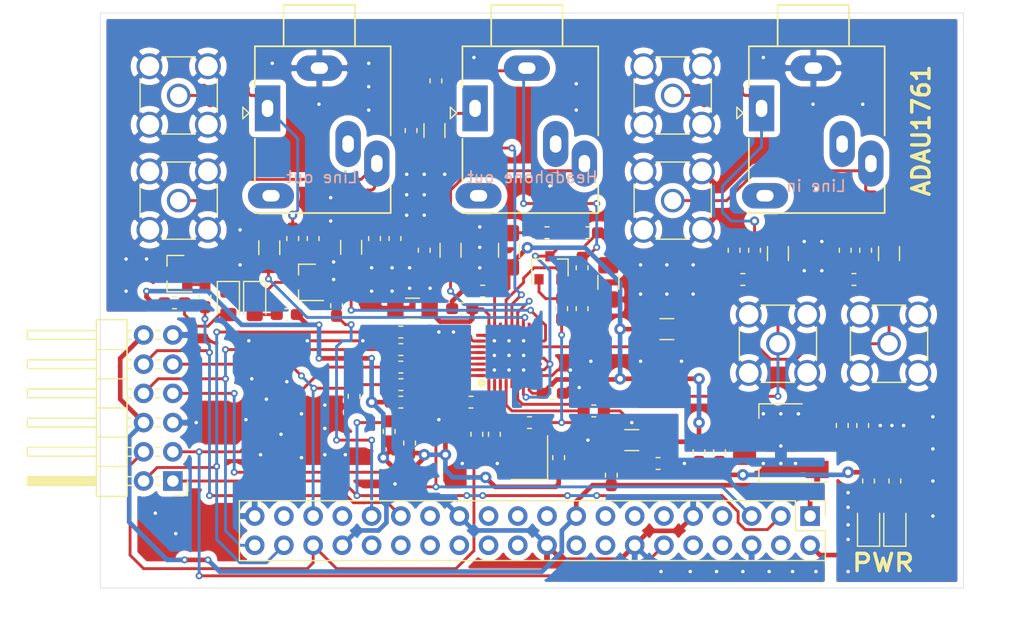
<source format=kicad_pcb>
(kicad_pcb (version 20171130) (host pcbnew "(5.1.9)-1")
  (layers (0 F.Cu signal) (31 B.Cu signal) (34 B.Paste user) (35 F.Paste user) (36 B.SilkS user) (37 F.SilkS user) (38 B.Mask user) (39 F.Mask user) (44 Edge.Cuts user))
  (net 0 "")
  (net 1 GND)
  (net 2 /3V3)
  (net 3 /I2S_RLCLK)
  (net 4 "Net-(C8-Pad1)")
  (net 5 "Net-(C13-Pad1)")
  (net 6 "Net-(C14-Pad1)")
  (net 7 "Net-(C16-Pad1)")
  (net 8 "Net-(C17-Pad1)")
  (net 9 "Net-(C18-Pad1)")
  (net 10 "Net-(C19-Pad1)")
  (net 11 /3V3_IN)
  (net 12 "Net-(J3-Pad1)")
  (net 13 "Net-(J4-Pad1)")
  (net 14 "Net-(J5-Pad1)")
  (net 15 "Net-(J6-Pad1)")
  (net 16 "Net-(J7-PadS)")
  (net 17 "Net-(Q1-Pad1)")
  (net 18 /MONOOUT)
  (net 19 /MCLK)
  (net 20 /MCLK_IN)
  (net 21 /MCLK_OSC)
  (net 22 "Net-(R5-Pad1)")
  (net 23 /I2S_ADC)
  (net 24 /I2S_DAC)
  (net 25 "Net-(R6-Pad1)")
  (net 26 "Net-(R7-Pad1)")
  (net 27 /I2S_CLK)
  (net 28 "Net-(R8-Pad1)")
  (net 29 "Net-(R11-Pad2)")
  (net 30 /I2C_SDA)
  (net 31 "Net-(U1-Pad4)")
  (net 32 /I2C_SCL)
  (net 33 "Net-(U1-Pad7)")
  (net 34 "Net-(U1-Pad8)")
  (net 35 "Net-(U1-Pad10)")
  (net 36 "Net-(U1-Pad11)")
  (net 37 "Net-(U1-Pad13)")
  (net 38 "Net-(U1-Pad15)")
  (net 39 "Net-(U1-Pad16)")
  (net 40 "Net-(U1-Pad18)")
  (net 41 "Net-(U1-Pad19)")
  (net 42 "Net-(U1-Pad21)")
  (net 43 "Net-(U1-Pad22)")
  (net 44 "Net-(U1-Pad23)")
  (net 45 "Net-(U1-Pad24)")
  (net 46 "Net-(U1-Pad26)")
  (net 47 "Net-(U1-Pad27)")
  (net 48 "Net-(U1-Pad28)")
  (net 49 "Net-(U1-Pad30)")
  (net 50 "Net-(U1-Pad32)")
  (net 51 "Net-(U1-Pad33)")
  (net 52 "Net-(U1-Pad37)")
  (net 53 "Net-(U2-Pad17)")
  (net 54 "Net-(U2-Pad16)")
  (net 55 "Net-(U2-Pad13)")
  (net 56 "Net-(U2-Pad11)")
  (net 57 "Net-(U2-Pad5)")
  (net 58 /A3V3)
  (net 59 /5V_IN)
  (net 60 "Net-(D1-Pad2)")
  (net 61 "Net-(D2-Pad2)")
  (net 62 "Net-(D3-Pad2)")
  (net 63 "Net-(D3-Pad1)")
  (net 64 "Net-(D4-Pad2)")
  (net 65 "Net-(D4-Pad1)")
  (net 66 /L-BLUE)
  (net 67 "Net-(Q2-Pad1)")
  (net 68 "Net-(Q3-Pad1)")
  (net 69 /L-GREEN)
  (net 70 /DVDDOUT)
  (net 71 /CM)
  (net 72 /ROUTP)
  (net 73 /LAUX)
  (net 74 /LOUTP)
  (net 75 /LHP)
  (net 76 /RHP)
  (net 77 /RAUX)
  (net 78 /ADDR1)
  (net 79 /ADDR0)
  (module Connector_Coaxial:SMA_Amphenol_132134-11_Vertical (layer F.Cu) (at 198.882 79.756)
    (fp_text reference J1)
    (fp_text value "Line in right filter")
    (pad 2 thru_hole circle (at -2.54 2.54) (size 2.25 2.25) (drill 1.7) (layers *.Cu *.Mask) (net 1 GND))
    (pad 2 thru_hole circle (at -2.54 -2.54) (size 2.25 2.25) (drill 1.7) (layers *.Cu *.Mask) (net 1 GND))
    (pad 2 thru_hole circle (at 2.54 -2.54) (size 2.25 2.25) (drill 1.7) (layers *.Cu *.Mask) (net 1 GND))
    (pad 2 thru_hole circle (at 2.54 2.54) (size 2.25 2.25) (drill 1.7) (layers *.Cu *.Mask) (net 1 GND))
    (pad 1 thru_hole circle (at 0 0) (size 2.05 2.05) (drill 1.5) (layers *.Cu *.Mask) (net 73 /LAUX))
  )
  (module Resistor_SMD:R_0603_1608Metric_Pad1.05x0.95mm_HandSolder (layer F.Cu) (at 167.005 61.214 270)
    (fp_text reference R16)
    (fp_text value 0R)
    (pad 2 smd roundrect (at 0.875 0 270) (size 1.05 0.95) (layers F.Cu F.Paste F.Mask) (net 75 /LHP))
    (pad 1 smd roundrect (at -0.875 0 270) (size 1.05 0.95) (layers F.Cu F.Paste F.Mask) (net 8 "Net-(C17-Pad1)"))
  )
  (module Resistor_SMD:R_0603_1608Metric_Pad1.05x0.95mm_HandSolder (layer F.Cu) (at 169.164 56.896 90)
    (fp_text reference R23)
    (fp_text value 0R)
    (pad 2 smd roundrect (at 0.875 0 90) (size 1.05 0.95) (layers F.Cu F.Paste F.Mask) (net 16 "Net-(J7-PadS)"))
    (pad 1 smd roundrect (at -0.875 0 90) (size 1.05 0.95) (layers F.Cu F.Paste F.Mask) (net 1 GND))
  )
  (module Capacitor_SMD:C_1206_3216Metric_Pad1.42x1.75mm_HandSolder (layer F.Cu) (at 169.037 61.214 270)
    (fp_text reference C17)
    (fp_text value 220u)
    (pad 2 smd roundrect (at 1.4875 0 270) (size 1.425 1.75) (layers F.Cu F.Paste F.Mask) (roundrect_rratio 0.175439) (net 75 /LHP))
    (pad 1 smd roundrect (at -1.4875 0 270) (size 1.425 1.75) (layers F.Cu F.Paste F.Mask) (roundrect_rratio 0.175439) (net 8 "Net-(C17-Pad1)"))
  )
  (module myfootprints:Jack_3.5mm_Ledino_KB3SPRS_Horizontal (layer F.Cu) (at 172.466 59.69 270)
    (fp_text reference J7)
    (fp_text value "Headphone out")
    (pad S thru_hole oval (at -3.9 -4.6 270) (size 2.2 4) (drill oval 1 1.5) (layers *.Cu *.Mask) (net 16 "Net-(J7-PadS)"))
    (pad R thru_hole oval (at 4.4 -9.6 270) (size 4 2.2) (drill oval 1.5 1) (layers *.Cu *.Mask) (net 9 "Net-(C18-Pad1)"))
    (pad RN thru_hole oval (at 2.7 -7.1 270) (size 4 2.2) (drill oval 1.5 1) (layers *.Cu *.Mask))
    (pad TN thru_hole oval (at 7.2 -0.4) (size 4 2.2) (drill oval 1.5 1) (layers *.Cu *.Mask))
    (pad T thru_hole rect (at -0.4 -0.1 270) (size 4 2.2) (drill oval 1.5 1) (layers *.Cu *.Mask) (net 8 "Net-(C17-Pad1)"))
  )
  (module Package_TO_SOT_SMD:SOT-223-3_TabPin2 (layer F.Cu) (at 199.136 88.392 180)
    (fp_text reference U3)
    (fp_text value LD1117S33TR_SOT223)
    (pad 1 smd rect (at -3.15 -2.3 180) (size 2 1.5) (layers F.Cu F.Paste F.Mask) (net 1 GND))
    (pad 3 smd rect (at -3.15 2.3 180) (size 2 1.5) (layers F.Cu F.Paste F.Mask) (net 59 /5V_IN))
    (pad 2 smd rect (at -3.15 0 180) (size 2 1.5) (layers F.Cu F.Paste F.Mask) (net 58 /A3V3))
    (pad 2 smd rect (at 3.15 0 180) (size 2 3.8) (layers F.Cu F.Paste F.Mask) (net 58 /A3V3))
  )
  (module Resistor_SMD:R_0603_1608Metric_Pad1.05x0.95mm_HandSolder (layer F.Cu) (at 156.21 77.216 180)
    (fp_text reference R32)
    (fp_text value 620R)
    (pad 2 smd roundrect (at 0.875 0 180) (size 1.05 0.95) (layers F.Cu F.Paste F.Mask) (net 64 "Net-(D4-Pad2)"))
    (pad 1 smd roundrect (at -0.875 0 180) (size 1.05 0.95) (layers F.Cu F.Paste F.Mask) (net 2 /3V3))
  )
  (module Resistor_SMD:R_0603_1608Metric_Pad1.05x0.95mm_HandSolder (layer F.Cu) (at 188.468 90.17 180)
    (fp_text reference R31)
    (fp_text value 0R)
    (pad 2 smd roundrect (at 0.875 0 180) (size 1.05 0.95) (layers F.Cu F.Paste F.Mask) (net 2 /3V3))
    (pad 1 smd roundrect (at -0.875 0 180) (size 1.05 0.95) (layers F.Cu F.Paste F.Mask) (net 58 /A3V3))
  )
  (module Resistor_SMD:R_0603_1608Metric_Pad1.05x0.95mm_HandSolder (layer F.Cu) (at 160.528 76.454 270)
    (fp_text reference R30)
    (fp_text value 100R)
    (pad 2 smd roundrect (at 0.875 0 270) (size 1.05 0.95) (layers F.Cu F.Paste F.Mask) (net 69 /L-GREEN))
    (pad 1 smd roundrect (at -0.875 0 270) (size 1.05 0.95) (layers F.Cu F.Paste F.Mask) (net 68 "Net-(Q3-Pad1)"))
  )
  (module Resistor_SMD:R_0603_1608Metric_Pad1.05x0.95mm_HandSolder (layer F.Cu) (at 146.445 76.2)
    (fp_text reference R29)
    (fp_text value 150R)
    (pad 2 smd roundrect (at 0.875 0) (size 1.05 0.95) (layers F.Cu F.Paste F.Mask) (net 62 "Net-(D3-Pad2)"))
    (pad 1 smd roundrect (at -0.875 0) (size 1.05 0.95) (layers F.Cu F.Paste F.Mask) (net 2 /3V3))
  )
  (module Resistor_SMD:R_0603_1608Metric_Pad1.05x0.95mm_HandSolder (layer F.Cu) (at 149.098 75.692 270)
    (fp_text reference R28)
    (fp_text value 100R)
    (pad 2 smd roundrect (at 0.875 0 270) (size 1.05 0.95) (layers F.Cu F.Paste F.Mask) (net 66 /L-BLUE))
    (pad 1 smd roundrect (at -0.875 0 270) (size 1.05 0.95) (layers F.Cu F.Paste F.Mask) (net 67 "Net-(Q2-Pad1)"))
  )
  (module Resistor_SMD:R_0603_1608Metric_Pad1.05x0.95mm_HandSolder (layer F.Cu) (at 209.042 91.694 270)
    (fp_text reference R27)
    (fp_text value 680)
    (pad 2 smd roundrect (at 0.875 0 270) (size 1.05 0.95) (layers F.Cu F.Paste F.Mask) (net 61 "Net-(D2-Pad2)"))
    (pad 1 smd roundrect (at -0.875 0 270) (size 1.05 0.95) (layers F.Cu F.Paste F.Mask) (net 58 /A3V3))
  )
  (module Resistor_SMD:R_0603_1608Metric_Pad1.05x0.95mm_HandSolder (layer F.Cu) (at 206.756 91.694 270)
    (fp_text reference R26)
    (fp_text value 750R)
    (pad 2 smd roundrect (at 0.875 0 270) (size 1.05 0.95) (layers F.Cu F.Paste F.Mask) (net 60 "Net-(D1-Pad2)"))
    (pad 1 smd roundrect (at -0.875 0 270) (size 1.05 0.95) (layers F.Cu F.Paste F.Mask) (net 2 /3V3))
  )
  (module Package_TO_SOT_SMD:SOT-23 (layer F.Cu) (at 157.988 74.422 180)
    (fp_text reference Q3)
    (fp_text value 2N7002)
    (pad 3 smd rect (at 1 0 180) (size 0.9 0.8) (layers F.Cu F.Paste F.Mask) (net 65 "Net-(D4-Pad1)"))
    (pad 2 smd rect (at -1 0.95 180) (size 0.9 0.8) (layers F.Cu F.Paste F.Mask) (net 1 GND))
    (pad 1 smd rect (at -1 -0.95 180) (size 0.9 0.8) (layers F.Cu F.Paste F.Mask) (net 68 "Net-(Q3-Pad1)"))
  )
  (module Package_TO_SOT_SMD:SOT-23 (layer F.Cu) (at 146.558 73.66 180)
    (fp_text reference Q2)
    (fp_text value 2N7002 hide)
    (pad 3 smd rect (at 1 0 180) (size 0.9 0.8) (layers F.Cu F.Paste F.Mask) (net 63 "Net-(D3-Pad1)"))
    (pad 2 smd rect (at -1 0.95 180) (size 0.9 0.8) (layers F.Cu F.Paste F.Mask) (net 1 GND))
    (pad 1 smd rect (at -1 -0.95 180) (size 0.9 0.8) (layers F.Cu F.Paste F.Mask) (net 67 "Net-(Q2-Pad1)"))
  )
  (module Connector_PinHeader_2.54mm:PinHeader_2x06_P2.54mm_Horizontal (layer F.Cu) (at 146.304 91.694 180)
    (fp_text reference J10)
    (fp_text value Conn_02x06_Top_Bottom)
    (pad 12 thru_hole oval (at 2.54 12.7 180) (size 1.7 1.7) (drill 1) (layers *.Cu *.Mask) (net 11 /3V3_IN))
    (pad 11 thru_hole oval (at 0 12.7 180) (size 1.7 1.7) (drill 1) (layers *.Cu *.Mask) (net 1 GND))
    (pad 10 thru_hole oval (at 2.54 10.16 180) (size 1.7 1.7) (drill 1) (layers *.Cu *.Mask) (net 66 /L-BLUE))
    (pad 9 thru_hole oval (at 0 10.16 180) (size 1.7 1.7) (drill 1) (layers *.Cu *.Mask) (net 3 /I2S_RLCLK))
    (pad 8 thru_hole oval (at 2.54 7.62 180) (size 1.7 1.7) (drill 1) (layers *.Cu *.Mask) (net 24 /I2S_DAC))
    (pad 7 thru_hole oval (at 0 7.62 180) (size 1.7 1.7) (drill 1) (layers *.Cu *.Mask) (net 32 /I2C_SCL))
    (pad 6 thru_hole oval (at 2.54 5.08 180) (size 1.7 1.7) (drill 1) (layers *.Cu *.Mask) (net 11 /3V3_IN))
    (pad 5 thru_hole oval (at 0 5.08 180) (size 1.7 1.7) (drill 1) (layers *.Cu *.Mask) (net 1 GND))
    (pad 4 thru_hole oval (at 2.54 2.54 180) (size 1.7 1.7) (drill 1) (layers *.Cu *.Mask) (net 20 /MCLK_IN))
    (pad 3 thru_hole oval (at 0 2.54 180) (size 1.7 1.7) (drill 1) (layers *.Cu *.Mask) (net 27 /I2S_CLK))
    (pad 2 thru_hole oval (at 2.54 0 180) (size 1.7 1.7) (drill 1) (layers *.Cu *.Mask) (net 23 /I2S_ADC))
    (pad 1 thru_hole rect (at 0 0 180) (size 1.7 1.7) (drill 1) (layers *.Cu *.Mask) (net 30 /I2C_SDA))
  )
  (module LED_SMD:LED_0805_2012Metric_Pad1.15x1.40mm_HandSolder (layer F.Cu) (at 153.416 76.2 270)
    (fp_text reference D4)
    (fp_text value LED-GREEN)
    (pad 2 smd roundrect (at 1.025 0 270) (size 1.15 1.4) (layers F.Cu F.Paste F.Mask) (roundrect_rratio 0.217391) (net 64 "Net-(D4-Pad2)"))
    (pad 1 smd roundrect (at -1.025 0 270) (size 1.15 1.4) (layers F.Cu F.Paste F.Mask) (roundrect_rratio 0.217391) (net 65 "Net-(D4-Pad1)"))
  )
  (module LED_SMD:LED_0805_2012Metric_Pad1.15x1.40mm_HandSolder (layer F.Cu) (at 151.13 76.2 270)
    (fp_text reference D3)
    (fp_text value LED-BLUE)
    (pad 2 smd roundrect (at 1.025 0 270) (size 1.15 1.4) (layers F.Cu F.Paste F.Mask) (roundrect_rratio 0.217391) (net 62 "Net-(D3-Pad2)"))
    (pad 1 smd roundrect (at -1.025 0 270) (size 1.15 1.4) (layers F.Cu F.Paste F.Mask) (roundrect_rratio 0.217391) (net 63 "Net-(D3-Pad1)"))
  )
  (module LED_SMD:LED_0805_2012Metric_Pad1.15x1.40mm_HandSolder (layer F.Cu) (at 209.042 95.504 90)
    (fp_text reference D2)
    (fp_text value ORANGE)
    (pad 2 smd roundrect (at 1.025 0 90) (size 1.15 1.4) (layers F.Cu F.Paste F.Mask) (roundrect_rratio 0.217391) (net 61 "Net-(D2-Pad2)"))
    (pad 1 smd roundrect (at -1.025 0 90) (size 1.15 1.4) (layers F.Cu F.Paste F.Mask) (roundrect_rratio 0.217391) (net 1 GND))
  )
  (module LED_SMD:LED_0805_2012Metric_Pad1.15x1.40mm_HandSolder (layer F.Cu) (at 206.756 95.504 90)
    (fp_text reference D1)
    (fp_text value LED-RED)
    (pad 2 smd roundrect (at 1.025 0 90) (size 1.15 1.4) (layers F.Cu F.Paste F.Mask) (roundrect_rratio 0.217391) (net 60 "Net-(D1-Pad2)"))
    (pad 1 smd roundrect (at -1.025 0 90) (size 1.15 1.4) (layers F.Cu F.Paste F.Mask) (roundrect_rratio 0.217391) (net 1 GND))
  )
  (module Capacitor_SMD:C_0603_1608Metric_Pad1.05x0.95mm_HandSolder (layer F.Cu) (at 192.024 89.154 270)
    (fp_text reference C24)
    (fp_text value 1u)
    (pad 2 smd roundrect (at 0.875 0 270) (size 1.05 0.95) (layers F.Cu F.Paste F.Mask) (net 1 GND))
    (pad 1 smd roundrect (at -0.875 0 270) (size 1.05 0.95) (layers F.Cu F.Paste F.Mask) (net 58 /A3V3))
  )
  (module Capacitor_SMD:C_0603_1608Metric_Pad1.05x0.95mm_HandSolder (layer F.Cu) (at 193.802 89.154 270)
    (fp_text reference C23)
    (fp_text value 10u)
    (pad 2 smd roundrect (at 0.875 0 270) (size 1.05 0.95) (layers F.Cu F.Paste F.Mask) (net 1 GND))
    (pad 1 smd roundrect (at -0.875 0 270) (size 1.05 0.95) (layers F.Cu F.Paste F.Mask) (net 58 /A3V3))
  )
  (module Capacitor_SMD:C_0603_1608Metric_Pad1.05x0.95mm_HandSolder (layer F.Cu) (at 206.248 86.868 270)
    (fp_text reference C22)
    (fp_text value 1u)
    (pad 2 smd roundrect (at 0.875 0 270) (size 1.05 0.95) (layers F.Cu F.Paste F.Mask) (net 1 GND))
    (pad 1 smd roundrect (at -0.875 0 270) (size 1.05 0.95) (layers F.Cu F.Paste F.Mask) (net 59 /5V_IN))
  )
  (module Capacitor_SMD:C_0603_1608Metric_Pad1.05x0.95mm_HandSolder (layer F.Cu) (at 204.47 86.868 270)
    (fp_text reference C21)
    (fp_text value 10u)
    (pad 2 smd roundrect (at 0.875 0 270) (size 1.05 0.95) (layers F.Cu F.Paste F.Mask) (net 1 GND))
    (pad 1 smd roundrect (at -0.875 0 270) (size 1.05 0.95) (layers F.Cu F.Paste F.Mask) (net 59 /5V_IN))
  )
  (module Resistor_SMD:R_0603_1608Metric_Pad1.05x0.95mm_HandSolder (layer F.Cu) (at 166.878 88.392 270)
    (fp_text reference R25)
    (fp_text value 2k)
    (pad 2 smd roundrect (at 0.875 0 270) (size 1.05 0.95) (layers F.Cu F.Paste F.Mask) (net 2 /3V3))
    (pad 1 smd roundrect (at -0.875 0 270) (size 1.05 0.95) (layers F.Cu F.Paste F.Mask) (net 32 /I2C_SCL))
  )
  (module Resistor_SMD:R_0603_1608Metric_Pad1.05x0.95mm_HandSolder (layer F.Cu) (at 165.1 87.376 270)
    (fp_text reference R24)
    (fp_text value 2k)
    (pad 2 smd roundrect (at 0.875 0 270) (size 1.05 0.95) (layers F.Cu F.Paste F.Mask) (net 2 /3V3))
    (pad 1 smd roundrect (at -0.875 0 270) (size 1.05 0.95) (layers F.Cu F.Paste F.Mask) (net 30 /I2C_SDA))
  )
  (module Oscillator:Oscillator_SMD_Abracon_ASE-4Pin_3.2x2.5mm (layer F.Cu) (at 177.292 89.662 90)
    (fp_text reference X1)
    (fp_text value ASEMB-24.576MHZ-XY-T)
    (pad 4 smd rect (at -1.05 -0.825 90) (size 1.3 1.1) (layers F.Cu F.Paste F.Mask) (net 2 /3V3))
    (pad 3 smd rect (at 1.05 -0.825 90) (size 1.3 1.1) (layers F.Cu F.Paste F.Mask) (net 21 /MCLK_OSC))
    (pad 2 smd rect (at 1.05 0.825 90) (size 1.3 1.1) (layers F.Cu F.Paste F.Mask) (net 1 GND))
    (pad 1 smd rect (at -1.05 0.825 90) (size 1.3 1.1) (layers F.Cu F.Paste F.Mask) (net 2 /3V3))
  )
  (module Capacitor_SMD:C_0603_1608Metric_Pad1.05x0.95mm_HandSolder (layer F.Cu) (at 179.832 89.662 270)
    (fp_text reference C1)
    (fp_text value 100n)
    (pad 2 smd roundrect (at 0.875 0 270) (size 1.05 0.95) (layers F.Cu F.Paste F.Mask) (net 2 /3V3))
    (pad 1 smd roundrect (at -0.875 0 270) (size 1.05 0.95) (layers F.Cu F.Paste F.Mask) (net 1 GND))
  )
  (module Capacitor_SMD:C_0603_1608Metric_Pad1.05x0.95mm_HandSolder (layer F.Cu) (at 162.052 84.328 270)
    (fp_text reference C2)
    (fp_text value 47p)
    (pad 2 smd roundrect (at 0.875 0 270) (size 1.05 0.95) (layers F.Cu F.Paste F.Mask) (net 1 GND))
    (pad 1 smd roundrect (at -0.875 0 270) (size 1.05 0.95) (layers F.Cu F.Paste F.Mask) (net 3 /I2S_RLCLK))
  )
  (module Capacitor_SMD:C_0603_1608Metric_Pad1.05x0.95mm_HandSolder (layer F.Cu) (at 171.45 76.708)
    (fp_text reference C3)
    (fp_text value 100n)
    (pad 2 smd roundrect (at 0.875 0) (size 1.05 0.95) (layers F.Cu F.Paste F.Mask) (net 70 /DVDDOUT))
    (pad 1 smd roundrect (at -0.875 0) (size 1.05 0.95) (layers F.Cu F.Paste F.Mask) (net 1 GND))
  )
  (module Capacitor_SMD:C_0603_1608Metric_Pad1.05x0.95mm_HandSolder (layer F.Cu) (at 172.212 84.836)
    (fp_text reference C4)
    (fp_text value 100n)
    (pad 2 smd roundrect (at 0.875 0) (size 1.05 0.95) (layers F.Cu F.Paste F.Mask) (net 2 /3V3))
    (pad 1 smd roundrect (at -0.875 0) (size 1.05 0.95) (layers F.Cu F.Paste F.Mask) (net 1 GND))
  )
  (module Capacitor_SMD:C_1206_3216Metric_Pad1.42x1.75mm_HandSolder (layer F.Cu) (at 167.132 76.708 180)
    (fp_text reference C5)
    (fp_text value 10u)
    (pad 2 smd roundrect (at 1.4875 0 180) (size 1.425 1.75) (layers F.Cu F.Paste F.Mask) (roundrect_rratio 0.175439) (net 1 GND))
    (pad 1 smd roundrect (at -1.4875 0 180) (size 1.425 1.75) (layers F.Cu F.Paste F.Mask) (roundrect_rratio 0.175439) (net 70 /DVDDOUT))
  )
  (module Capacitor_SMD:C_1206_3216Metric_Pad1.42x1.75mm_HandSolder (layer F.Cu) (at 186.182 88.138)
    (fp_text reference C6)
    (fp_text value 10u)
    (pad 2 smd roundrect (at 1.4875 0) (size 1.425 1.75) (layers F.Cu F.Paste F.Mask) (roundrect_rratio 0.175439) (net 1 GND))
    (pad 1 smd roundrect (at -1.4875 0) (size 1.425 1.75) (layers F.Cu F.Paste F.Mask) (roundrect_rratio 0.175439) (net 2 /3V3))
  )
  (module Capacitor_SMD:C_0603_1608Metric_Pad1.05x0.95mm_HandSolder (layer F.Cu) (at 182.372 70.104 180)
    (fp_text reference C7)
    (fp_text value 100n)
    (pad 2 smd roundrect (at 0.875 0 180) (size 1.05 0.95) (layers F.Cu F.Paste F.Mask) (net 1 GND))
    (pad 1 smd roundrect (at -0.875 0 180) (size 1.05 0.95) (layers F.Cu F.Paste F.Mask) (net 71 /CM))
  )
  (module Capacitor_SMD:C_0603_1608Metric_Pad1.05x0.95mm_HandSolder (layer F.Cu) (at 178.816 70.104)
    (fp_text reference C8)
    (fp_text value 9p1)
    (pad 2 smd roundrect (at 0.875 0) (size 1.05 0.95) (layers F.Cu F.Paste F.Mask) (net 1 GND))
    (pad 1 smd roundrect (at -0.875 0) (size 1.05 0.95) (layers F.Cu F.Paste F.Mask) (net 4 "Net-(C8-Pad1)"))
  )
  (module Capacitor_SMD:C_1206_3216Metric_Pad1.42x1.75mm_HandSolder (layer F.Cu) (at 184.15 74.422 270)
    (fp_text reference C9)
    (fp_text value 10u)
    (pad 2 smd roundrect (at 1.4875 0 270) (size 1.425 1.75) (layers F.Cu F.Paste F.Mask) (roundrect_rratio 0.175439) (net 1 GND))
    (pad 1 smd roundrect (at -1.4875 0 270) (size 1.425 1.75) (layers F.Cu F.Paste F.Mask) (roundrect_rratio 0.175439) (net 71 /CM))
  )
  (module Capacitor_SMD:C_0603_1608Metric_Pad1.05x0.95mm_HandSolder (layer F.Cu) (at 179.324 84.074 180)
    (fp_text reference C10)
    (fp_text value 100n)
    (pad 2 smd roundrect (at 0.875 0 180) (size 1.05 0.95) (layers F.Cu F.Paste F.Mask) (net 58 /A3V3))
    (pad 1 smd roundrect (at -0.875 0 180) (size 1.05 0.95) (layers F.Cu F.Paste F.Mask) (net 1 GND))
  )
  (module Capacitor_SMD:C_0603_1608Metric_Pad1.05x0.95mm_HandSolder (layer F.Cu) (at 173.228 75.184)
    (fp_text reference C11)
    (fp_text value 100n)
    (pad 1 smd roundrect (at -0.875 0) (size 1.05 0.95) (layers F.Cu F.Paste F.Mask) (net 1 GND))
    (pad 2 smd roundrect (at 0.875 0) (size 1.05 0.95) (layers F.Cu F.Paste F.Mask) (net 58 /A3V3))
  )
  (module Capacitor_SMD:C_1206_3216Metric_Pad1.42x1.75mm_HandSolder (layer F.Cu) (at 189.23 78.486)
    (fp_text reference C12)
    (fp_text value 10u)
    (pad 2 smd roundrect (at 1.4875 0) (size 1.425 1.75) (layers F.Cu F.Paste F.Mask) (roundrect_rratio 0.175439) (net 1 GND))
    (pad 1 smd roundrect (at -1.4875 0) (size 1.425 1.75) (layers F.Cu F.Paste F.Mask) (roundrect_rratio 0.175439) (net 58 /A3V3))
  )
  (module Capacitor_SMD:C_1206_3216Metric_Pad1.42x1.75mm_HandSolder (layer F.Cu) (at 161.798 71.374 270)
    (fp_text reference C13)
    (fp_text value 220u)
    (pad 2 smd roundrect (at 1.4875 0 270) (size 1.425 1.75) (layers F.Cu F.Paste F.Mask) (roundrect_rratio 0.175439) (net 72 /ROUTP))
    (pad 1 smd roundrect (at -1.4875 0 270) (size 1.425 1.75) (layers F.Cu F.Paste F.Mask) (roundrect_rratio 0.175439) (net 5 "Net-(C13-Pad1)"))
  )
  (module Capacitor_SMD:C_1206_3216Metric_Pad1.42x1.75mm_HandSolder (layer F.Cu) (at 198.882 71.9185 270)
    (fp_text reference C14)
    (fp_text value 220u)
    (pad 2 smd roundrect (at 1.4875 0 270) (size 1.425 1.75) (layers F.Cu F.Paste F.Mask) (roundrect_rratio 0.175439) (net 73 /LAUX))
    (pad 1 smd roundrect (at -1.4875 0 270) (size 1.425 1.75) (layers F.Cu F.Paste F.Mask) (roundrect_rratio 0.175439) (net 6 "Net-(C14-Pad1)"))
  )
  (module Capacitor_SMD:C_0603_1608Metric_Pad1.05x0.95mm_HandSolder (layer F.Cu) (at 195.072 71.628 90)
    (fp_text reference C15)
    (fp_text value 100n)
    (pad 2 smd roundrect (at 0.875 0 90) (size 1.05 0.95) (layers F.Cu F.Paste F.Mask) (net 1 GND))
    (pad 1 smd roundrect (at -0.875 0 90) (size 1.05 0.95) (layers F.Cu F.Paste F.Mask) (net 6 "Net-(C14-Pad1)"))
  )
  (module Capacitor_SMD:C_1206_3216Metric_Pad1.42x1.75mm_HandSolder (layer F.Cu) (at 154.686 71.4105 270)
    (fp_text reference C16)
    (fp_text value 220u)
    (pad 2 smd roundrect (at 1.4875 0 270) (size 1.425 1.75) (layers F.Cu F.Paste F.Mask) (roundrect_rratio 0.175439) (net 74 /LOUTP))
    (pad 1 smd roundrect (at -1.4875 0 270) (size 1.425 1.75) (layers F.Cu F.Paste F.Mask) (roundrect_rratio 0.175439) (net 7 "Net-(C16-Pad1)"))
  )
  (module Capacitor_SMD:C_1206_3216Metric_Pad1.42x1.75mm_HandSolder (layer F.Cu) (at 170.434 71.628 270)
    (fp_text reference C18)
    (fp_text value 220u)
    (pad 2 smd roundrect (at 1.4875 0 270) (size 1.425 1.75) (layers F.Cu F.Paste F.Mask) (roundrect_rratio 0.175439) (net 76 /RHP))
    (pad 1 smd roundrect (at -1.4875 0 270) (size 1.425 1.75) (layers F.Cu F.Paste F.Mask) (roundrect_rratio 0.175439) (net 9 "Net-(C18-Pad1)"))
  )
  (module Capacitor_SMD:C_1206_3216Metric_Pad1.42x1.75mm_HandSolder (layer F.Cu) (at 208.534 71.9185 270)
    (fp_text reference C19)
    (fp_text value 220u)
    (pad 2 smd roundrect (at 1.4875 0 270) (size 1.425 1.75) (layers F.Cu F.Paste F.Mask) (roundrect_rratio 0.175439) (net 77 /RAUX))
    (pad 1 smd roundrect (at -1.4875 0 270) (size 1.425 1.75) (layers F.Cu F.Paste F.Mask) (roundrect_rratio 0.175439) (net 10 "Net-(C19-Pad1)"))
  )
  (module Capacitor_SMD:C_0603_1608Metric_Pad1.05x0.95mm_HandSolder (layer F.Cu) (at 204.724 71.628 90)
    (fp_text reference C20)
    (fp_text value 100n)
    (pad 2 smd roundrect (at 0.875 0 90) (size 1.05 0.95) (layers F.Cu F.Paste F.Mask) (net 1 GND))
    (pad 1 smd roundrect (at -0.875 0 90) (size 1.05 0.95) (layers F.Cu F.Paste F.Mask) (net 10 "Net-(C19-Pad1)"))
  )
  (module Inductor_SMD:L_0603_1608Metric_Pad1.05x0.95mm_HandSolder (layer F.Cu) (at 184.404 91.186 270)
    (fp_text reference FB1)
    (fp_text value Ferrite_Bead)
    (pad 2 smd roundrect (at 0.875 0 270) (size 1.05 0.95) (layers F.Cu F.Paste F.Mask) (net 11 /3V3_IN))
    (pad 1 smd roundrect (at -0.875 0 270) (size 1.05 0.95) (layers F.Cu F.Paste F.Mask) (net 2 /3V3))
  )
  (module Connector_Coaxial:SMA_Amphenol_132134-11_Vertical (layer F.Cu) (at 208.534 79.756)
    (fp_text reference J2)
    (fp_text value "Line in left filter")
    (pad 2 thru_hole circle (at -2.54 2.54) (size 2.25 2.25) (drill 1.7) (layers *.Cu *.Mask) (net 1 GND))
    (pad 2 thru_hole circle (at -2.54 -2.54) (size 2.25 2.25) (drill 1.7) (layers *.Cu *.Mask) (net 1 GND))
    (pad 2 thru_hole circle (at 2.54 -2.54) (size 2.25 2.25) (drill 1.7) (layers *.Cu *.Mask) (net 1 GND))
    (pad 2 thru_hole circle (at 2.54 2.54) (size 2.25 2.25) (drill 1.7) (layers *.Cu *.Mask) (net 1 GND))
    (pad 1 thru_hole circle (at 0 0) (size 2.05 2.05) (drill 1.5) (layers *.Cu *.Mask) (net 77 /RAUX))
  )
  (module Connector_Coaxial:SMA_Amphenol_132134-11_Vertical (layer F.Cu) (at 146.812 58.166)
    (fp_text reference J3)
    (fp_text value "Line out left")
    (pad 2 thru_hole circle (at -2.54 2.54) (size 2.25 2.25) (drill 1.7) (layers *.Cu *.Mask) (net 1 GND))
    (pad 2 thru_hole circle (at -2.54 -2.54) (size 2.25 2.25) (drill 1.7) (layers *.Cu *.Mask) (net 1 GND))
    (pad 2 thru_hole circle (at 2.54 -2.54) (size 2.25 2.25) (drill 1.7) (layers *.Cu *.Mask) (net 1 GND))
    (pad 2 thru_hole circle (at 2.54 2.54) (size 2.25 2.25) (drill 1.7) (layers *.Cu *.Mask) (net 1 GND))
    (pad 1 thru_hole circle (at 0 0) (size 2.05 2.05) (drill 1.5) (layers *.Cu *.Mask) (net 12 "Net-(J3-Pad1)"))
  )
  (module Connector_Coaxial:SMA_Amphenol_132134-11_Vertical (layer F.Cu) (at 146.812 67.31)
    (fp_text reference J4)
    (fp_text value "Line out right")
    (pad 2 thru_hole circle (at -2.54 2.54) (size 2.25 2.25) (drill 1.7) (layers *.Cu *.Mask) (net 1 GND))
    (pad 2 thru_hole circle (at -2.54 -2.54) (size 2.25 2.25) (drill 1.7) (layers *.Cu *.Mask) (net 1 GND))
    (pad 2 thru_hole circle (at 2.54 -2.54) (size 2.25 2.25) (drill 1.7) (layers *.Cu *.Mask) (net 1 GND))
    (pad 2 thru_hole circle (at 2.54 2.54) (size 2.25 2.25) (drill 1.7) (layers *.Cu *.Mask) (net 1 GND))
    (pad 1 thru_hole circle (at 0 0) (size 2.05 2.05) (drill 1.5) (layers *.Cu *.Mask) (net 13 "Net-(J4-Pad1)"))
  )
  (module Connector_Coaxial:SMA_Amphenol_132134-11_Vertical (layer F.Cu) (at 189.738 67.31)
    (fp_text reference J5)
    (fp_text value "Line in right")
    (pad 2 thru_hole circle (at -2.54 2.54) (size 2.25 2.25) (drill 1.7) (layers *.Cu *.Mask) (net 1 GND))
    (pad 2 thru_hole circle (at -2.54 -2.54) (size 2.25 2.25) (drill 1.7) (layers *.Cu *.Mask) (net 1 GND))
    (pad 2 thru_hole circle (at 2.54 -2.54) (size 2.25 2.25) (drill 1.7) (layers *.Cu *.Mask) (net 1 GND))
    (pad 2 thru_hole circle (at 2.54 2.54) (size 2.25 2.25) (drill 1.7) (layers *.Cu *.Mask) (net 1 GND))
    (pad 1 thru_hole circle (at 0 0) (size 2.05 2.05) (drill 1.5) (layers *.Cu *.Mask) (net 14 "Net-(J5-Pad1)"))
  )
  (module Connector_Coaxial:SMA_Amphenol_132134-11_Vertical (layer F.Cu) (at 189.738 58.166)
    (fp_text reference J6)
    (fp_text value "Line in left")
    (pad 2 thru_hole circle (at -2.54 2.54) (size 2.25 2.25) (drill 1.7) (layers *.Cu *.Mask) (net 1 GND))
    (pad 2 thru_hole circle (at -2.54 -2.54) (size 2.25 2.25) (drill 1.7) (layers *.Cu *.Mask) (net 1 GND))
    (pad 2 thru_hole circle (at 2.54 -2.54) (size 2.25 2.25) (drill 1.7) (layers *.Cu *.Mask) (net 1 GND))
    (pad 2 thru_hole circle (at 2.54 2.54) (size 2.25 2.25) (drill 1.7) (layers *.Cu *.Mask) (net 1 GND))
    (pad 1 thru_hole circle (at 0 0) (size 2.05 2.05) (drill 1.5) (layers *.Cu *.Mask) (net 15 "Net-(J6-Pad1)"))
  )
  (module myfootprints:Jack_3.5mm_Ledino_KB3SPRS_Horizontal (layer F.Cu) (at 154.432 59.69 270)
    (fp_text reference J8)
    (fp_text value "Line out")
    (pad S thru_hole oval (at -3.9 -4.6 270) (size 2.2 4) (drill oval 1 1.5) (layers *.Cu *.Mask) (net 1 GND))
    (pad R thru_hole oval (at 4.4 -9.6 270) (size 4 2.2) (drill oval 1.5 1) (layers *.Cu *.Mask) (net 13 "Net-(J4-Pad1)"))
    (pad RN thru_hole oval (at 2.7 -7.1 270) (size 4 2.2) (drill oval 1.5 1) (layers *.Cu *.Mask))
    (pad TN thru_hole oval (at 7.2 -0.4) (size 4 2.2) (drill oval 1.5 1) (layers *.Cu *.Mask))
    (pad T thru_hole rect (at -0.4 -0.1 270) (size 4 2.2) (drill oval 1.5 1) (layers *.Cu *.Mask) (net 12 "Net-(J3-Pad1)"))
  )
  (module myfootprints:Jack_3.5mm_Ledino_KB3SPRS_Horizontal (layer F.Cu) (at 197.358 59.69 270)
    (fp_text reference J9)
    (fp_text value "Line in")
    (pad S thru_hole oval (at -3.9 -4.6 270) (size 2.2 4) (drill oval 1 1.5) (layers *.Cu *.Mask) (net 1 GND))
    (pad R thru_hole oval (at 4.4 -9.6 270) (size 4 2.2) (drill oval 1.5 1) (layers *.Cu *.Mask) (net 14 "Net-(J5-Pad1)"))
    (pad RN thru_hole oval (at 2.7 -7.1 270) (size 4 2.2) (drill oval 1.5 1) (layers *.Cu *.Mask))
    (pad TN thru_hole oval (at 7.2 -0.4) (size 4 2.2) (drill oval 1.5 1) (layers *.Cu *.Mask))
    (pad T thru_hole rect (at -0.4 -0.1 270) (size 4 2.2) (drill oval 1.5 1) (layers *.Cu *.Mask) (net 15 "Net-(J6-Pad1)"))
  )
  (module Inductor_SMD:L_1206_3216Metric_Pad1.42x1.75mm_HandSolder (layer F.Cu) (at 175.514 71.628 90)
    (fp_text reference L1)
    (fp_text value L)
    (pad 2 smd roundrect (at 1.4875 0 90) (size 1.425 1.75) (layers F.Cu F.Paste F.Mask) (roundrect_rratio 0.175439) (net 4 "Net-(C8-Pad1)"))
    (pad 1 smd roundrect (at -1.4875 0 90) (size 1.425 1.75) (layers F.Cu F.Paste F.Mask) (roundrect_rratio 0.175439) (net 58 /A3V3))
  )
  (module Package_TO_SOT_SMD:SOT-23 (layer F.Cu) (at 179.07 73.152 90)
    (fp_text reference Q1)
    (fp_text value BC847)
    (pad 3 smd rect (at 1 0 90) (size 0.9 0.8) (layers F.Cu F.Paste F.Mask) (net 71 /CM))
    (pad 2 smd rect (at -1 0.95 90) (size 0.9 0.8) (layers F.Cu F.Paste F.Mask) (net 18 /MONOOUT))
    (pad 1 smd rect (at -1 -0.95 90) (size 0.9 0.8) (layers F.Cu F.Paste F.Mask) (net 17 "Net-(Q1-Pad1)"))
  )
  (module Resistor_SMD:R_0603_1608Metric_Pad1.05x0.95mm_HandSolder (layer F.Cu) (at 166.116 84.836 180)
    (fp_text reference R1)
    (fp_text value 10k)
    (pad 2 smd roundrect (at 0.875 0 180) (size 1.05 0.95) (layers F.Cu F.Paste F.Mask) (net 2 /3V3))
    (pad 1 smd roundrect (at -0.875 0 180) (size 1.05 0.95) (layers F.Cu F.Paste F.Mask) (net 78 /ADDR1))
  )
  (module Resistor_SMD:R_0603_1608Metric_Pad1.05x0.95mm_HandSolder (layer F.Cu) (at 177.292 86.614)
    (fp_text reference R2)
    (fp_text value 10k)
    (pad 2 smd roundrect (at 0.875 0) (size 1.05 0.95) (layers F.Cu F.Paste F.Mask) (net 2 /3V3))
    (pad 1 smd roundrect (at -0.875 0) (size 1.05 0.95) (layers F.Cu F.Paste F.Mask) (net 79 /ADDR0))
  )
  (module Resistor_SMD:R_0603_1608Metric_Pad1.05x0.95mm_HandSolder (layer F.Cu) (at 172.72 87.63 270)
    (fp_text reference R3)
    (fp_text value 50R)
    (pad 2 smd roundrect (at 0.875 0 270) (size 1.05 0.95) (layers F.Cu F.Paste F.Mask) (net 20 /MCLK_IN))
    (pad 1 smd roundrect (at -0.875 0 270) (size 1.05 0.95) (layers F.Cu F.Paste F.Mask) (net 19 /MCLK))
  )
  (module Resistor_SMD:R_0603_1608Metric_Pad1.05x0.95mm_HandSolder (layer F.Cu) (at 174.244 87.63 270)
    (fp_text reference R4)
    (fp_text value 50R)
    (pad 2 smd roundrect (at 0.875 0 270) (size 1.05 0.95) (layers F.Cu F.Paste F.Mask) (net 21 /MCLK_OSC))
    (pad 1 smd roundrect (at -0.875 0 270) (size 1.05 0.95) (layers F.Cu F.Paste F.Mask) (net 19 /MCLK))
  )
  (module Resistor_SMD:R_0603_1608Metric_Pad1.05x0.95mm_HandSolder (layer F.Cu) (at 166.116 78.74 180)
    (fp_text reference R5)
    (fp_text value 10R)
    (pad 2 smd roundrect (at 0.875 0 180) (size 1.05 0.95) (layers F.Cu F.Paste F.Mask) (net 23 /I2S_ADC))
    (pad 1 smd roundrect (at -0.875 0 180) (size 1.05 0.95) (layers F.Cu F.Paste F.Mask) (net 22 "Net-(R5-Pad1)"))
  )
  (module Resistor_SMD:R_0603_1608Metric_Pad1.05x0.95mm_HandSolder (layer F.Cu) (at 166.116 80.264 180)
    (fp_text reference R6)
    (fp_text value 10R)
    (pad 2 smd roundrect (at 0.875 0 180) (size 1.05 0.95) (layers F.Cu F.Paste F.Mask) (net 24 /I2S_DAC))
    (pad 1 smd roundrect (at -0.875 0 180) (size 1.05 0.95) (layers F.Cu F.Paste F.Mask) (net 25 "Net-(R6-Pad1)"))
  )
  (module Resistor_SMD:R_0603_1608Metric_Pad1.05x0.95mm_HandSolder (layer F.Cu) (at 166.116 81.788 180)
    (fp_text reference R7)
    (fp_text value 10R)
    (pad 2 smd roundrect (at 0.875 0 180) (size 1.05 0.95) (layers F.Cu F.Paste F.Mask) (net 27 /I2S_CLK))
    (pad 1 smd roundrect (at -0.875 0 180) (size 1.05 0.95) (layers F.Cu F.Paste F.Mask) (net 26 "Net-(R7-Pad1)"))
  )
  (module Resistor_SMD:R_0603_1608Metric_Pad1.05x0.95mm_HandSolder (layer F.Cu) (at 166.116 83.312 180)
    (fp_text reference R8)
    (fp_text value 10R)
    (pad 2 smd roundrect (at 0.875 0 180) (size 1.05 0.95) (layers F.Cu F.Paste F.Mask) (net 3 /I2S_RLCLK))
    (pad 1 smd roundrect (at -0.875 0 180) (size 1.05 0.95) (layers F.Cu F.Paste F.Mask) (net 28 "Net-(R8-Pad1)"))
  )
  (module Resistor_SMD:R_0603_1608Metric_Pad1.05x0.95mm_HandSolder (layer F.Cu) (at 180.086 76.708 90)
    (fp_text reference R9)
    (fp_text value 10k)
    (pad 2 smd roundrect (at 0.875 0 90) (size 1.05 0.95) (layers F.Cu F.Paste F.Mask) (net 17 "Net-(Q1-Pad1)"))
    (pad 1 smd roundrect (at -0.875 0 90) (size 1.05 0.95) (layers F.Cu F.Paste F.Mask) (net 2 /3V3))
  )
  (module Resistor_SMD:R_0603_1608Metric_Pad1.05x0.95mm_HandSolder (layer F.Cu) (at 181.864 76.708 90)
    (fp_text reference R10)
    (fp_text value 10k)
    (pad 2 smd roundrect (at 0.875 0 90) (size 1.05 0.95) (layers F.Cu F.Paste F.Mask) (net 17 "Net-(Q1-Pad1)"))
    (pad 1 smd roundrect (at -0.875 0 90) (size 1.05 0.95) (layers F.Cu F.Paste F.Mask) (net 1 GND))
  )
  (module Resistor_SMD:R_0603_1608Metric_Pad1.05x0.95mm_HandSolder (layer F.Cu) (at 182.88 85.598 180)
    (fp_text reference R11)
    (fp_text value 10k)
    (pad 2 smd roundrect (at 0.875 0 180) (size 1.05 0.95) (layers F.Cu F.Paste F.Mask) (net 29 "Net-(R11-Pad2)"))
    (pad 1 smd roundrect (at -0.875 0 180) (size 1.05 0.95) (layers F.Cu F.Paste F.Mask) (net 1 GND))
  )
  (module Resistor_SMD:R_0603_1608Metric_Pad1.05x0.95mm_HandSolder (layer F.Cu) (at 195.834 74.168)
    (fp_text reference R12)
    (fp_text value 200k)
    (pad 2 smd roundrect (at 0.875 0) (size 1.05 0.95) (layers F.Cu F.Paste F.Mask) (net 6 "Net-(C14-Pad1)"))
    (pad 1 smd roundrect (at -0.875 0) (size 1.05 0.95) (layers F.Cu F.Paste F.Mask) (net 1 GND))
  )
  (module Resistor_SMD:R_0603_1608Metric_Pad1.05x0.95mm_HandSolder (layer F.Cu) (at 165.608 70.612 90)
    (fp_text reference R13)
    (fp_text value 10k)
    (pad 2 smd roundrect (at 0.875 0 90) (size 1.05 0.95) (layers F.Cu F.Paste F.Mask) (net 5 "Net-(C13-Pad1)"))
    (pad 1 smd roundrect (at -0.875 0 90) (size 1.05 0.95) (layers F.Cu F.Paste F.Mask) (net 1 GND))
  )
  (module Resistor_SMD:R_0603_1608Metric_Pad1.05x0.95mm_HandSolder (layer F.Cu) (at 205.486 74.168)
    (fp_text reference R14)
    (fp_text value 200k)
    (pad 2 smd roundrect (at 0.875 0) (size 1.05 0.95) (layers F.Cu F.Paste F.Mask) (net 10 "Net-(C19-Pad1)"))
    (pad 1 smd roundrect (at -0.875 0) (size 1.05 0.95) (layers F.Cu F.Paste F.Mask) (net 1 GND))
  )
  (module Resistor_SMD:R_0603_1608Metric_Pad1.05x0.95mm_HandSolder (layer F.Cu) (at 158.496 70.612 90)
    (fp_text reference R15)
    (fp_text value 10k)
    (pad 2 smd roundrect (at 0.875 0 90) (size 1.05 0.95) (layers F.Cu F.Paste F.Mask) (net 7 "Net-(C16-Pad1)"))
    (pad 1 smd roundrect (at -0.875 0 90) (size 1.05 0.95) (layers F.Cu F.Paste F.Mask) (net 1 GND))
  )
  (module Resistor_SMD:R_0603_1608Metric_Pad1.05x0.95mm_HandSolder (layer F.Cu) (at 168.148 71.628 270)
    (fp_text reference R17)
    (fp_text value 0R)
    (pad 2 smd roundrect (at 0.875 0 270) (size 1.05 0.95) (layers F.Cu F.Paste F.Mask) (net 76 /RHP))
    (pad 1 smd roundrect (at -0.875 0 270) (size 1.05 0.95) (layers F.Cu F.Paste F.Mask) (net 9 "Net-(C18-Pad1)"))
  )
  (module Resistor_SMD:R_0603_1608Metric_Pad1.05x0.95mm_HandSolder (layer F.Cu) (at 156.718 70.612 270)
    (fp_text reference R18)
    (fp_text value 100R)
    (pad 2 smd roundrect (at 0.875 0 270) (size 1.05 0.95) (layers F.Cu F.Paste F.Mask) (net 7 "Net-(C16-Pad1)"))
    (pad 1 smd roundrect (at -0.875 0 270) (size 1.05 0.95) (layers F.Cu F.Paste F.Mask) (net 12 "Net-(J3-Pad1)"))
  )
  (module Resistor_SMD:R_0603_1608Metric_Pad1.05x0.95mm_HandSolder (layer F.Cu) (at 163.83 70.612 270)
    (fp_text reference R19)
    (fp_text value 100R)
    (pad 2 smd roundrect (at 0.875 0 270) (size 1.05 0.95) (layers F.Cu F.Paste F.Mask) (net 5 "Net-(C13-Pad1)"))
    (pad 1 smd roundrect (at -0.875 0 270) (size 1.05 0.95) (layers F.Cu F.Paste F.Mask) (net 13 "Net-(J4-Pad1)"))
  )
  (module Resistor_SMD:R_0603_1608Metric_Pad1.05x0.95mm_HandSolder (layer F.Cu) (at 181.864 73.152 270)
    (fp_text reference R20)
    (fp_text value 0R)
    (pad 2 smd roundrect (at 0.875 0 270) (size 1.05 0.95) (layers F.Cu F.Paste F.Mask) (net 18 /MONOOUT))
    (pad 1 smd roundrect (at -0.875 0 270) (size 1.05 0.95) (layers F.Cu F.Paste F.Mask) (net 16 "Net-(J7-PadS)"))
  )
  (module Resistor_SMD:R_0603_1608Metric_Pad1.05x0.95mm_HandSolder (layer F.Cu) (at 206.502 71.628 270)
    (fp_text reference R21)
    (fp_text value 100R)
    (pad 2 smd roundrect (at 0.875 0 270) (size 1.05 0.95) (layers F.Cu F.Paste F.Mask) (net 10 "Net-(C19-Pad1)"))
    (pad 1 smd roundrect (at -0.875 0 270) (size 1.05 0.95) (layers F.Cu F.Paste F.Mask) (net 14 "Net-(J5-Pad1)"))
  )
  (module Resistor_SMD:R_0603_1608Metric_Pad1.05x0.95mm_HandSolder (layer F.Cu) (at 196.85 71.628 270)
    (fp_text reference R22)
    (fp_text value 100R)
    (pad 2 smd roundrect (at 0.875 0 270) (size 1.05 0.95) (layers F.Cu F.Paste F.Mask) (net 6 "Net-(C14-Pad1)"))
    (pad 1 smd roundrect (at -0.875 0 270) (size 1.05 0.95) (layers F.Cu F.Paste F.Mask) (net 15 "Net-(J6-Pad1)"))
  )
  (module Connector_PinHeader_2.54mm:PinHeader_2x20_P2.54mm_Vertical (layer F.Cu) (at 201.676 94.742 270)
    (fp_text reference U1)
    (fp_text value "RaspberryPI 4 Header")
    (pad 40 thru_hole oval (at 2.54 48.26 270) (size 1.7 1.7) (drill 1) (layers *.Cu *.Mask) (net 24 /I2S_DAC))
    (pad 39 thru_hole oval (at 0 48.26 270) (size 1.7 1.7) (drill 1) (layers *.Cu *.Mask) (net 1 GND))
    (pad 38 thru_hole oval (at 2.54 45.72 270) (size 1.7 1.7) (drill 1) (layers *.Cu *.Mask) (net 23 /I2S_ADC))
    (pad 37 thru_hole oval (at 0 45.72 270) (size 1.7 1.7) (drill 1) (layers *.Cu *.Mask) (net 52 "Net-(U1-Pad37)"))
    (pad 36 thru_hole oval (at 2.54 43.18 270) (size 1.7 1.7) (drill 1) (layers *.Cu *.Mask) (net 20 /MCLK_IN))
    (pad 35 thru_hole oval (at 0 43.18 270) (size 1.7 1.7) (drill 1) (layers *.Cu *.Mask) (net 3 /I2S_RLCLK))
    (pad 34 thru_hole oval (at 2.54 40.64 270) (size 1.7 1.7) (drill 1) (layers *.Cu *.Mask) (net 1 GND))
    (pad 33 thru_hole oval (at 0 40.64 270) (size 1.7 1.7) (drill 1) (layers *.Cu *.Mask) (net 51 "Net-(U1-Pad33)"))
    (pad 32 thru_hole oval (at 2.54 38.1 270) (size 1.7 1.7) (drill 1) (layers *.Cu *.Mask) (net 50 "Net-(U1-Pad32)"))
    (pad 31 thru_hole oval (at 0 38.1 270) (size 1.7 1.7) (drill 1) (layers *.Cu *.Mask) (net 69 /L-GREEN))
    (pad 30 thru_hole oval (at 2.54 35.56 270) (size 1.7 1.7) (drill 1) (layers *.Cu *.Mask) (net 49 "Net-(U1-Pad30)"))
    (pad 29 thru_hole oval (at 0 35.56 270) (size 1.7 1.7) (drill 1) (layers *.Cu *.Mask) (net 66 /L-BLUE))
    (pad 28 thru_hole oval (at 2.54 33.02 270) (size 1.7 1.7) (drill 1) (layers *.Cu *.Mask) (net 48 "Net-(U1-Pad28)"))
    (pad 27 thru_hole oval (at 0 33.02 270) (size 1.7 1.7) (drill 1) (layers *.Cu *.Mask) (net 47 "Net-(U1-Pad27)"))
    (pad 26 thru_hole oval (at 2.54 30.48 270) (size 1.7 1.7) (drill 1) (layers *.Cu *.Mask) (net 46 "Net-(U1-Pad26)"))
    (pad 25 thru_hole oval (at 0 30.48 270) (size 1.7 1.7) (drill 1) (layers *.Cu *.Mask) (net 1 GND))
    (pad 24 thru_hole oval (at 2.54 27.94 270) (size 1.7 1.7) (drill 1) (layers *.Cu *.Mask) (net 45 "Net-(U1-Pad24)"))
    (pad 23 thru_hole oval (at 0 27.94 270) (size 1.7 1.7) (drill 1) (layers *.Cu *.Mask) (net 44 "Net-(U1-Pad23)"))
    (pad 22 thru_hole oval (at 2.54 25.4 270) (size 1.7 1.7) (drill 1) (layers *.Cu *.Mask) (net 43 "Net-(U1-Pad22)"))
    (pad 21 thru_hole oval (at 0 25.4 270) (size 1.7 1.7) (drill 1) (layers *.Cu *.Mask) (net 42 "Net-(U1-Pad21)"))
    (pad 20 thru_hole oval (at 2.54 22.86 270) (size 1.7 1.7) (drill 1) (layers *.Cu *.Mask) (net 1 GND))
    (pad 19 thru_hole oval (at 0 22.86 270) (size 1.7 1.7) (drill 1) (layers *.Cu *.Mask) (net 41 "Net-(U1-Pad19)"))
    (pad 18 thru_hole oval (at 2.54 20.32 270) (size 1.7 1.7) (drill 1) (layers *.Cu *.Mask) (net 40 "Net-(U1-Pad18)"))
    (pad 17 thru_hole oval (at 0 20.32 270) (size 1.7 1.7) (drill 1) (layers *.Cu *.Mask) (net 11 /3V3_IN))
    (pad 16 thru_hole oval (at 2.54 17.78 270) (size 1.7 1.7) (drill 1) (layers *.Cu *.Mask) (net 39 "Net-(U1-Pad16)"))
    (pad 15 thru_hole oval (at 0 17.78 270) (size 1.7 1.7) (drill 1) (layers *.Cu *.Mask) (net 38 "Net-(U1-Pad15)"))
    (pad 14 thru_hole oval (at 2.54 15.24 270) (size 1.7 1.7) (drill 1) (layers *.Cu *.Mask) (net 1 GND))
    (pad 13 thru_hole oval (at 0 15.24 270) (size 1.7 1.7) (drill 1) (layers *.Cu *.Mask) (net 37 "Net-(U1-Pad13)"))
    (pad 12 thru_hole oval (at 2.54 12.7 270) (size 1.7 1.7) (drill 1) (layers *.Cu *.Mask) (net 27 /I2S_CLK))
    (pad 11 thru_hole oval (at 0 12.7 270) (size 1.7 1.7) (drill 1) (layers *.Cu *.Mask) (net 36 "Net-(U1-Pad11)"))
    (pad 10 thru_hole oval (at 2.54 10.16 270) (size 1.7 1.7) (drill 1) (layers *.Cu *.Mask) (net 35 "Net-(U1-Pad10)"))
    (pad 9 thru_hole oval (at 0 10.16 270) (size 1.7 1.7) (drill 1) (layers *.Cu *.Mask) (net 1 GND))
    (pad 8 thru_hole oval (at 2.54 7.62 270) (size 1.7 1.7) (drill 1) (layers *.Cu *.Mask) (net 34 "Net-(U1-Pad8)"))
    (pad 7 thru_hole oval (at 0 7.62 270) (size 1.7 1.7) (drill 1) (layers *.Cu *.Mask) (net 33 "Net-(U1-Pad7)"))
    (pad 6 thru_hole oval (at 2.54 5.08 270) (size 1.7 1.7) (drill 1) (layers *.Cu *.Mask) (net 1 GND))
    (pad 5 thru_hole oval (at 0 5.08 270) (size 1.7 1.7) (drill 1) (layers *.Cu *.Mask) (net 32 /I2C_SCL))
    (pad 4 thru_hole oval (at 2.54 2.54 270) (size 1.7 1.7) (drill 1) (layers *.Cu *.Mask) (net 31 "Net-(U1-Pad4)"))
    (pad 3 thru_hole oval (at 0 2.54 270) (size 1.7 1.7) (drill 1) (layers *.Cu *.Mask) (net 30 /I2C_SDA))
    (pad 2 thru_hole oval (at 2.54 0 270) (size 1.7 1.7) (drill 1) (layers *.Cu *.Mask) (net 59 /5V_IN))
    (pad 1 thru_hole rect (at 0 0 270) (size 1.7 1.7) (drill 1) (layers *.Cu *.Mask) (net 11 /3V3_IN))
  )
  (module myfootprints:LFCSP-VQ-32 (layer F.Cu) (at 175.514 80.772 90)
    (fp_text reference U2)
    (fp_text value ADAU1761)
    (pad 33 smd roundrect (at 0 0 270) (size 3.5 3.5) (layers F.Cu F.Paste F.Mask) (roundrect_rratio 0.114) (net 1 GND))
    (pad 1 smd rect (at -2.25 -1.75) (size 0.26 0.8) (drill (offset 0 0.2)) (layers F.Cu F.Paste F.Mask) (net 2 /3V3))
    (pad 2 smd rect (at -2.25 -1.25) (size 0.26 0.8) (drill (offset 0 0.2)) (layers F.Cu F.Paste F.Mask) (net 19 /MCLK))
    (pad 3 smd rect (at -2.25 -0.75) (size 0.26 0.8) (drill (offset 0 0.2)) (layers F.Cu F.Paste F.Mask) (net 79 /ADDR0))
    (pad 4 smd rect (at -2.25 -0.25) (size 0.26 0.8) (drill (offset 0 0.2)) (layers F.Cu F.Paste F.Mask) (net 29 "Net-(R11-Pad2)"))
    (pad 5 smd rect (at -2.25 0.25) (size 0.26 0.8) (drill (offset 0 0.2)) (layers F.Cu F.Paste F.Mask) (net 57 "Net-(U2-Pad5)"))
    (pad 6 smd rect (at -2.25 0.75) (size 0.26 0.8) (drill (offset 0 0.2)) (layers F.Cu F.Paste F.Mask) (net 73 /LAUX))
    (pad 7 smd rect (at -2.25 1.25) (size 0.26 0.8) (drill (offset 0 0.2)) (layers F.Cu F.Paste F.Mask) (net 71 /CM))
    (pad 8 smd rect (at -2.25 1.75) (size 0.26 0.8) (drill (offset 0 0.2)) (layers F.Cu F.Paste F.Mask) (net 58 /A3V3))
    (pad 9 smd rect (at -1.75 2.25 90) (size 0.26 0.8) (drill (offset 0 0.2)) (layers F.Cu F.Paste F.Mask) (net 1 GND))
    (pad 10 smd rect (at -1.25 2.25 90) (size 0.26 0.8) (drill (offset 0 0.2)) (layers F.Cu F.Paste F.Mask) (net 71 /CM))
    (pad 11 smd rect (at -0.75 2.25 90) (size 0.26 0.8) (drill (offset 0 0.2)) (layers F.Cu F.Paste F.Mask) (net 56 "Net-(U2-Pad11)"))
    (pad 12 smd rect (at -0.25 2.25 90) (size 0.26 0.8) (drill (offset 0 0.2)) (layers F.Cu F.Paste F.Mask) (net 71 /CM))
    (pad 13 smd rect (at 0.25 2.25 90) (size 0.26 0.8) (drill (offset 0 0.2)) (layers F.Cu F.Paste F.Mask) (net 55 "Net-(U2-Pad13)"))
    (pad 14 smd rect (at 0.75 2.25 90) (size 0.26 0.8) (drill (offset 0 0.2)) (layers F.Cu F.Paste F.Mask) (net 77 /RAUX))
    (pad 15 smd rect (at 1.25 2.25 90) (size 0.26 0.8) (drill (offset 0 0.2)) (layers F.Cu F.Paste F.Mask) (net 72 /ROUTP))
    (pad 16 smd rect (at 1.75 2.25 90) (size 0.26 0.8) (drill (offset 0 0.2)) (layers F.Cu F.Paste F.Mask) (net 54 "Net-(U2-Pad16)"))
    (pad 17 smd rect (at 2.25 1.75 180) (size 0.26 0.8) (drill (offset 0 0.2)) (layers F.Cu F.Paste F.Mask) (net 53 "Net-(U2-Pad17)"))
    (pad 18 smd rect (at 2.25 1.25 180) (size 0.26 0.8) (drill (offset 0 0.2)) (layers F.Cu F.Paste F.Mask) (net 74 /LOUTP))
    (pad 19 smd rect (at 2.25 0.75 180) (size 0.26 0.8) (drill (offset 0 0.2)) (layers F.Cu F.Paste F.Mask) (net 76 /RHP))
    (pad 20 smd rect (at 2.25 0.25 180) (size 0.26 0.8) (drill (offset 0 0.2)) (layers F.Cu F.Paste F.Mask) (net 75 /LHP))
    (pad 21 smd rect (at 2.25 -0.25 180) (size 0.26 0.8) (drill (offset 0 0.2)) (layers F.Cu F.Paste F.Mask) (net 18 /MONOOUT))
    (pad 22 smd rect (at 2.25 -0.75 180) (size 0.26 0.8) (drill (offset 0 0.2)) (layers F.Cu F.Paste F.Mask) (net 1 GND))
    (pad 23 smd rect (at 2.25 -1.25 180) (size 0.26 0.8) (drill (offset 0 0.2)) (layers F.Cu F.Paste F.Mask) (net 58 /A3V3))
    (pad 24 smd rect (at 2.25 -1.75 180) (size 0.26 0.8) (drill (offset 0 0.2)) (layers F.Cu F.Paste F.Mask) (net 70 /DVDDOUT))
    (pad 25 smd rect (at 1.75 -2.25 270) (size 0.26 0.8) (drill (offset 0 0.2)) (layers F.Cu F.Paste F.Mask) (net 1 GND))
    (pad 26 smd rect (at 1.25 -2.25 270) (size 0.26 0.8) (drill (offset 0 0.2)) (layers F.Cu F.Paste F.Mask) (net 22 "Net-(R5-Pad1)"))
    (pad 27 smd rect (at 0.75 -2.25 270) (size 0.26 0.8) (drill (offset 0 0.2)) (layers F.Cu F.Paste F.Mask) (net 25 "Net-(R6-Pad1)"))
    (pad 28 smd rect (at 0.25 -2.25 270) (size 0.26 0.8) (drill (offset 0 0.2)) (layers F.Cu F.Paste F.Mask) (net 26 "Net-(R7-Pad1)"))
    (pad 29 smd rect (at -0.25 -2.25 270) (size 0.26 0.8) (drill (offset 0 0.2)) (layers F.Cu F.Paste F.Mask) (net 28 "Net-(R8-Pad1)"))
    (pad 30 smd rect (at -0.75 -2.25 270) (size 0.26 0.8) (drill (offset 0 0.2)) (layers F.Cu F.Paste F.Mask) (net 78 /ADDR1))
    (pad 31 smd rect (at -1.25 -2.25 270) (size 0.26 0.8) (drill (offset 0 0.2)) (layers F.Cu F.Paste F.Mask) (net 30 /I2C_SDA))
    (pad 32 smd rect (at -1.75 -2.25 270) (size 0.26 0.8) (drill (offset 0 0.2)) (layers F.Cu F.Paste F.Mask) (net 32 /I2C_SCL))
  )
  (gr_text "Line in" (at 202.184 66.04) (layer B.SilkS) (effects (font (size 1 1)) (justify mirror)))
  (gr_text "Headphone out" (at 177.546 65.278) (layer B.SilkS) (effects (font (size 1 1)) (justify mirror)))
  (gr_text "Line out" (at 159.258 65.278) (layer B.SilkS) (effects (font (size 1 1)) (justify mirror)))
  (gr_text ADAU1761 (at 211.328 61.214 90) (layer F.SilkS) (effects (font (size 1.5 1.5) (thickness 0.3))))
  (gr_text PWR (at 208.026 98.806) (layer F.SilkS) (effects (font (size 1.5 1.7) (thickness 0.3))))
  (gr_line (start 140 101) (end 140 51) (layer Edge.Cuts) (width 0.05))
  (gr_line (start 215 101) (end 140 101) (layer Edge.Cuts) (width 0.05))
  (gr_line (start 215 51) (end 215 101) (layer Edge.Cuts) (width 0.05))
  (gr_line (start 140 51) (end 215 51) (layer Edge.Cuts) (width 0.05))
  (via (at 175.514 80.772) (size 0.6) (drill 0.3) (layers F.Cu B.Cu) (net 1))
  (via (at 174.244 80.772) (size 0.6) (drill 0.3) (layers F.Cu B.Cu) (net 1))
  (via (at 174.244 82.042) (size 0.6) (drill 0.3) (layers F.Cu B.Cu) (net 1))
  (via (at 175.514 82.042) (size 0.6) (drill 0.3) (layers F.Cu B.Cu) (net 1))
  (via (at 176.784 82.042) (size 0.6) (drill 0.3) (layers F.Cu B.Cu) (net 1))
  (via (at 176.784 80.772) (size 0.6) (drill 0.3) (layers F.Cu B.Cu) (net 1))
  (via (at 176.784 79.502) (size 0.6) (drill 0.3) (layers F.Cu B.Cu) (net 1))
  (via (at 175.514 79.502) (size 0.6) (drill 0.3) (layers F.Cu B.Cu) (net 1))
  (via (at 174.244 79.502) (size 0.6) (drill 0.3) (layers F.Cu B.Cu) (net 1))
  (via (at 152.908 79.502) (size 0.6) (drill 0.3) (layers F.Cu B.Cu) (net 1))
  (via (at 157.988 79.502) (size 0.6) (drill 0.3) (layers F.Cu B.Cu) (net 1))
  (via (at 162.814 79.502) (size 0.6) (drill 0.3) (layers F.Cu B.Cu) (net 1))
  (via (at 190.754 90.17) (size 0.6) (drill 0.3) (layers F.Cu B.Cu) (net 1))
  (via (at 165.608 91.948) (size 0.6) (drill 0.3) (layers F.Cu B.Cu) (net 1))
  (via (at 169.418 86.36) (size 0.6) (drill 0.3) (layers F.Cu B.Cu) (net 1))
  (segment (start 174.764 80.022) (end 175.514 80.772) (width 0.25) (layer F.Cu) (net 1))
  (segment (start 174.764 78.522) (end 174.764 80.022) (width 0.25) (layer F.Cu) (net 1))
  (via (at 163.576 73.152) (size 0.6) (drill 0.3) (layers F.Cu B.Cu) (net 1))
  (via (at 163.576 75.184) (size 0.6) (drill 0.3) (layers F.Cu B.Cu) (net 1))
  (via (at 165.354 73.152) (size 0.6) (drill 0.3) (layers F.Cu B.Cu) (net 1))
  (via (at 165.354 75.184) (size 0.6) (drill 0.3) (layers F.Cu B.Cu) (net 1))
  (via (at 166.878 73.152) (size 0.6) (drill 0.3) (layers F.Cu B.Cu) (net 1))
  (via (at 166.878 74.93) (size 0.6) (drill 0.3) (layers F.Cu B.Cu) (net 1))
  (via (at 168.656 74.93) (size 0.6) (drill 0.3) (layers F.Cu B.Cu) (net 1))
  (via (at 160.02 69.088) (size 0.6) (drill 0.3) (layers F.Cu B.Cu) (net 1))
  (via (at 160.274 72.644) (size 0.6) (drill 0.3) (layers F.Cu B.Cu) (net 1))
  (via (at 160.274 74.168) (size 0.6) (drill 0.3) (layers F.Cu B.Cu) (net 1))
  (segment (start 193.802 90.029) (end 192.024 90.029) (width 0.4064) (layer F.Cu) (net 1))
  (via (at 188.722 99.568) (size 0.6) (drill 0.3) (layers F.Cu B.Cu) (net 1))
  (via (at 191.262 99.568) (size 0.6) (drill 0.3) (layers F.Cu B.Cu) (net 1))
  (via (at 193.548 99.568) (size 0.6) (drill 0.3) (layers F.Cu B.Cu) (net 1))
  (via (at 195.834 99.568) (size 0.6) (drill 0.3) (layers F.Cu B.Cu) (net 1))
  (via (at 198.12 99.568) (size 0.6) (drill 0.3) (layers F.Cu B.Cu) (net 1))
  (via (at 200.152 99.568) (size 0.6) (drill 0.3) (layers F.Cu B.Cu) (net 1))
  (via (at 202.184 99.568) (size 0.6) (drill 0.3) (layers F.Cu B.Cu) (net 1))
  (via (at 197.612 85.852) (size 0.6) (drill 0.3) (layers F.Cu B.Cu) (net 1))
  (via (at 199.136 85.852) (size 0.6) (drill 0.3) (layers F.Cu B.Cu) (net 1))
  (via (at 200.66 85.852) (size 0.6) (drill 0.3) (layers F.Cu B.Cu) (net 1))
  (via (at 200.406 90.17) (size 0.6) (drill 0.3) (layers F.Cu B.Cu) (net 1))
  (via (at 199.136 90.17) (size 0.6) (drill 0.3) (layers F.Cu B.Cu) (net 1))
  (via (at 199.136 88.646) (size 0.6) (drill 0.3) (layers F.Cu B.Cu) (net 1))
  (via (at 197.612 90.17) (size 0.6) (drill 0.3) (layers F.Cu B.Cu) (net 1))
  (via (at 204.978 92.71) (size 0.6) (drill 0.3) (layers F.Cu B.Cu) (net 1))
  (via (at 204.978 93.98) (size 0.6) (drill 0.3) (layers F.Cu B.Cu) (net 1))
  (via (at 204.978 95.504) (size 0.6) (drill 0.3) (layers F.Cu B.Cu) (net 1))
  (via (at 204.978 96.774) (size 0.6) (drill 0.3) (layers F.Cu B.Cu) (net 1))
  (via (at 204.978 99.568) (size 0.6) (drill 0.3) (layers F.Cu B.Cu) (net 1))
  (segment (start 177.679002 82.522) (end 177.634003 82.477001) (width 0.25) (layer F.Cu) (net 1))
  (segment (start 177.219001 82.477001) (end 176.784 82.042) (width 0.25) (layer F.Cu) (net 1))
  (segment (start 177.634003 82.477001) (end 177.219001 82.477001) (width 0.25) (layer F.Cu) (net 1))
  (segment (start 177.764 82.522) (end 177.679002 82.522) (width 0.25) (layer F.Cu) (net 1))
  (segment (start 199.136 90.17) (end 199.136 88.646) (width 0.25) (layer F.Cu) (net 1))
  (segment (start 169.813 86.36) (end 171.337 84.836) (width 0.4064) (layer F.Cu) (net 1))
  (segment (start 169.418 86.36) (end 169.813 86.36) (width 0.4064) (layer F.Cu) (net 1))
  (segment (start 170.575 76.708) (end 170.575 76.059) (width 0.4064) (layer F.Cu) (net 1))
  (segment (start 171.45 75.184) (end 172.353 75.184) (width 0.4064) (layer F.Cu) (net 1))
  (segment (start 170.575 76.059) (end 171.45 75.184) (width 0.4064) (layer F.Cu) (net 1))
  (segment (start 166.565201 92.905201) (end 169.359201 92.905201) (width 0.4064) (layer B.Cu) (net 1))
  (segment (start 169.359201 92.905201) (end 171.196 94.742) (width 0.4064) (layer B.Cu) (net 1))
  (segment (start 165.608 91.948) (end 166.565201 92.905201) (width 0.4064) (layer B.Cu) (net 1))
  (segment (start 162.322799 95.995201) (end 164.177537 95.995201) (width 0.4064) (layer B.Cu) (net 1))
  (segment (start 164.862799 92.693201) (end 165.608 91.948) (width 0.4064) (layer B.Cu) (net 1))
  (segment (start 164.862799 95.309939) (end 164.862799 92.693201) (width 0.4064) (layer B.Cu) (net 1))
  (segment (start 164.177537 95.995201) (end 164.862799 95.309939) (width 0.4064) (layer B.Cu) (net 1))
  (segment (start 161.036 97.282) (end 162.322799 95.995201) (width 0.4064) (layer B.Cu) (net 1))
  (segment (start 173.808999 79.066999) (end 174.244 79.502) (width 0.25) (layer F.Cu) (net 1))
  (segment (start 173.393997 79.066999) (end 173.808999 79.066999) (width 0.25) (layer F.Cu) (net 1))
  (segment (start 173.348998 79.022) (end 173.393997 79.066999) (width 0.25) (layer F.Cu) (net 1))
  (segment (start 173.264 79.022) (end 173.348998 79.022) (width 0.25) (layer F.Cu) (net 1))
  (segment (start 179.657 88.612) (end 179.832 88.787) (width 0.25) (layer F.Cu) (net 1))
  (segment (start 178.117 88.612) (end 179.657 88.612) (width 0.25) (layer F.Cu) (net 1))
  (via (at 181.61 83.566) (size 0.6) (drill 0.3) (layers F.Cu B.Cu) (net 1))
  (via (at 186.182 86.614) (size 0.6) (drill 0.3) (layers F.Cu B.Cu) (net 1))
  (via (at 182.372 88.138) (size 0.6) (drill 0.3) (layers F.Cu B.Cu) (net 1))
  (segment (start 185.166 85.598) (end 186.182 86.614) (width 0.25) (layer F.Cu) (net 1))
  (segment (start 183.755 85.598) (end 185.166 85.598) (width 0.25) (layer F.Cu) (net 1))
  (segment (start 180.707 83.566) (end 180.199 84.074) (width 0.25) (layer F.Cu) (net 1))
  (segment (start 181.61 83.566) (end 180.707 83.566) (width 0.25) (layer F.Cu) (net 1))
  (segment (start 191.883 90.17) (end 192.024 90.029) (width 0.25) (layer F.Cu) (net 1))
  (segment (start 190.754 90.17) (end 191.883 90.17) (width 0.25) (layer F.Cu) (net 1))
  (via (at 180.848 82.042) (size 0.6) (drill 0.3) (layers F.Cu B.Cu) (net 1))
  (segment (start 179.253999 82.522) (end 179.733999 82.042) (width 0.25) (layer F.Cu) (net 1))
  (segment (start 179.733999 82.042) (end 180.848 82.042) (width 0.25) (layer F.Cu) (net 1))
  (segment (start 177.764 82.522) (end 179.253999 82.522) (width 0.25) (layer F.Cu) (net 1))
  (segment (start 185.182799 98.535201) (end 186.436 97.282) (width 0.4064) (layer F.Cu) (net 1))
  (segment (start 180.069201 98.535201) (end 185.182799 98.535201) (width 0.4064) (layer F.Cu) (net 1))
  (segment (start 178.816 97.282) (end 180.069201 98.535201) (width 0.4064) (layer F.Cu) (net 1))
  (segment (start 190.229201 96.028799) (end 191.516 94.742) (width 0.4064) (layer F.Cu) (net 1))
  (segment (start 187.689201 96.028799) (end 190.229201 96.028799) (width 0.4064) (layer F.Cu) (net 1))
  (segment (start 186.436 97.282) (end 187.689201 96.028799) (width 0.4064) (layer F.Cu) (net 1))
  (segment (start 188.722 99.568) (end 186.436 97.282) (width 0.4064) (layer B.Cu) (net 1))
  (segment (start 177.529201 95.995201) (end 178.816 97.282) (width 0.4064) (layer B.Cu) (net 1))
  (segment (start 172.449201 95.995201) (end 177.529201 95.995201) (width 0.4064) (layer B.Cu) (net 1))
  (segment (start 171.196 94.742) (end 172.449201 95.995201) (width 0.4064) (layer B.Cu) (net 1))
  (via (at 207.772 86.868) (size 0.6) (drill 0.3) (layers F.Cu B.Cu) (net 1))
  (via (at 208.788 86.868) (size 0.6) (drill 0.3) (layers F.Cu B.Cu) (net 1))
  (via (at 209.804 86.868) (size 0.6) (drill 0.3) (layers F.Cu B.Cu) (net 1))
  (via (at 166.624 65.024) (size 0.6) (drill 0.3) (layers F.Cu B.Cu) (net 1))
  (via (at 168.148 65.024) (size 0.6) (drill 0.3) (layers F.Cu B.Cu) (net 1))
  (via (at 169.926 65.024) (size 0.6) (drill 0.3) (layers F.Cu B.Cu) (net 1))
  (via (at 166.624 66.802) (size 0.6) (drill 0.3) (layers F.Cu B.Cu) (net 1))
  (via (at 168.148 66.802) (size 0.6) (drill 0.3) (layers F.Cu B.Cu) (net 1))
  (via (at 166.624 68.58) (size 0.6) (drill 0.3) (layers F.Cu B.Cu) (net 1))
  (via (at 168.148 68.58) (size 0.6) (drill 0.3) (layers F.Cu B.Cu) (net 1))
  (via (at 172.974 69.596) (size 0.6) (drill 0.3) (layers F.Cu B.Cu) (net 1))
  (via (at 172.974 71.374) (size 0.6) (drill 0.3) (layers F.Cu B.Cu) (net 1))
  (via (at 172.974 73.152) (size 0.6) (drill 0.3) (layers F.Cu B.Cu) (net 1))
  (via (at 152.146 69.85) (size 0.6) (drill 0.3) (layers F.Cu B.Cu) (net 1))
  (via (at 152.146 72.898) (size 0.6) (drill 0.3) (layers F.Cu B.Cu) (net 1))
  (via (at 201.168 70.866) (size 0.6) (drill 0.3) (layers F.Cu B.Cu) (net 1))
  (via (at 202.692 70.866) (size 0.6) (drill 0.3) (layers F.Cu B.Cu) (net 1))
  (via (at 201.168 73.406) (size 0.6) (drill 0.3) (layers F.Cu B.Cu) (net 1))
  (via (at 202.692 73.406) (size 0.6) (drill 0.3) (layers F.Cu B.Cu) (net 1))
  (via (at 186.944 72.898) (size 0.6) (drill 0.3) (layers F.Cu B.Cu) (net 1))
  (via (at 189.23 72.898) (size 0.6) (drill 0.3) (layers F.Cu B.Cu) (net 1))
  (via (at 191.516 72.898) (size 0.6) (drill 0.3) (layers F.Cu B.Cu) (net 1))
  (via (at 186.944 75.438) (size 0.6) (drill 0.3) (layers F.Cu B.Cu) (net 1))
  (via (at 189.23 75.438) (size 0.6) (drill 0.3) (layers F.Cu B.Cu) (net 1))
  (via (at 191.516 75.438) (size 0.6) (drill 0.3) (layers F.Cu B.Cu) (net 1))
  (via (at 186.944 81.28) (size 0.6) (drill 0.3) (layers F.Cu B.Cu) (net 1))
  (via (at 182.626 81.28) (size 0.6) (drill 0.3) (layers F.Cu B.Cu) (net 1))
  (via (at 190.5 81.28) (size 0.6) (drill 0.3) (layers F.Cu B.Cu) (net 1))
  (via (at 212.344 86.106) (size 0.6) (drill 0.3) (layers F.Cu B.Cu) (net 1))
  (via (at 212.344 88.9) (size 0.6) (drill 0.3) (layers F.Cu B.Cu) (net 1))
  (via (at 212.344 91.694) (size 0.6) (drill 0.3) (layers F.Cu B.Cu) (net 1))
  (via (at 212.344 94.742) (size 0.6) (drill 0.3) (layers F.Cu B.Cu) (net 1))
  (via (at 201.93 58.928) (size 0.6) (drill 0.3) (layers F.Cu B.Cu) (net 1))
  (via (at 206.248 58.928) (size 0.6) (drill 0.3) (layers F.Cu B.Cu) (net 1))
  (via (at 181.356 59.436) (size 0.6) (drill 0.3) (layers F.Cu B.Cu) (net 1))
  (via (at 181.356 57.15) (size 0.6) (drill 0.3) (layers F.Cu B.Cu) (net 1))
  (via (at 163.322 59.436) (size 0.6) (drill 0.3) (layers F.Cu B.Cu) (net 1))
  (via (at 163.322 57.404) (size 0.6) (drill 0.3) (layers F.Cu B.Cu) (net 1))
  (via (at 163.322 55.372) (size 0.6) (drill 0.3) (layers F.Cu B.Cu) (net 1))
  (via (at 159.004 58.928) (size 0.6) (drill 0.3) (layers F.Cu B.Cu) (net 1))
  (via (at 154.94 55.372) (size 0.6) (drill 0.3) (layers F.Cu B.Cu) (net 1))
  (via (at 172.466 54.864) (size 0.6) (drill 0.3) (layers F.Cu B.Cu) (net 1))
  (via (at 197.612 54.864) (size 0.6) (drill 0.3) (layers F.Cu B.Cu) (net 1))
  (via (at 160.02 67.056) (size 0.6) (drill 0.3) (layers F.Cu B.Cu) (net 1))
  (via (at 179.07 66.04) (size 0.6) (drill 0.3) (layers F.Cu B.Cu) (net 1))
  (via (at 202.184 66.294) (size 0.6) (drill 0.3) (layers F.Cu B.Cu) (net 1))
  (via (at 144.78 94.488) (size 0.6) (drill 0.3) (layers F.Cu B.Cu) (net 1))
  (via (at 146.558 96.266) (size 0.6) (drill 0.3) (layers F.Cu B.Cu) (net 1))
  (via (at 148.336 86.614) (size 0.6) (drill 0.3) (layers F.Cu B.Cu) (net 1))
  (via (at 157.48 85.852) (size 0.6) (drill 0.3) (layers F.Cu B.Cu) (net 1))
  (via (at 155.702 87.63) (size 0.6) (drill 0.3) (layers F.Cu B.Cu) (net 1))
  (via (at 153.924 89.408) (size 0.6) (drill 0.3) (layers F.Cu B.Cu) (net 1))
  (via (at 157.48 89.662) (size 0.6) (drill 0.3) (layers F.Cu B.Cu) (net 1))
  (via (at 152.654 86.36) (size 0.6) (drill 0.3) (layers F.Cu B.Cu) (net 1))
  (via (at 154.432 84.582) (size 0.6) (drill 0.3) (layers F.Cu B.Cu) (net 1))
  (via (at 156.21 83.058) (size 0.6) (drill 0.3) (layers F.Cu B.Cu) (net 1))
  (via (at 153.162 82.804) (size 0.6) (drill 0.3) (layers F.Cu B.Cu) (net 1))
  (via (at 159.512 85.09) (size 0.6) (drill 0.3) (layers F.Cu B.Cu) (net 1))
  (via (at 159.512 87.122) (size 0.6) (drill 0.3) (layers F.Cu B.Cu) (net 1))
  (via (at 159.512 89.408) (size 0.6) (drill 0.3) (layers F.Cu B.Cu) (net 1))
  (via (at 161.29 89.408) (size 0.6) (drill 0.3) (layers F.Cu B.Cu) (net 1))
  (via (at 171.45 90.17) (size 0.6) (drill 0.3) (layers F.Cu B.Cu) (net 1))
  (via (at 174.498 90.17) (size 0.6) (drill 0.3) (layers F.Cu B.Cu) (net 1))
  (via (at 169.418 78.74) (size 0.6) (drill 0.3) (layers F.Cu B.Cu) (net 1))
  (via (at 170.688 78.74) (size 0.6) (drill 0.3) (layers F.Cu B.Cu) (net 1))
  (via (at 142.24 72.39) (size 0.6) (drill 0.3) (layers F.Cu B.Cu) (net 1))
  (via (at 144.018 72.39) (size 0.6) (drill 0.3) (layers F.Cu B.Cu) (net 1))
  (via (at 142.24 75.184) (size 0.6) (drill 0.3) (layers F.Cu B.Cu) (net 1))
  (segment (start 178.292 90.537) (end 178.117 90.712) (width 0.4064) (layer F.Cu) (net 2))
  (segment (start 179.832 90.537) (end 178.292 90.537) (width 0.4064) (layer F.Cu) (net 2))
  (segment (start 178.117 90.712) (end 176.467 90.712) (width 0.4064) (layer F.Cu) (net 2))
  (segment (start 173.764 84.159) (end 173.087 84.836) (width 0.25) (layer F.Cu) (net 2))
  (segment (start 173.764 83.022) (end 173.764 84.159) (width 0.25) (layer F.Cu) (net 2))
  (segment (start 184.404 90.311) (end 181.723 90.311) (width 0.4064) (layer F.Cu) (net 2))
  (segment (start 181.497 90.537) (end 179.832 90.537) (width 0.4064) (layer F.Cu) (net 2))
  (segment (start 181.723 90.311) (end 181.497 90.537) (width 0.4064) (layer F.Cu) (net 2))
  (via (at 195.834 91.1578) (size 1) (drill 0.5) (layers F.Cu B.Cu) (net 2))
  (segment (start 187.593 90.17) (end 188.5808 91.1578) (width 0.4064) (layer F.Cu) (net 2))
  (segment (start 188.5808 91.1578) (end 195.834 91.1578) (width 0.4064) (layer F.Cu) (net 2))
  (via (at 204.978 90.932) (size 1) (drill 0.5) (layers F.Cu B.Cu) (net 2))
  (segment (start 195.834 91.1578) (end 204.7522 91.1578) (width 0.4064) (layer B.Cu) (net 2))
  (segment (start 204.7522 91.1578) (end 204.978 90.932) (width 0.4064) (layer B.Cu) (net 2))
  (segment (start 206.643 90.932) (end 206.756 90.819) (width 0.4064) (layer F.Cu) (net 2))
  (segment (start 204.978 90.932) (end 206.643 90.932) (width 0.4064) (layer F.Cu) (net 2))
  (segment (start 165.1 88.251) (end 165.1 88.9) (width 0.4064) (layer F.Cu) (net 2))
  (segment (start 165.467 89.267) (end 166.878 89.267) (width 0.4064) (layer F.Cu) (net 2))
  (via (at 168.148 89.408) (size 1) (drill 0.5) (layers F.Cu B.Cu) (net 2))
  (segment (start 166.878 89.267) (end 168.007 89.267) (width 0.4064) (layer F.Cu) (net 2))
  (segment (start 168.007 89.267) (end 168.148 89.408) (width 0.4064) (layer F.Cu) (net 2))
  (via (at 169.989 89.408) (size 1) (drill 0.5) (layers F.Cu B.Cu) (net 2))
  (segment (start 168.148 89.408) (end 169.989 89.408) (width 0.4064) (layer B.Cu) (net 2))
  (segment (start 169.989 89.408) (end 169.989 87.567) (width 0.4064) (layer F.Cu) (net 2))
  (segment (start 172.20879 85.71421) (end 173.087 84.836) (width 0.4064) (layer F.Cu) (net 2))
  (segment (start 171.84179 85.71421) (end 172.20879 85.71421) (width 0.4064) (layer F.Cu) (net 2))
  (segment (start 169.989 87.567) (end 171.84179 85.71421) (width 0.4064) (layer F.Cu) (net 2))
  (via (at 163.576 84.836) (size 1) (drill 0.5) (layers F.Cu B.Cu) (net 2))
  (segment (start 165.241 84.836) (end 163.576 84.836) (width 0.4064) (layer F.Cu) (net 2))
  (via (at 164.592 89.662) (size 1) (drill 0.5) (layers F.Cu B.Cu) (net 2))
  (segment (start 163.576 84.836) (end 164.592 85.852) (width 0.4064) (layer B.Cu) (net 2))
  (segment (start 164.592 85.852) (end 164.592 89.662) (width 0.4064) (layer B.Cu) (net 2))
  (segment (start 165.1 89.154) (end 165.354 89.154) (width 0.4064) (layer F.Cu) (net 2))
  (segment (start 164.592 89.662) (end 165.1 89.154) (width 0.4064) (layer F.Cu) (net 2))
  (segment (start 165.1 88.9) (end 165.354 89.154) (width 0.4064) (layer F.Cu) (net 2))
  (segment (start 165.354 89.154) (end 165.467 89.267) (width 0.4064) (layer F.Cu) (net 2))
  (segment (start 164.592 89.662) (end 165.33379 90.40379) (width 0.4064) (layer F.Cu) (net 2))
  (segment (start 165.33379 90.40379) (end 167.40621 90.40379) (width 0.4064) (layer F.Cu) (net 2))
  (segment (start 168.148 89.662) (end 168.148 89.408) (width 0.4064) (layer F.Cu) (net 2))
  (segment (start 167.40621 90.40379) (end 168.148 89.662) (width 0.4064) (layer F.Cu) (net 2))
  (segment (start 169.989 89.408) (end 169.989 90.741) (width 0.4064) (layer B.Cu) (net 2))
  (via (at 173.482 91.377) (size 1) (drill 0.5) (layers F.Cu B.Cu) (net 2))
  (segment (start 169.989 90.741) (end 170.625 91.377) (width 0.4064) (layer B.Cu) (net 2))
  (segment (start 170.625 91.377) (end 173.482 91.377) (width 0.4064) (layer B.Cu) (net 2))
  (segment (start 173.482 91.377) (end 174.307 92.202) (width 0.4064) (layer F.Cu) (net 2))
  (segment (start 174.307 92.202) (end 179.578 92.202) (width 0.4064) (layer F.Cu) (net 2))
  (segment (start 179.832 91.948) (end 179.832 90.537) (width 0.4064) (layer F.Cu) (net 2))
  (segment (start 179.578 92.202) (end 179.832 91.948) (width 0.4064) (layer F.Cu) (net 2))
  (segment (start 184.404 88.4285) (end 184.6945 88.138) (width 0.4064) (layer F.Cu) (net 2))
  (segment (start 184.404 90.311) (end 184.404 88.4285) (width 0.4064) (layer F.Cu) (net 2))
  (segment (start 184.6945 87.1585) (end 184.6945 88.138) (width 0.25) (layer F.Cu) (net 2))
  (segment (start 184.15 86.614) (end 184.6945 87.1585) (width 0.25) (layer F.Cu) (net 2))
  (via (at 180.086 86.614) (size 0.6) (drill 0.3) (layers F.Cu B.Cu) (net 2))
  (segment (start 180.086 86.614) (end 184.15 86.614) (width 0.25) (layer F.Cu) (net 2))
  (segment (start 178.167 86.614) (end 180.086 86.614) (width 0.25) (layer F.Cu) (net 2))
  (via (at 180.086 78.994) (size 0.6) (drill 0.3) (layers F.Cu B.Cu) (net 2))
  (segment (start 180.086 86.614) (end 180.086 78.994) (width 0.25) (layer B.Cu) (net 2))
  (segment (start 180.086 78.994) (end 180.086 77.583) (width 0.25) (layer F.Cu) (net 2))
  (via (at 163.576 81.026) (size 0.6) (drill 0.3) (layers F.Cu B.Cu) (net 2))
  (segment (start 163.576 84.836) (end 163.576 81.026) (width 0.4064) (layer B.Cu) (net 2))
  (via (at 159.004 81.026) (size 0.6) (drill 0.3) (layers F.Cu B.Cu) (net 2))
  (segment (start 163.576 81.026) (end 159.004 81.026) (width 0.4064) (layer F.Cu) (net 2))
  (via (at 159.004 78.115) (size 0.6) (drill 0.3) (layers F.Cu B.Cu) (net 2))
  (segment (start 159.004 81.026) (end 159.004 78.115) (width 0.4064) (layer B.Cu) (net 2))
  (segment (start 157.984 78.115) (end 157.085 77.216) (width 0.4064) (layer F.Cu) (net 2))
  (segment (start 159.004 78.115) (end 157.984 78.115) (width 0.4064) (layer F.Cu) (net 2))
  (segment (start 159.004 78.115) (end 152.283 78.115) (width 0.4064) (layer B.Cu) (net 2))
  (via (at 144.018 75.184) (size 0.6) (drill 0.3) (layers F.Cu B.Cu) (net 2))
  (segment (start 152.283 78.115) (end 149.352 75.184) (width 0.4064) (layer B.Cu) (net 2))
  (segment (start 149.352 75.184) (end 144.018 75.184) (width 0.4064) (layer B.Cu) (net 2))
  (segment (start 144.018 75.184) (end 144.018 75.692) (width 0.4064) (layer F.Cu) (net 2))
  (segment (start 144.526 76.2) (end 145.57 76.2) (width 0.4064) (layer F.Cu) (net 2))
  (segment (start 144.018 75.692) (end 144.526 76.2) (width 0.4064) (layer F.Cu) (net 2))
  (segment (start 187.452 90.311) (end 187.593 90.17) (width 0.4064) (layer F.Cu) (net 2))
  (segment (start 184.404 90.311) (end 187.452 90.311) (width 0.4064) (layer F.Cu) (net 2))
  (segment (start 161.971942 83.372942) (end 162.052 83.453) (width 0.25) (layer F.Cu) (net 3))
  (segment (start 162.193 83.312) (end 162.052 83.453) (width 0.25) (layer F.Cu) (net 3))
  (segment (start 165.241 83.312) (end 162.193 83.312) (width 0.25) (layer F.Cu) (net 3))
  (via (at 157.48 82.55) (size 0.6) (drill 0.3) (layers F.Cu B.Cu) (net 3))
  (segment (start 146.304 81.534) (end 156.464 81.534) (width 0.25) (layer F.Cu) (net 3))
  (segment (start 156.464 81.534) (end 157.48 82.55) (width 0.25) (layer F.Cu) (net 3))
  (segment (start 158.496 83.566) (end 158.496 94.742) (width 0.25) (layer B.Cu) (net 3))
  (segment (start 157.48 82.55) (end 158.496 83.566) (width 0.25) (layer B.Cu) (net 3))
  (via (at 158.556942 83.626942) (size 0.6) (drill 0.3) (layers F.Cu B.Cu) (net 3))
  (segment (start 158.496 83.566) (end 158.556942 83.626942) (width 0.25) (layer B.Cu) (net 3))
  (segment (start 161.878058 83.626942) (end 162.052 83.453) (width 0.25) (layer F.Cu) (net 3))
  (segment (start 158.556942 83.626942) (end 161.878058 83.626942) (width 0.25) (layer F.Cu) (net 3))
  (segment (start 175.5505 70.104) (end 175.514 70.1405) (width 0.25) (layer F.Cu) (net 4))
  (segment (start 177.941 70.104) (end 175.5505 70.104) (width 0.25) (layer F.Cu) (net 4))
  (segment (start 165.58 69.737) (end 163.83 71.487) (width 0.25) (layer F.Cu) (net 5))
  (segment (start 165.608 69.737) (end 165.58 69.737) (width 0.25) (layer F.Cu) (net 5))
  (segment (start 163.83 71.487) (end 162.419 71.487) (width 0.25) (layer F.Cu) (net 5))
  (segment (start 161.798 70.866) (end 161.798 69.8865) (width 0.25) (layer F.Cu) (net 5))
  (segment (start 162.419 71.487) (end 161.798 70.866) (width 0.25) (layer F.Cu) (net 5))
  (segment (start 196.85 72.503) (end 195.072 72.503) (width 0.25) (layer F.Cu) (net 6))
  (segment (start 196.709 72.644) (end 196.85 72.503) (width 0.25) (layer F.Cu) (net 6))
  (segment (start 196.709 74.168) (end 196.709 72.644) (width 0.25) (layer F.Cu) (net 6))
  (segment (start 198.882 70.471) (end 196.85 72.503) (width 0.25) (layer F.Cu) (net 6))
  (segment (start 198.882 70.431) (end 198.882 70.471) (width 0.25) (layer F.Cu) (net 6))
  (segment (start 156.746 71.487) (end 158.496 69.737) (width 0.25) (layer F.Cu) (net 7))
  (segment (start 156.718 71.487) (end 156.746 71.487) (width 0.25) (layer F.Cu) (net 7))
  (segment (start 156.718 71.487) (end 155.053 71.487) (width 0.25) (layer F.Cu) (net 7))
  (segment (start 154.686 71.12) (end 154.686 69.923) (width 0.25) (layer F.Cu) (net 7))
  (segment (start 155.053 71.487) (end 154.686 71.12) (width 0.25) (layer F.Cu) (net 7))
  (segment (start 169.2195 59.544) (end 169.037 59.7265) (width 0.4064) (layer F.Cu) (net 8))
  (segment (start 172.1295 59.7265) (end 172.566 59.29) (width 0.25) (layer F.Cu) (net 8))
  (segment (start 169.037 59.7265) (end 172.1295 59.7265) (width 0.25) (layer F.Cu) (net 8))
  (segment (start 167.6175 59.7265) (end 167.005 60.339) (width 0.25) (layer F.Cu) (net 8))
  (segment (start 169.037 59.7265) (end 167.6175 59.7265) (width 0.25) (layer F.Cu) (net 8))
  (segment (start 168.7605 70.1405) (end 168.148 70.753) (width 0.25) (layer F.Cu) (net 9))
  (segment (start 170.434 70.1405) (end 168.7605 70.1405) (width 0.25) (layer F.Cu) (net 9))
  (segment (start 181.44099 64.71501) (end 182.066 64.09) (width 0.25) (layer F.Cu) (net 9))
  (segment (start 172.125722 64.71501) (end 181.44099 64.71501) (width 0.25) (layer F.Cu) (net 9))
  (segment (start 170.434 66.406732) (end 172.125722 64.71501) (width 0.25) (layer F.Cu) (net 9))
  (segment (start 170.434 70.1405) (end 170.434 66.406732) (width 0.25) (layer F.Cu) (net 9))
  (segment (start 208.534 70.471) (end 206.502 72.503) (width 0.25) (layer F.Cu) (net 10))
  (segment (start 208.534 70.431) (end 208.534 70.471) (width 0.25) (layer F.Cu) (net 10))
  (segment (start 206.361 72.644) (end 206.502 72.503) (width 0.25) (layer F.Cu) (net 10))
  (segment (start 206.361 74.168) (end 206.361 72.644) (width 0.25) (layer F.Cu) (net 10))
  (segment (start 206.502 72.503) (end 204.724 72.503) (width 0.25) (layer F.Cu) (net 10))
  (segment (start 181.356 94.742) (end 181.356 93.472) (width 0.4064) (layer F.Cu) (net 11))
  (segment (start 182.767 92.061) (end 184.404 92.061) (width 0.4064) (layer F.Cu) (net 11))
  (segment (start 181.356 93.472) (end 182.767 92.061) (width 0.4064) (layer F.Cu) (net 11))
  (segment (start 184.404 92.061) (end 200.773 92.061) (width 0.4064) (layer F.Cu) (net 11))
  (segment (start 201.676 92.964) (end 201.676 94.742) (width 0.4064) (layer F.Cu) (net 11))
  (segment (start 200.773 92.061) (end 201.676 92.964) (width 0.4064) (layer F.Cu) (net 11))
  (segment (start 143.764 86.614) (end 141.732 84.582) (width 0.4064) (layer F.Cu) (net 11))
  (segment (start 141.732 81.026) (end 143.764 78.994) (width 0.4064) (layer F.Cu) (net 11))
  (segment (start 141.732 84.582) (end 141.732 81.026) (width 0.4064) (layer F.Cu) (net 11))
  (segment (start 142.510799 87.867201) (end 142.510799 95.266799) (width 0.4064) (layer B.Cu) (net 11))
  (segment (start 143.764 86.614) (end 142.510799 87.867201) (width 0.4064) (layer B.Cu) (net 11))
  (via (at 147.32 98.552) (size 0.6) (drill 0.3) (layers F.Cu B.Cu) (net 11))
  (segment (start 142.510799 95.266799) (end 145.796 98.552) (width 0.4064) (layer B.Cu) (net 11))
  (segment (start 145.796 98.552) (end 147.32 98.552) (width 0.4064) (layer B.Cu) (net 11))
  (via (at 149.352 98.552) (size 0.6) (drill 0.3) (layers F.Cu B.Cu) (net 11))
  (segment (start 147.32 98.552) (end 149.352 98.552) (width 0.4064) (layer F.Cu) (net 11))
  (segment (start 149.352 98.552) (end 150.368 99.568) (width 0.4064) (layer B.Cu) (net 11))
  (segment (start 180.102799 95.995201) (end 181.356 94.742) (width 0.4064) (layer B.Cu) (net 11))
  (segment (start 178.384738 99.568) (end 180.102799 97.849939) (width 0.4064) (layer B.Cu) (net 11))
  (segment (start 180.102799 97.849939) (end 180.102799 95.995201) (width 0.4064) (layer B.Cu) (net 11))
  (segment (start 150.368 99.568) (end 178.384738 99.568) (width 0.4064) (layer B.Cu) (net 11))
  (segment (start 157.15701 68.14099) (end 156.718 68.58) (width 0.25) (layer B.Cu) (net 12))
  (segment (start 154.532 59.29) (end 157.15701 61.91501) (width 0.25) (layer B.Cu) (net 12))
  (via (at 156.718 68.58) (size 0.8) (drill 0.4) (layers F.Cu B.Cu) (net 12))
  (segment (start 157.15701 61.91501) (end 157.15701 68.14099) (width 0.25) (layer B.Cu) (net 12))
  (segment (start 156.718 68.58) (end 156.718 69.737) (width 0.25) (layer F.Cu) (net 12))
  (segment (start 147.167791 58.166) (end 146.812 58.166) (width 0.25) (layer F.Cu) (net 12))
  (segment (start 148.362 58.166) (end 147.167791 58.166) (width 0.25) (layer F.Cu) (net 12))
  (segment (start 148.428756 58.158478) (end 148.362 58.166) (width 0.25) (layer F.Cu) (net 12))
  (segment (start 148.492165 58.13629) (end 148.428756 58.158478) (width 0.25) (layer F.Cu) (net 12))
  (segment (start 148.549046 58.100549) (end 148.492165 58.13629) (width 0.25) (layer F.Cu) (net 12))
  (segment (start 148.596549 58.053046) (end 148.549046 58.100549) (width 0.25) (layer F.Cu) (net 12))
  (segment (start 148.63229 57.996165) (end 148.596549 58.053046) (width 0.25) (layer F.Cu) (net 12))
  (segment (start 148.654478 57.932756) (end 148.63229 57.996165) (width 0.25) (layer F.Cu) (net 12))
  (segment (start 148.662 57.866) (end 148.654478 57.932756) (width 0.25) (layer F.Cu) (net 12))
  (segment (start 148.662 57.577108) (end 148.662 57.866) (width 0.25) (layer F.Cu) (net 12))
  (segment (start 148.669521 57.510351) (end 148.662 57.577108) (width 0.25) (layer F.Cu) (net 12))
  (segment (start 148.691709 57.446942) (end 148.669521 57.510351) (width 0.25) (layer F.Cu) (net 12))
  (segment (start 148.72745 57.390061) (end 148.691709 57.446942) (width 0.25) (layer F.Cu) (net 12))
  (segment (start 148.774953 57.342558) (end 148.72745 57.390061) (width 0.25) (layer F.Cu) (net 12))
  (segment (start 148.831834 57.306817) (end 148.774953 57.342558) (width 0.25) (layer F.Cu) (net 12))
  (segment (start 148.895243 57.284629) (end 148.831834 57.306817) (width 0.25) (layer F.Cu) (net 12))
  (segment (start 148.962 57.277108) (end 148.895243 57.284629) (width 0.25) (layer F.Cu) (net 12))
  (segment (start 149.028756 57.284629) (end 148.962 57.277108) (width 0.25) (layer F.Cu) (net 12))
  (segment (start 149.092165 57.306817) (end 149.028756 57.284629) (width 0.25) (layer F.Cu) (net 12))
  (segment (start 149.149046 57.342558) (end 149.092165 57.306817) (width 0.25) (layer F.Cu) (net 12))
  (segment (start 149.196549 57.390061) (end 149.149046 57.342558) (width 0.25) (layer F.Cu) (net 12))
  (segment (start 149.23229 57.446942) (end 149.196549 57.390061) (width 0.25) (layer F.Cu) (net 12))
  (segment (start 149.254478 57.510351) (end 149.23229 57.446942) (width 0.25) (layer F.Cu) (net 12))
  (segment (start 149.262 57.577108) (end 149.254478 57.510351) (width 0.25) (layer F.Cu) (net 12))
  (segment (start 149.262 58.754892) (end 149.262 57.577108) (width 0.25) (layer F.Cu) (net 12))
  (segment (start 149.269521 58.821649) (end 149.262 58.754892) (width 0.25) (layer F.Cu) (net 12))
  (segment (start 149.291709 58.885058) (end 149.269521 58.821649) (width 0.25) (layer F.Cu) (net 12))
  (segment (start 151.428756 57.284629) (end 151.362 57.277108) (width 0.25) (layer F.Cu) (net 12))
  (segment (start 151.63229 57.446942) (end 151.596549 57.390061) (width 0.25) (layer F.Cu) (net 12))
  (segment (start 151.662 58.754892) (end 151.662 57.577108) (width 0.25) (layer F.Cu) (net 12))
  (segment (start 151.669521 58.821649) (end 151.662 58.754892) (width 0.25) (layer F.Cu) (net 12))
  (segment (start 149.862 57.577108) (end 149.862 58.754892) (width 0.25) (layer F.Cu) (net 12))
  (segment (start 151.691709 58.885058) (end 151.669521 58.821649) (width 0.25) (layer F.Cu) (net 12))
  (segment (start 149.92745 57.390061) (end 149.891709 57.446942) (width 0.25) (layer F.Cu) (net 12))
  (segment (start 152.028756 59.047371) (end 151.962 59.054892) (width 0.25) (layer F.Cu) (net 12))
  (segment (start 152.149046 58.989442) (end 152.092165 59.025183) (width 0.25) (layer F.Cu) (net 12))
  (segment (start 150.469521 58.821649) (end 150.462 58.754892) (width 0.25) (layer F.Cu) (net 12))
  (segment (start 152.196549 58.941939) (end 152.149046 58.989442) (width 0.25) (layer F.Cu) (net 12))
  (segment (start 152.23229 58.885058) (end 152.196549 58.941939) (width 0.25) (layer F.Cu) (net 12))
  (segment (start 149.974953 57.342558) (end 149.92745 57.390061) (width 0.25) (layer F.Cu) (net 12))
  (segment (start 151.662 57.577108) (end 151.654478 57.510351) (width 0.25) (layer F.Cu) (net 12))
  (segment (start 152.495243 57.284629) (end 152.431834 57.306817) (width 0.25) (layer F.Cu) (net 12))
  (segment (start 152.254478 58.821649) (end 152.23229 58.885058) (width 0.25) (layer F.Cu) (net 12))
  (segment (start 151.062 58.754892) (end 151.054478 58.821649) (width 0.25) (layer F.Cu) (net 12))
  (segment (start 152.262 58.754892) (end 152.254478 58.821649) (width 0.25) (layer F.Cu) (net 12))
  (segment (start 150.031834 57.306817) (end 149.974953 57.342558) (width 0.25) (layer F.Cu) (net 12))
  (segment (start 152.262 57.577108) (end 152.262 58.754892) (width 0.25) (layer F.Cu) (net 12))
  (segment (start 149.869521 57.510351) (end 149.862 57.577108) (width 0.25) (layer F.Cu) (net 12))
  (segment (start 151.831834 59.025183) (end 151.774953 58.989442) (width 0.25) (layer F.Cu) (net 12))
  (segment (start 150.949046 58.989442) (end 150.892165 59.025183) (width 0.25) (layer F.Cu) (net 12))
  (segment (start 152.862 57.577108) (end 152.854478 57.510351) (width 0.25) (layer F.Cu) (net 12))
  (segment (start 151.774953 58.989442) (end 151.72745 58.941939) (width 0.25) (layer F.Cu) (net 12))
  (segment (start 150.228756 57.284629) (end 150.162 57.277108) (width 0.25) (layer F.Cu) (net 12))
  (segment (start 152.374953 57.342558) (end 152.32745 57.390061) (width 0.25) (layer F.Cu) (net 12))
  (segment (start 152.692165 57.306817) (end 152.628756 57.284629) (width 0.25) (layer F.Cu) (net 12))
  (segment (start 151.72745 58.941939) (end 151.691709 58.885058) (width 0.25) (layer F.Cu) (net 12))
  (segment (start 151.091709 57.446942) (end 151.069521 57.510351) (width 0.25) (layer F.Cu) (net 12))
  (segment (start 152.92745 58.053046) (end 152.891709 57.996165) (width 0.25) (layer F.Cu) (net 12))
  (segment (start 151.895243 59.047371) (end 151.831834 59.025183) (width 0.25) (layer F.Cu) (net 12))
  (segment (start 150.996549 58.941939) (end 150.949046 58.989442) (width 0.25) (layer F.Cu) (net 12))
  (segment (start 152.974953 58.100549) (end 152.92745 58.053046) (width 0.25) (layer F.Cu) (net 12))
  (segment (start 152.891709 57.996165) (end 152.869521 57.932756) (width 0.25) (layer F.Cu) (net 12))
  (segment (start 154.532 59.29) (end 153.408 58.166) (width 0.25) (layer F.Cu) (net 12))
  (segment (start 152.862 57.866) (end 152.862 57.577108) (width 0.25) (layer F.Cu) (net 12))
  (segment (start 150.462 57.577108) (end 150.454478 57.510351) (width 0.25) (layer F.Cu) (net 12))
  (segment (start 152.796549 57.390061) (end 152.749046 57.342558) (width 0.25) (layer F.Cu) (net 12))
  (segment (start 151.962 59.054892) (end 151.895243 59.047371) (width 0.25) (layer F.Cu) (net 12))
  (segment (start 151.069521 57.510351) (end 151.062 57.577108) (width 0.25) (layer F.Cu) (net 12))
  (segment (start 153.031834 58.13629) (end 152.974953 58.100549) (width 0.25) (layer F.Cu) (net 12))
  (segment (start 153.162 58.166) (end 153.095243 58.158478) (width 0.25) (layer F.Cu) (net 12))
  (segment (start 152.092165 59.025183) (end 152.028756 59.047371) (width 0.25) (layer F.Cu) (net 12))
  (segment (start 152.869521 57.932756) (end 152.862 57.866) (width 0.25) (layer F.Cu) (net 12))
  (segment (start 150.095243 57.284629) (end 150.031834 57.306817) (width 0.25) (layer F.Cu) (net 12))
  (segment (start 152.291709 57.446942) (end 152.269521 57.510351) (width 0.25) (layer F.Cu) (net 12))
  (segment (start 153.408 58.166) (end 153.162 58.166) (width 0.25) (layer F.Cu) (net 12))
  (segment (start 150.695243 59.047371) (end 150.631834 59.025183) (width 0.25) (layer F.Cu) (net 12))
  (segment (start 151.654478 57.510351) (end 151.63229 57.446942) (width 0.25) (layer F.Cu) (net 12))
  (segment (start 149.431834 59.025183) (end 149.374953 58.989442) (width 0.25) (layer F.Cu) (net 12))
  (segment (start 153.095243 58.158478) (end 153.031834 58.13629) (width 0.25) (layer F.Cu) (net 12))
  (segment (start 149.32745 58.941939) (end 149.291709 58.885058) (width 0.25) (layer F.Cu) (net 12))
  (segment (start 152.749046 57.342558) (end 152.692165 57.306817) (width 0.25) (layer F.Cu) (net 12))
  (segment (start 152.854478 57.510351) (end 152.83229 57.446942) (width 0.25) (layer F.Cu) (net 12))
  (segment (start 151.596549 57.390061) (end 151.549046 57.342558) (width 0.25) (layer F.Cu) (net 12))
  (segment (start 152.83229 57.446942) (end 152.796549 57.390061) (width 0.25) (layer F.Cu) (net 12))
  (segment (start 152.269521 57.510351) (end 152.262 57.577108) (width 0.25) (layer F.Cu) (net 12))
  (segment (start 152.628756 57.284629) (end 152.562 57.277108) (width 0.25) (layer F.Cu) (net 12))
  (segment (start 151.549046 57.342558) (end 151.492165 57.306817) (width 0.25) (layer F.Cu) (net 12))
  (segment (start 152.562 57.277108) (end 152.495243 57.284629) (width 0.25) (layer F.Cu) (net 12))
  (segment (start 152.431834 57.306817) (end 152.374953 57.342558) (width 0.25) (layer F.Cu) (net 12))
  (segment (start 151.492165 57.306817) (end 151.428756 57.284629) (width 0.25) (layer F.Cu) (net 12))
  (segment (start 152.32745 57.390061) (end 152.291709 57.446942) (width 0.25) (layer F.Cu) (net 12))
  (segment (start 151.362 57.277108) (end 151.295243 57.284629) (width 0.25) (layer F.Cu) (net 12))
  (segment (start 151.295243 57.284629) (end 151.231834 57.306817) (width 0.25) (layer F.Cu) (net 12))
  (segment (start 151.231834 57.306817) (end 151.174953 57.342558) (width 0.25) (layer F.Cu) (net 12))
  (segment (start 151.174953 57.342558) (end 151.12745 57.390061) (width 0.25) (layer F.Cu) (net 12))
  (segment (start 151.12745 57.390061) (end 151.091709 57.446942) (width 0.25) (layer F.Cu) (net 12))
  (segment (start 151.062 57.577108) (end 151.062 58.754892) (width 0.25) (layer F.Cu) (net 12))
  (segment (start 151.054478 58.821649) (end 151.03229 58.885058) (width 0.25) (layer F.Cu) (net 12))
  (segment (start 151.03229 58.885058) (end 150.996549 58.941939) (width 0.25) (layer F.Cu) (net 12))
  (segment (start 150.892165 59.025183) (end 150.828756 59.047371) (width 0.25) (layer F.Cu) (net 12))
  (segment (start 149.374953 58.989442) (end 149.32745 58.941939) (width 0.25) (layer F.Cu) (net 12))
  (segment (start 150.828756 59.047371) (end 150.762 59.054892) (width 0.25) (layer F.Cu) (net 12))
  (segment (start 150.762 59.054892) (end 150.695243 59.047371) (width 0.25) (layer F.Cu) (net 12))
  (segment (start 150.631834 59.025183) (end 150.574953 58.989442) (width 0.25) (layer F.Cu) (net 12))
  (segment (start 150.574953 58.989442) (end 150.52745 58.941939) (width 0.25) (layer F.Cu) (net 12))
  (segment (start 150.52745 58.941939) (end 150.491709 58.885058) (width 0.25) (layer F.Cu) (net 12))
  (segment (start 150.491709 58.885058) (end 150.469521 58.821649) (width 0.25) (layer F.Cu) (net 12))
  (segment (start 150.462 58.754892) (end 150.462 57.577108) (width 0.25) (layer F.Cu) (net 12))
  (segment (start 150.454478 57.510351) (end 150.43229 57.446942) (width 0.25) (layer F.Cu) (net 12))
  (segment (start 150.43229 57.446942) (end 150.396549 57.390061) (width 0.25) (layer F.Cu) (net 12))
  (segment (start 150.396549 57.390061) (end 150.349046 57.342558) (width 0.25) (layer F.Cu) (net 12))
  (segment (start 150.349046 57.342558) (end 150.292165 57.306817) (width 0.25) (layer F.Cu) (net 12))
  (segment (start 150.292165 57.306817) (end 150.228756 57.284629) (width 0.25) (layer F.Cu) (net 12))
  (segment (start 150.162 57.277108) (end 150.095243 57.284629) (width 0.25) (layer F.Cu) (net 12))
  (segment (start 149.891709 57.446942) (end 149.869521 57.510351) (width 0.25) (layer F.Cu) (net 12))
  (segment (start 149.862 58.754892) (end 149.854478 58.821649) (width 0.25) (layer F.Cu) (net 12))
  (segment (start 149.854478 58.821649) (end 149.83229 58.885058) (width 0.25) (layer F.Cu) (net 12))
  (segment (start 149.83229 58.885058) (end 149.796549 58.941939) (width 0.25) (layer F.Cu) (net 12))
  (segment (start 149.796549 58.941939) (end 149.749046 58.989442) (width 0.25) (layer F.Cu) (net 12))
  (segment (start 149.749046 58.989442) (end 149.692165 59.025183) (width 0.25) (layer F.Cu) (net 12))
  (segment (start 149.692165 59.025183) (end 149.628756 59.047371) (width 0.25) (layer F.Cu) (net 12))
  (segment (start 149.628756 59.047371) (end 149.562 59.054892) (width 0.25) (layer F.Cu) (net 12))
  (segment (start 149.495243 59.047371) (end 149.431834 59.025183) (width 0.25) (layer F.Cu) (net 12))
  (segment (start 149.562 59.054892) (end 149.495243 59.047371) (width 0.25) (layer F.Cu) (net 12))
  (segment (start 146.812 67.31) (end 150.622 67.31) (width 0.25) (layer F.Cu) (net 13))
  (segment (start 150.622 67.31) (end 152.46701 65.46499) (width 0.25) (layer F.Cu) (net 13))
  (segment (start 152.46701 65.46499) (end 162.65701 65.46499) (width 0.25) (layer F.Cu) (net 13))
  (segment (start 162.65701 65.46499) (end 164.032 64.09) (width 0.25) (layer F.Cu) (net 13))
  (segment (start 163.822479 66.154756) (end 163.83 66.088) (width 0.25) (layer F.Cu) (net 13))
  (segment (start 163.800291 66.218165) (end 163.822479 66.154756) (width 0.25) (layer F.Cu) (net 13))
  (segment (start 163.717047 66.322549) (end 163.76455 66.275046) (width 0.25) (layer F.Cu) (net 13))
  (segment (start 163.219641 66.388) (end 163.53 66.388) (width 0.25) (layer F.Cu) (net 13))
  (segment (start 163.152885 66.395521) (end 163.219641 66.388) (width 0.25) (layer F.Cu) (net 13))
  (segment (start 163.089476 66.417709) (end 163.152885 66.395521) (width 0.25) (layer F.Cu) (net 13))
  (segment (start 163.596757 66.380478) (end 163.660166 66.35829) (width 0.25) (layer F.Cu) (net 13))
  (segment (start 163.032595 66.45345) (end 163.089476 66.417709) (width 0.25) (layer F.Cu) (net 13))
  (segment (start 163.83 64.292) (end 164.032 64.09) (width 0.25) (layer F.Cu) (net 13))
  (segment (start 162.985092 66.500953) (end 163.032595 66.45345) (width 0.25) (layer F.Cu) (net 13))
  (segment (start 162.949351 66.557834) (end 162.985092 66.500953) (width 0.25) (layer F.Cu) (net 13))
  (segment (start 162.927163 66.621243) (end 162.949351 66.557834) (width 0.25) (layer F.Cu) (net 13))
  (segment (start 162.949351 66.818165) (end 162.927163 66.754756) (width 0.25) (layer F.Cu) (net 13))
  (segment (start 162.985092 66.875046) (end 162.949351 66.818165) (width 0.25) (layer F.Cu) (net 13))
  (segment (start 163.032595 66.922549) (end 162.985092 66.875046) (width 0.25) (layer F.Cu) (net 13))
  (segment (start 163.089476 66.95829) (end 163.032595 66.922549) (width 0.25) (layer F.Cu) (net 13))
  (segment (start 163.660166 66.35829) (end 163.717047 66.322549) (width 0.25) (layer F.Cu) (net 13))
  (segment (start 163.219641 66.988) (end 163.152885 66.980478) (width 0.25) (layer F.Cu) (net 13))
  (segment (start 164.440359 66.988) (end 163.219641 66.988) (width 0.25) (layer F.Cu) (net 13))
  (segment (start 164.507115 66.995521) (end 164.440359 66.988) (width 0.25) (layer F.Cu) (net 13))
  (segment (start 163.76455 66.275046) (end 163.800291 66.218165) (width 0.25) (layer F.Cu) (net 13))
  (segment (start 164.570524 67.017709) (end 164.507115 66.995521) (width 0.25) (layer F.Cu) (net 13))
  (segment (start 164.627405 67.05345) (end 164.570524 67.017709) (width 0.25) (layer F.Cu) (net 13))
  (segment (start 164.674908 67.100953) (end 164.627405 67.05345) (width 0.25) (layer F.Cu) (net 13))
  (segment (start 164.732837 67.221243) (end 164.710649 67.157834) (width 0.25) (layer F.Cu) (net 13))
  (segment (start 164.674908 68.300953) (end 164.627405 68.25345) (width 0.25) (layer F.Cu) (net 13))
  (segment (start 162.919641 67.888) (end 162.927163 67.821243) (width 0.25) (layer F.Cu) (net 13))
  (segment (start 164.740359 68.488) (end 164.732837 68.421243) (width 0.25) (layer F.Cu) (net 13))
  (segment (start 164.732837 68.554756) (end 164.740359 68.488) (width 0.25) (layer F.Cu) (net 13))
  (segment (start 164.674908 68.675046) (end 164.710649 68.618165) (width 0.25) (layer F.Cu) (net 13))
  (segment (start 163.83 69.088) (end 163.837521 69.021243) (width 0.25) (layer F.Cu) (net 13))
  (segment (start 164.570524 68.75829) (end 164.627405 68.722549) (width 0.25) (layer F.Cu) (net 13))
  (segment (start 163.152885 66.980478) (end 163.089476 66.95829) (width 0.25) (layer F.Cu) (net 13))
  (segment (start 163.859709 68.957834) (end 163.89545 68.900953) (width 0.25) (layer F.Cu) (net 13))
  (segment (start 164.627405 68.722549) (end 164.674908 68.675046) (width 0.25) (layer F.Cu) (net 13))
  (segment (start 162.927163 66.754756) (end 162.919641 66.688) (width 0.25) (layer F.Cu) (net 13))
  (segment (start 163.089476 67.617709) (end 163.152885 67.595521) (width 0.25) (layer F.Cu) (net 13))
  (segment (start 164.732837 68.421243) (end 164.710649 68.357834) (width 0.25) (layer F.Cu) (net 13))
  (segment (start 163.83 69.737) (end 163.83 69.088) (width 0.25) (layer F.Cu) (net 13))
  (segment (start 164.710649 68.618165) (end 164.732837 68.554756) (width 0.25) (layer F.Cu) (net 13))
  (segment (start 164.507115 68.195521) (end 164.440359 68.188) (width 0.25) (layer F.Cu) (net 13))
  (segment (start 164.440359 68.788) (end 164.507115 68.780478) (width 0.25) (layer F.Cu) (net 13))
  (segment (start 163.942953 68.85345) (end 163.999834 68.817709) (width 0.25) (layer F.Cu) (net 13))
  (segment (start 164.063243 68.795521) (end 164.13 68.788) (width 0.25) (layer F.Cu) (net 13))
  (segment (start 164.627405 68.25345) (end 164.570524 68.217709) (width 0.25) (layer F.Cu) (net 13))
  (segment (start 163.999834 68.817709) (end 164.063243 68.795521) (width 0.25) (layer F.Cu) (net 13))
  (segment (start 163.837521 69.021243) (end 163.859709 68.957834) (width 0.25) (layer F.Cu) (net 13))
  (segment (start 163.83 66.088) (end 163.83 64.292) (width 0.25) (layer F.Cu) (net 13))
  (segment (start 164.740359 67.288) (end 164.732837 67.221243) (width 0.25) (layer F.Cu) (net 13))
  (segment (start 164.13 68.788) (end 164.440359 68.788) (width 0.25) (layer F.Cu) (net 13))
  (segment (start 164.507115 68.780478) (end 164.570524 68.75829) (width 0.25) (layer F.Cu) (net 13))
  (segment (start 162.985092 68.075046) (end 162.949351 68.018165) (width 0.25) (layer F.Cu) (net 13))
  (segment (start 164.440359 68.188) (end 163.219641 68.188) (width 0.25) (layer F.Cu) (net 13))
  (segment (start 163.219641 68.188) (end 163.152885 68.180478) (width 0.25) (layer F.Cu) (net 13))
  (segment (start 163.152885 68.180478) (end 163.089476 68.15829) (width 0.25) (layer F.Cu) (net 13))
  (segment (start 163.53 66.388) (end 163.596757 66.380478) (width 0.25) (layer F.Cu) (net 13))
  (segment (start 163.089476 68.15829) (end 163.032595 68.122549) (width 0.25) (layer F.Cu) (net 13))
  (segment (start 162.985092 67.700953) (end 163.032595 67.65345) (width 0.25) (layer F.Cu) (net 13))
  (segment (start 163.032595 68.122549) (end 162.985092 68.075046) (width 0.25) (layer F.Cu) (net 13))
  (segment (start 162.927163 67.954756) (end 162.919641 67.888) (width 0.25) (layer F.Cu) (net 13))
  (segment (start 164.710649 68.357834) (end 164.674908 68.300953) (width 0.25) (layer F.Cu) (net 13))
  (segment (start 162.949351 68.018165) (end 162.927163 67.954756) (width 0.25) (layer F.Cu) (net 13))
  (segment (start 163.89545 68.900953) (end 163.942953 68.85345) (width 0.25) (layer F.Cu) (net 13))
  (segment (start 162.927163 67.821243) (end 162.949351 67.757834) (width 0.25) (layer F.Cu) (net 13))
  (segment (start 164.507115 67.580478) (end 164.570524 67.55829) (width 0.25) (layer F.Cu) (net 13))
  (segment (start 162.949351 67.757834) (end 162.985092 67.700953) (width 0.25) (layer F.Cu) (net 13))
  (segment (start 164.440359 67.588) (end 164.507115 67.580478) (width 0.25) (layer F.Cu) (net 13))
  (segment (start 164.570524 68.217709) (end 164.507115 68.195521) (width 0.25) (layer F.Cu) (net 13))
  (segment (start 163.032595 67.65345) (end 163.089476 67.617709) (width 0.25) (layer F.Cu) (net 13))
  (segment (start 163.152885 67.595521) (end 163.219641 67.588) (width 0.25) (layer F.Cu) (net 13))
  (segment (start 163.219641 67.588) (end 164.440359 67.588) (width 0.25) (layer F.Cu) (net 13))
  (segment (start 164.570524 67.55829) (end 164.627405 67.522549) (width 0.25) (layer F.Cu) (net 13))
  (segment (start 162.919641 66.688) (end 162.927163 66.621243) (width 0.25) (layer F.Cu) (net 13))
  (segment (start 164.627405 67.522549) (end 164.674908 67.475046) (width 0.25) (layer F.Cu) (net 13))
  (segment (start 164.674908 67.475046) (end 164.710649 67.418165) (width 0.25) (layer F.Cu) (net 13))
  (segment (start 164.710649 67.418165) (end 164.732837 67.354756) (width 0.25) (layer F.Cu) (net 13))
  (segment (start 164.710649 67.157834) (end 164.674908 67.100953) (width 0.25) (layer F.Cu) (net 13))
  (segment (start 164.732837 67.354756) (end 164.740359 67.288) (width 0.25) (layer F.Cu) (net 13))
  (segment (start 194.422732 67.31) (end 197.017722 64.71501) (width 0.25) (layer F.Cu) (net 14))
  (segment (start 206.33299 64.71501) (end 206.958 64.09) (width 0.25) (layer F.Cu) (net 14))
  (segment (start 197.017722 64.71501) (end 206.33299 64.71501) (width 0.25) (layer F.Cu) (net 14))
  (segment (start 189.738 67.31) (end 194.422732 67.31) (width 0.25) (layer F.Cu) (net 14))
  (segment (start 207.54644 65.51413) (end 207.603321 65.478389) (width 0.25) (layer F.Cu) (net 14))
  (segment (start 206.509521 66.316756) (end 206.502 66.25) (width 0.25) (layer F.Cu) (net 14))
  (segment (start 206.531709 66.380165) (end 206.509521 66.316756) (width 0.25) (layer F.Cu) (net 14))
  (segment (start 206.56745 66.437046) (end 206.531709 66.380165) (width 0.25) (layer F.Cu) (net 14))
  (segment (start 206.614953 66.484549) (end 206.56745 66.437046) (width 0.25) (layer F.Cu) (net 14))
  (segment (start 206.735243 66.542478) (end 206.671834 66.52029) (width 0.25) (layer F.Cu) (net 14))
  (segment (start 206.802 66.55) (end 206.735243 66.542478) (width 0.25) (layer F.Cu) (net 14))
  (segment (start 207.261274 66.557521) (end 207.194518 66.55) (width 0.25) (layer F.Cu) (net 14))
  (segment (start 207.324683 66.579709) (end 207.261274 66.557521) (width 0.25) (layer F.Cu) (net 14))
  (segment (start 207.381564 66.61545) (end 207.324683 66.579709) (width 0.25) (layer F.Cu) (net 14))
  (segment (start 207.464808 66.980165) (end 207.486996 66.916756) (width 0.25) (layer F.Cu) (net 14))
  (segment (start 207.429067 67.037046) (end 207.464808 66.980165) (width 0.25) (layer F.Cu) (net 14))
  (segment (start 207.381564 67.084549) (end 207.429067 67.037046) (width 0.25) (layer F.Cu) (net 14))
  (segment (start 207.324683 67.12029) (end 207.381564 67.084549) (width 0.25) (layer F.Cu) (net 14))
  (segment (start 205.809482 67.15) (end 207.194518 67.15) (width 0.25) (layer F.Cu) (net 14))
  (segment (start 205.742726 67.157521) (end 205.809482 67.15) (width 0.25) (layer F.Cu) (net 14))
  (segment (start 205.679317 67.179709) (end 205.742726 67.157521) (width 0.25) (layer F.Cu) (net 14))
  (segment (start 205.622436 67.21545) (end 205.679317 67.179709) (width 0.25) (layer F.Cu) (net 14))
  (segment (start 205.539192 67.319834) (end 205.574933 67.262953) (width 0.25) (layer F.Cu) (net 14))
  (segment (start 205.517004 67.383243) (end 205.539192 67.319834) (width 0.25) (layer F.Cu) (net 14))
  (segment (start 205.509482 67.45) (end 205.517004 67.383243) (width 0.25) (layer F.Cu) (net 14))
  (segment (start 205.574933 67.637046) (end 205.539192 67.580165) (width 0.25) (layer F.Cu) (net 14))
  (segment (start 205.742726 67.742478) (end 205.679317 67.72029) (width 0.25) (layer F.Cu) (net 14))
  (segment (start 205.809482 67.75) (end 205.742726 67.742478) (width 0.25) (layer F.Cu) (net 14))
  (segment (start 207.194518 67.75) (end 205.809482 67.75) (width 0.25) (layer F.Cu) (net 14))
  (segment (start 207.261274 67.757521) (end 207.194518 67.75) (width 0.25) (layer F.Cu) (net 14))
  (segment (start 207.324683 67.779709) (end 207.261274 67.757521) (width 0.25) (layer F.Cu) (net 14))
  (segment (start 207.381564 67.81545) (end 207.324683 67.779709) (width 0.25) (layer F.Cu) (net 14))
  (segment (start 207.429067 67.862953) (end 207.381564 67.81545) (width 0.25) (layer F.Cu) (net 14))
  (segment (start 207.486996 66.783243) (end 207.464808 66.719834) (width 0.25) (layer F.Cu) (net 14))
  (segment (start 207.464808 67.919834) (end 207.429067 67.862953) (width 0.25) (layer F.Cu) (net 14))
  (segment (start 207.486996 67.983243) (end 207.464808 67.919834) (width 0.25) (layer F.Cu) (net 14))
  (segment (start 207.324683 68.979709) (end 207.261274 68.957521) (width 0.25) (layer F.Cu) (net 14))
  (segment (start 207.429067 69.062953) (end 207.381564 69.01545) (width 0.25) (layer F.Cu) (net 14))
  (segment (start 207.464808 69.119834) (end 207.429067 69.062953) (width 0.25) (layer F.Cu) (net 14))
  (segment (start 206.502 64.546) (end 206.958 64.09) (width 0.25) (layer F.Cu) (net 14))
  (segment (start 207.486996 69.183243) (end 207.464808 69.119834) (width 0.25) (layer F.Cu) (net 14))
  (segment (start 205.679317 68.92029) (end 205.622436 68.884549) (width 0.25) (layer F.Cu) (net 14))
  (segment (start 205.622436 67.684549) (end 205.574933 67.637046) (width 0.25) (layer F.Cu) (net 14))
  (segment (start 207.494518 69.25) (end 207.486996 69.183243) (width 0.25) (layer F.Cu) (net 14))
  (segment (start 205.622436 68.41545) (end 205.679317 68.379709) (width 0.25) (layer F.Cu) (net 14))
  (segment (start 207.494518 66.85) (end 207.486996 66.783243) (width 0.25) (layer F.Cu) (net 14))
  (segment (start 207.486996 69.316756) (end 207.494518 69.25) (width 0.25) (layer F.Cu) (net 14))
  (segment (start 206.56745 69.662953) (end 206.614953 69.61545) (width 0.25) (layer F.Cu) (net 14))
  (segment (start 207.486996 66.916756) (end 207.494518 66.85) (width 0.25) (layer F.Cu) (net 14))
  (segment (start 207.261274 68.957521) (end 207.194518 68.95) (width 0.25) (layer F.Cu) (net 14))
  (segment (start 206.614953 69.61545) (end 206.671834 69.579709) (width 0.25) (layer F.Cu) (net 14))
  (segment (start 207.464808 69.380165) (end 207.486996 69.316756) (width 0.25) (layer F.Cu) (net 14))
  (segment (start 207.494518 68.05) (end 207.486996 67.983243) (width 0.25) (layer F.Cu) (net 14))
  (segment (start 207.429067 69.437046) (end 207.464808 69.380165) (width 0.25) (layer F.Cu) (net 14))
  (segment (start 206.531709 69.719834) (end 206.56745 69.662953) (width 0.25) (layer F.Cu) (net 14))
  (segment (start 206.509521 69.783243) (end 206.531709 69.719834) (width 0.25) (layer F.Cu) (net 14))
  (segment (start 207.464808 66.719834) (end 207.429067 66.662953) (width 0.25) (layer F.Cu) (net 14))
  (segment (start 206.671834 69.579709) (end 206.735243 69.557521) (width 0.25) (layer F.Cu) (net 14))
  (segment (start 206.502 70.753) (end 206.502 69.85) (width 0.25) (layer F.Cu) (net 14))
  (segment (start 207.429067 66.662953) (end 207.381564 66.61545) (width 0.25) (layer F.Cu) (net 14))
  (segment (start 207.381564 69.484549) (end 207.429067 69.437046) (width 0.25) (layer F.Cu) (net 14))
  (segment (start 206.502 69.85) (end 206.509521 69.783243) (width 0.25) (layer F.Cu) (net 14))
  (segment (start 207.324683 69.52029) (end 207.381564 69.484549) (width 0.25) (layer F.Cu) (net 14))
  (segment (start 206.735243 69.557521) (end 206.802 69.55) (width 0.25) (layer F.Cu) (net 14))
  (segment (start 206.502 66.25) (end 206.502 64.546) (width 0.25) (layer F.Cu) (net 14))
  (segment (start 206.802 69.55) (end 207.194518 69.55) (width 0.25) (layer F.Cu) (net 14))
  (segment (start 207.381564 69.01545) (end 207.324683 68.979709) (width 0.25) (layer F.Cu) (net 14))
  (segment (start 207.194518 69.55) (end 207.261274 69.542478) (width 0.25) (layer F.Cu) (net 14))
  (segment (start 207.261274 67.142478) (end 207.324683 67.12029) (width 0.25) (layer F.Cu) (net 14))
  (segment (start 205.622436 68.884549) (end 205.574933 68.837046) (width 0.25) (layer F.Cu) (net 14))
  (segment (start 205.517004 67.516756) (end 205.509482 67.45) (width 0.25) (layer F.Cu) (net 14))
  (segment (start 207.261274 69.542478) (end 207.324683 69.52029) (width 0.25) (layer F.Cu) (net 14))
  (segment (start 205.574933 67.262953) (end 205.622436 67.21545) (width 0.25) (layer F.Cu) (net 14))
  (segment (start 207.194518 68.95) (end 205.809482 68.95) (width 0.25) (layer F.Cu) (net 14))
  (segment (start 205.809482 68.95) (end 205.742726 68.942478) (width 0.25) (layer F.Cu) (net 14))
  (segment (start 207.261274 68.342478) (end 207.324683 68.32029) (width 0.25) (layer F.Cu) (net 14))
  (segment (start 205.539192 67.580165) (end 205.517004 67.516756) (width 0.25) (layer F.Cu) (net 14))
  (segment (start 205.742726 68.942478) (end 205.679317 68.92029) (width 0.25) (layer F.Cu) (net 14))
  (segment (start 205.679317 67.72029) (end 205.622436 67.684549) (width 0.25) (layer F.Cu) (net 14))
  (segment (start 205.574933 68.837046) (end 205.539192 68.780165) (width 0.25) (layer F.Cu) (net 14))
  (segment (start 205.539192 68.780165) (end 205.517004 68.716756) (width 0.25) (layer F.Cu) (net 14))
  (segment (start 205.517004 68.716756) (end 205.509482 68.65) (width 0.25) (layer F.Cu) (net 14))
  (segment (start 207.324683 68.32029) (end 207.381564 68.284549) (width 0.25) (layer F.Cu) (net 14))
  (segment (start 205.509482 68.65) (end 205.517004 68.583243) (width 0.25) (layer F.Cu) (net 14))
  (segment (start 205.517004 68.583243) (end 205.539192 68.519834) (width 0.25) (layer F.Cu) (net 14))
  (segment (start 205.539192 68.519834) (end 205.574933 68.462953) (width 0.25) (layer F.Cu) (net 14))
  (segment (start 205.574933 68.462953) (end 205.622436 68.41545) (width 0.25) (layer F.Cu) (net 14))
  (segment (start 205.679317 68.379709) (end 205.742726 68.357521) (width 0.25) (layer F.Cu) (net 14))
  (segment (start 205.742726 68.357521) (end 205.809482 68.35) (width 0.25) (layer F.Cu) (net 14))
  (segment (start 207.194518 67.15) (end 207.261274 67.142478) (width 0.25) (layer F.Cu) (net 14))
  (segment (start 205.809482 68.35) (end 207.194518 68.35) (width 0.25) (layer F.Cu) (net 14))
  (segment (start 206.671834 66.52029) (end 206.614953 66.484549) (width 0.25) (layer F.Cu) (net 14))
  (segment (start 207.194518 68.35) (end 207.261274 68.342478) (width 0.25) (layer F.Cu) (net 14))
  (segment (start 207.194518 66.55) (end 206.802 66.55) (width 0.25) (layer F.Cu) (net 14))
  (segment (start 207.381564 68.284549) (end 207.429067 68.237046) (width 0.25) (layer F.Cu) (net 14))
  (segment (start 207.429067 68.237046) (end 207.464808 68.180165) (width 0.25) (layer F.Cu) (net 14))
  (segment (start 207.464808 68.180165) (end 207.486996 68.116756) (width 0.25) (layer F.Cu) (net 14))
  (segment (start 207.486996 68.116756) (end 207.494518 68.05) (width 0.25) (layer F.Cu) (net 14))
  (segment (start 197.458 59.29) (end 197.458 62.638) (width 0.25) (layer B.Cu) (net 15))
  (segment (start 197.458 62.638) (end 194.056 66.04) (width 0.25) (layer B.Cu) (net 15))
  (segment (start 194.056 66.04) (end 194.056 68.326) (width 0.25) (layer B.Cu) (net 15))
  (via (at 196.85 69.088) (size 0.8) (drill 0.4) (layers F.Cu B.Cu) (net 15))
  (segment (start 194.056 68.326) (end 194.818 69.088) (width 0.25) (layer B.Cu) (net 15))
  (segment (start 194.818 69.088) (end 196.85 69.088) (width 0.25) (layer B.Cu) (net 15))
  (segment (start 196.85 69.088) (end 196.85 70.753) (width 0.25) (layer F.Cu) (net 15))
  (segment (start 190.282309 58.166) (end 189.738 58.166) (width 0.25) (layer F.Cu) (net 15))
  (segment (start 191.288 58.166) (end 190.282309 58.166) (width 0.25) (layer F.Cu) (net 15))
  (segment (start 191.354756 58.158478) (end 191.288 58.166) (width 0.25) (layer F.Cu) (net 15))
  (segment (start 191.418165 58.13629) (end 191.354756 58.158478) (width 0.25) (layer F.Cu) (net 15))
  (segment (start 191.475046 58.100549) (end 191.418165 58.13629) (width 0.25) (layer F.Cu) (net 15))
  (segment (start 191.522549 58.053046) (end 191.475046 58.100549) (width 0.25) (layer F.Cu) (net 15))
  (segment (start 191.55829 57.996165) (end 191.522549 58.053046) (width 0.25) (layer F.Cu) (net 15))
  (segment (start 191.588 57.866) (end 191.580478 57.932756) (width 0.25) (layer F.Cu) (net 15))
  (segment (start 191.595521 57.510351) (end 191.588 57.577108) (width 0.25) (layer F.Cu) (net 15))
  (segment (start 191.617709 57.446942) (end 191.595521 57.510351) (width 0.25) (layer F.Cu) (net 15))
  (segment (start 191.65345 57.390061) (end 191.617709 57.446942) (width 0.25) (layer F.Cu) (net 15))
  (segment (start 191.700953 57.342558) (end 191.65345 57.390061) (width 0.25) (layer F.Cu) (net 15))
  (segment (start 191.757834 57.306817) (end 191.700953 57.342558) (width 0.25) (layer F.Cu) (net 15))
  (segment (start 191.821243 57.284629) (end 191.757834 57.306817) (width 0.25) (layer F.Cu) (net 15))
  (segment (start 191.888 57.277108) (end 191.821243 57.284629) (width 0.25) (layer F.Cu) (net 15))
  (segment (start 191.954756 57.284629) (end 191.888 57.277108) (width 0.25) (layer F.Cu) (net 15))
  (segment (start 192.018165 57.306817) (end 191.954756 57.284629) (width 0.25) (layer F.Cu) (net 15))
  (segment (start 192.075046 57.342558) (end 192.018165 57.306817) (width 0.25) (layer F.Cu) (net 15))
  (segment (start 192.122549 57.390061) (end 192.075046 57.342558) (width 0.25) (layer F.Cu) (net 15))
  (segment (start 192.15829 57.446942) (end 192.122549 57.390061) (width 0.25) (layer F.Cu) (net 15))
  (segment (start 192.180478 57.510351) (end 192.15829 57.446942) (width 0.25) (layer F.Cu) (net 15))
  (segment (start 192.188 57.577108) (end 192.180478 57.510351) (width 0.25) (layer F.Cu) (net 15))
  (segment (start 192.188 58.754892) (end 192.188 57.577108) (width 0.25) (layer F.Cu) (net 15))
  (segment (start 192.217709 58.885058) (end 192.195521 58.821649) (width 0.25) (layer F.Cu) (net 15))
  (segment (start 194.418165 57.306817) (end 194.354756 57.284629) (width 0.25) (layer F.Cu) (net 15))
  (segment (start 194.475046 57.342558) (end 194.418165 57.306817) (width 0.25) (layer F.Cu) (net 15))
  (segment (start 194.580478 57.510351) (end 194.55829 57.446942) (width 0.25) (layer F.Cu) (net 15))
  (segment (start 195.900953 58.100549) (end 195.85345 58.053046) (width 0.25) (layer F.Cu) (net 15))
  (segment (start 194.354756 57.284629) (end 194.288 57.277108) (width 0.25) (layer F.Cu) (net 15))
  (segment (start 194.588 58.754892) (end 194.588 57.577108) (width 0.25) (layer F.Cu) (net 15))
  (segment (start 194.595521 58.821649) (end 194.588 58.754892) (width 0.25) (layer F.Cu) (net 15))
  (segment (start 193.35829 57.446942) (end 193.322549 57.390061) (width 0.25) (layer F.Cu) (net 15))
  (segment (start 194.700953 58.989442) (end 194.65345 58.941939) (width 0.25) (layer F.Cu) (net 15))
  (segment (start 194.821243 59.047371) (end 194.757834 59.025183) (width 0.25) (layer F.Cu) (net 15))
  (segment (start 194.888 59.054892) (end 194.821243 59.047371) (width 0.25) (layer F.Cu) (net 15))
  (segment (start 194.954756 59.047371) (end 194.888 59.054892) (width 0.25) (layer F.Cu) (net 15))
  (segment (start 195.018165 59.025183) (end 194.954756 59.047371) (width 0.25) (layer F.Cu) (net 15))
  (segment (start 195.122549 58.941939) (end 195.075046 58.989442) (width 0.25) (layer F.Cu) (net 15))
  (segment (start 194.157834 57.306817) (end 194.100953 57.342558) (width 0.25) (layer F.Cu) (net 15))
  (segment (start 194.55829 57.446942) (end 194.522549 57.390061) (width 0.25) (layer F.Cu) (net 15))
  (segment (start 193.380478 57.510351) (end 193.35829 57.446942) (width 0.25) (layer F.Cu) (net 15))
  (segment (start 194.522549 57.390061) (end 194.475046 57.342558) (width 0.25) (layer F.Cu) (net 15))
  (segment (start 195.75829 57.446942) (end 195.722549 57.390061) (width 0.25) (layer F.Cu) (net 15))
  (segment (start 195.788 57.866) (end 195.788 57.577108) (width 0.25) (layer F.Cu) (net 15))
  (segment (start 193.621243 59.047371) (end 193.557834 59.025183) (width 0.25) (layer F.Cu) (net 15))
  (segment (start 192.75829 58.885058) (end 192.722549 58.941939) (width 0.25) (layer F.Cu) (net 15))
  (segment (start 195.795521 57.932756) (end 195.788 57.866) (width 0.25) (layer F.Cu) (net 15))
  (segment (start 195.957834 58.13629) (end 195.900953 58.100549) (width 0.25) (layer F.Cu) (net 15))
  (segment (start 195.188 58.754892) (end 195.180478 58.821649) (width 0.25) (layer F.Cu) (net 15))
  (segment (start 195.180478 58.821649) (end 195.15829 58.885058) (width 0.25) (layer F.Cu) (net 15))
  (segment (start 193.988 57.577108) (end 193.988 58.754892) (width 0.25) (layer F.Cu) (net 15))
  (segment (start 195.075046 58.989442) (end 195.018165 59.025183) (width 0.25) (layer F.Cu) (net 15))
  (segment (start 196.334 58.166) (end 196.088 58.166) (width 0.25) (layer F.Cu) (net 15))
  (segment (start 192.357834 59.025183) (end 192.300953 58.989442) (width 0.25) (layer F.Cu) (net 15))
  (segment (start 197.458 59.29) (end 196.334 58.166) (width 0.25) (layer F.Cu) (net 15))
  (segment (start 194.617709 58.885058) (end 194.595521 58.821649) (width 0.25) (layer F.Cu) (net 15))
  (segment (start 193.154756 57.284629) (end 193.088 57.277108) (width 0.25) (layer F.Cu) (net 15))
  (segment (start 193.818165 59.025183) (end 193.754756 59.047371) (width 0.25) (layer F.Cu) (net 15))
  (segment (start 196.021243 58.158478) (end 195.957834 58.13629) (width 0.25) (layer F.Cu) (net 15))
  (segment (start 195.188 57.577108) (end 195.188 58.754892) (width 0.25) (layer F.Cu) (net 15))
  (segment (start 193.395521 58.821649) (end 193.388 58.754892) (width 0.25) (layer F.Cu) (net 15))
  (segment (start 195.675046 57.342558) (end 195.618165 57.306817) (width 0.25) (layer F.Cu) (net 15))
  (segment (start 192.300953 58.989442) (end 192.25345 58.941939) (width 0.25) (layer F.Cu) (net 15))
  (segment (start 195.85345 58.053046) (end 195.817709 57.996165) (width 0.25) (layer F.Cu) (net 15))
  (segment (start 196.088 58.166) (end 196.021243 58.158478) (width 0.25) (layer F.Cu) (net 15))
  (segment (start 195.722549 57.390061) (end 195.675046 57.342558) (width 0.25) (layer F.Cu) (net 15))
  (segment (start 193.95829 58.885058) (end 193.922549 58.941939) (width 0.25) (layer F.Cu) (net 15))
  (segment (start 194.588 57.577108) (end 194.580478 57.510351) (width 0.25) (layer F.Cu) (net 15))
  (segment (start 195.788 57.577108) (end 195.780478 57.510351) (width 0.25) (layer F.Cu) (net 15))
  (segment (start 192.25345 58.941939) (end 192.217709 58.885058) (width 0.25) (layer F.Cu) (net 15))
  (segment (start 195.780478 57.510351) (end 195.75829 57.446942) (width 0.25) (layer F.Cu) (net 15))
  (segment (start 193.922549 58.941939) (end 193.875046 58.989442) (width 0.25) (layer F.Cu) (net 15))
  (segment (start 195.488 57.277108) (end 195.421243 57.284629) (width 0.25) (layer F.Cu) (net 15))
  (segment (start 195.817709 57.996165) (end 195.795521 57.932756) (width 0.25) (layer F.Cu) (net 15))
  (segment (start 193.45345 58.941939) (end 193.417709 58.885058) (width 0.25) (layer F.Cu) (net 15))
  (segment (start 195.554756 57.284629) (end 195.488 57.277108) (width 0.25) (layer F.Cu) (net 15))
  (segment (start 193.754756 59.047371) (end 193.688 59.054892) (width 0.25) (layer F.Cu) (net 15))
  (segment (start 195.618165 57.306817) (end 195.554756 57.284629) (width 0.25) (layer F.Cu) (net 15))
  (segment (start 195.421243 57.284629) (end 195.357834 57.306817) (width 0.25) (layer F.Cu) (net 15))
  (segment (start 194.017709 57.446942) (end 193.995521 57.510351) (width 0.25) (layer F.Cu) (net 15))
  (segment (start 193.388 58.754892) (end 193.388 57.577108) (width 0.25) (layer F.Cu) (net 15))
  (segment (start 191.580478 57.932756) (end 191.55829 57.996165) (width 0.25) (layer F.Cu) (net 15))
  (segment (start 194.65345 58.941939) (end 194.617709 58.885058) (width 0.25) (layer F.Cu) (net 15))
  (segment (start 195.300953 57.342558) (end 195.25345 57.390061) (width 0.25) (layer F.Cu) (net 15))
  (segment (start 191.588 57.577108) (end 191.588 57.866) (width 0.25) (layer F.Cu) (net 15))
  (segment (start 194.100953 57.342558) (end 194.05345 57.390061) (width 0.25) (layer F.Cu) (net 15))
  (segment (start 193.557834 59.025183) (end 193.500953 58.989442) (width 0.25) (layer F.Cu) (net 15))
  (segment (start 195.25345 57.390061) (end 195.217709 57.446942) (width 0.25) (layer F.Cu) (net 15))
  (segment (start 192.554756 59.047371) (end 192.488 59.054892) (width 0.25) (layer F.Cu) (net 15))
  (segment (start 195.217709 57.446942) (end 195.195521 57.510351) (width 0.25) (layer F.Cu) (net 15))
  (segment (start 192.780478 58.821649) (end 192.75829 58.885058) (width 0.25) (layer F.Cu) (net 15))
  (segment (start 192.195521 58.821649) (end 192.188 58.754892) (width 0.25) (layer F.Cu) (net 15))
  (segment (start 194.221243 57.284629) (end 194.157834 57.306817) (width 0.25) (layer F.Cu) (net 15))
  (segment (start 195.15829 58.885058) (end 195.122549 58.941939) (width 0.25) (layer F.Cu) (net 15))
  (segment (start 194.05345 57.390061) (end 194.017709 57.446942) (width 0.25) (layer F.Cu) (net 15))
  (segment (start 193.995521 57.510351) (end 193.988 57.577108) (width 0.25) (layer F.Cu) (net 15))
  (segment (start 193.988 58.754892) (end 193.980478 58.821649) (width 0.25) (layer F.Cu) (net 15))
  (segment (start 193.980478 58.821649) (end 193.95829 58.885058) (width 0.25) (layer F.Cu) (net 15))
  (segment (start 193.275046 57.342558) (end 193.218165 57.306817) (width 0.25) (layer F.Cu) (net 15))
  (segment (start 195.357834 57.306817) (end 195.300953 57.342558) (width 0.25) (layer F.Cu) (net 15))
  (segment (start 193.875046 58.989442) (end 193.818165 59.025183) (width 0.25) (layer F.Cu) (net 15))
  (segment (start 193.688 59.054892) (end 193.621243 59.047371) (width 0.25) (layer F.Cu) (net 15))
  (segment (start 193.322549 57.390061) (end 193.275046 57.342558) (width 0.25) (layer F.Cu) (net 15))
  (segment (start 195.195521 57.510351) (end 195.188 57.577108) (width 0.25) (layer F.Cu) (net 15))
  (segment (start 193.500953 58.989442) (end 193.45345 58.941939) (width 0.25) (layer F.Cu) (net 15))
  (segment (start 194.757834 59.025183) (end 194.700953 58.989442) (width 0.25) (layer F.Cu) (net 15))
  (segment (start 193.417709 58.885058) (end 193.395521 58.821649) (width 0.25) (layer F.Cu) (net 15))
  (segment (start 192.817709 57.446942) (end 192.795521 57.510351) (width 0.25) (layer F.Cu) (net 15))
  (segment (start 193.388 57.577108) (end 193.380478 57.510351) (width 0.25) (layer F.Cu) (net 15))
  (segment (start 193.218165 57.306817) (end 193.154756 57.284629) (width 0.25) (layer F.Cu) (net 15))
  (segment (start 193.088 57.277108) (end 193.021243 57.284629) (width 0.25) (layer F.Cu) (net 15))
  (segment (start 193.021243 57.284629) (end 192.957834 57.306817) (width 0.25) (layer F.Cu) (net 15))
  (segment (start 194.288 57.277108) (end 194.221243 57.284629) (width 0.25) (layer F.Cu) (net 15))
  (segment (start 192.957834 57.306817) (end 192.900953 57.342558) (width 0.25) (layer F.Cu) (net 15))
  (segment (start 192.900953 57.342558) (end 192.85345 57.390061) (width 0.25) (layer F.Cu) (net 15))
  (segment (start 192.85345 57.390061) (end 192.817709 57.446942) (width 0.25) (layer F.Cu) (net 15))
  (segment (start 192.795521 57.510351) (end 192.788 57.577108) (width 0.25) (layer F.Cu) (net 15))
  (segment (start 192.788 57.577108) (end 192.788 58.754892) (width 0.25) (layer F.Cu) (net 15))
  (segment (start 192.788 58.754892) (end 192.780478 58.821649) (width 0.25) (layer F.Cu) (net 15))
  (segment (start 192.722549 58.941939) (end 192.675046 58.989442) (width 0.25) (layer F.Cu) (net 15))
  (segment (start 192.675046 58.989442) (end 192.618165 59.025183) (width 0.25) (layer F.Cu) (net 15))
  (segment (start 192.618165 59.025183) (end 192.554756 59.047371) (width 0.25) (layer F.Cu) (net 15))
  (segment (start 192.488 59.054892) (end 192.421243 59.047371) (width 0.25) (layer F.Cu) (net 15))
  (segment (start 192.421243 59.047371) (end 192.357834 59.025183) (width 0.25) (layer F.Cu) (net 15))
  (segment (start 176.835 56.021) (end 177.066 55.79) (width 0.25) (layer F.Cu) (net 16))
  (segment (start 169.164 56.021) (end 176.835 56.021) (width 0.25) (layer F.Cu) (net 16))
  (via (at 183.134 71.374) (size 0.6) (drill 0.3) (layers F.Cu B.Cu) (net 16))
  (segment (start 181.864 72.277) (end 182.231 72.277) (width 0.25) (layer F.Cu) (net 16))
  (segment (start 182.231 72.277) (end 183.134 71.374) (width 0.25) (layer F.Cu) (net 16))
  (via (at 183.134 67.564) (size 0.6) (drill 0.3) (layers F.Cu B.Cu) (net 16))
  (segment (start 183.134 71.374) (end 183.134 67.564) (width 0.25) (layer B.Cu) (net 16))
  (via (at 176.784 67.564) (size 0.6) (drill 0.3) (layers F.Cu B.Cu) (net 16))
  (segment (start 183.134 67.564) (end 176.784 67.564) (width 0.25) (layer F.Cu) (net 16))
  (segment (start 176.784 56.072) (end 177.066 55.79) (width 0.25) (layer B.Cu) (net 16))
  (segment (start 176.784 67.564) (end 176.784 56.072) (width 0.25) (layer B.Cu) (net 16))
  (segment (start 178.12 74.152) (end 178.12 75.25) (width 0.25) (layer F.Cu) (net 17))
  (segment (start 178.703 75.833) (end 180.086 75.833) (width 0.25) (layer F.Cu) (net 17))
  (segment (start 178.12 75.25) (end 178.703 75.833) (width 0.25) (layer F.Cu) (net 17))
  (segment (start 181.864 75.833) (end 180.086 75.833) (width 0.25) (layer F.Cu) (net 17))
  (segment (start 181.739 74.152) (end 181.864 74.027) (width 0.25) (layer F.Cu) (net 18))
  (segment (start 180.02 74.152) (end 181.739 74.152) (width 0.25) (layer F.Cu) (net 18))
  (segment (start 175.264 78.522) (end 175.264 75.95) (width 0.25) (layer F.Cu) (net 18))
  (segment (start 175.264 75.95) (end 176.784 74.43) (width 0.25) (layer F.Cu) (net 18))
  (segment (start 176.784 74.052998) (end 177.684998 73.152) (width 0.25) (layer F.Cu) (net 18))
  (segment (start 176.784 74.43) (end 176.784 74.052998) (width 0.25) (layer F.Cu) (net 18))
  (segment (start 177.684998 73.152) (end 179.578 73.152) (width 0.25) (layer F.Cu) (net 18))
  (segment (start 180.02 73.594) (end 180.02 74.152) (width 0.25) (layer F.Cu) (net 18))
  (segment (start 179.578 73.152) (end 180.02 73.594) (width 0.25) (layer F.Cu) (net 18))
  (segment (start 172.72 86.755) (end 174.244 86.755) (width 0.25) (layer F.Cu) (net 19))
  (segment (start 174.264 86.735) (end 174.244 86.755) (width 0.25) (layer F.Cu) (net 19))
  (segment (start 174.264 83.022) (end 174.264 86.735) (width 0.25) (layer F.Cu) (net 19))
  (segment (start 143.764 89.154) (end 142.588999 90.329001) (width 0.25) (layer F.Cu) (net 20))
  (segment (start 172.466 88.759) (end 172.72 88.505) (width 0.25) (layer F.Cu) (net 20))
  (segment (start 170.903002 99.314) (end 172.466 97.751002) (width 0.25) (layer F.Cu) (net 20))
  (segment (start 172.466 97.751002) (end 172.466 88.759) (width 0.25) (layer F.Cu) (net 20))
  (segment (start 158.496 97.282) (end 160.528 99.314) (width 0.25) (layer F.Cu) (net 20))
  (segment (start 160.528 99.314) (end 170.903002 99.314) (width 0.25) (layer F.Cu) (net 20))
  (segment (start 142.588999 98.138999) (end 142.588999 90.583001) (width 0.25) (layer F.Cu) (net 20))
  (segment (start 142.588999 90.583001) (end 142.588999 92.258001) (width 0.25) (layer F.Cu) (net 20))
  (segment (start 157.988 99.314) (end 143.764 99.314) (width 0.25) (layer F.Cu) (net 20))
  (segment (start 143.764 99.314) (end 142.588999 98.138999) (width 0.25) (layer F.Cu) (net 20))
  (segment (start 142.588999 90.329001) (end 142.588999 90.583001) (width 0.25) (layer F.Cu) (net 20))
  (segment (start 158.496 97.282) (end 158.496 98.806) (width 0.25) (layer F.Cu) (net 20))
  (segment (start 158.496 98.806) (end 157.988 99.314) (width 0.25) (layer F.Cu) (net 20))
  (segment (start 174.351 88.612) (end 174.244 88.505) (width 0.25) (layer F.Cu) (net 21))
  (segment (start 176.467 88.612) (end 174.351 88.612) (width 0.25) (layer F.Cu) (net 21))
  (segment (start 167.894 78.74) (end 166.991 78.74) (width 0.25) (layer F.Cu) (net 22))
  (segment (start 168.676 79.522) (end 167.894 78.74) (width 0.25) (layer F.Cu) (net 22))
  (segment (start 171.377596 79.514828) (end 171.31395 79.522) (width 0.25) (layer F.Cu) (net 22))
  (segment (start 171.537573 79.414308) (end 171.492283 79.459598) (width 0.25) (layer F.Cu) (net 22))
  (segment (start 171.571649 79.360076) (end 171.537573 79.414308) (width 0.25) (layer F.Cu) (net 22))
  (segment (start 172.137573 79.05764) (end 172.092283 79.01235) (width 0.25) (layer F.Cu) (net 22))
  (segment (start 172.171649 79.111872) (end 172.137573 79.05764) (width 0.25) (layer F.Cu) (net 22))
  (segment (start 172.486 79.522) (end 172.422353 79.514828) (width 0.25) (layer F.Cu) (net 22))
  (segment (start 171.438051 79.493674) (end 171.377596 79.514828) (width 0.25) (layer F.Cu) (net 22))
  (segment (start 171.662376 79.05764) (end 171.6283 79.111872) (width 0.25) (layer F.Cu) (net 22))
  (segment (start 172.207146 79.299621) (end 172.192803 79.172327) (width 0.25) (layer F.Cu) (net 22))
  (segment (start 171.492283 79.459598) (end 171.438051 79.493674) (width 0.25) (layer F.Cu) (net 22))
  (segment (start 172.262376 79.414308) (end 172.2283 79.360076) (width 0.25) (layer F.Cu) (net 22))
  (segment (start 172.307666 79.459598) (end 172.262376 79.414308) (width 0.25) (layer F.Cu) (net 22))
  (segment (start 173.264 79.522) (end 172.486 79.522) (width 0.25) (layer F.Cu) (net 22))
  (segment (start 172.2283 79.360076) (end 172.207146 79.299621) (width 0.25) (layer F.Cu) (net 22))
  (segment (start 171.707666 79.01235) (end 171.662376 79.05764) (width 0.25) (layer F.Cu) (net 22))
  (segment (start 172.422353 79.514828) (end 172.361898 79.493674) (width 0.25) (layer F.Cu) (net 22))
  (segment (start 172.361898 79.493674) (end 172.307666 79.459598) (width 0.25) (layer F.Cu) (net 22))
  (segment (start 172.092283 79.01235) (end 172.038051 78.978274) (width 0.25) (layer F.Cu) (net 22))
  (segment (start 171.607146 79.172327) (end 171.592803 79.299621) (width 0.25) (layer F.Cu) (net 22))
  (segment (start 172.038051 78.978274) (end 171.977596 78.95712) (width 0.25) (layer F.Cu) (net 22))
  (segment (start 171.977596 78.95712) (end 171.91395 78.949949) (width 0.25) (layer F.Cu) (net 22))
  (segment (start 171.91395 78.949949) (end 171.886 78.949949) (width 0.25) (layer F.Cu) (net 22))
  (segment (start 171.886 78.949949) (end 171.822353 78.95712) (width 0.25) (layer F.Cu) (net 22))
  (segment (start 171.822353 78.95712) (end 171.761898 78.978274) (width 0.25) (layer F.Cu) (net 22))
  (segment (start 171.761898 78.978274) (end 171.707666 79.01235) (width 0.25) (layer F.Cu) (net 22))
  (segment (start 171.31395 79.522) (end 168.676 79.522) (width 0.25) (layer F.Cu) (net 22))
  (segment (start 172.192803 79.172327) (end 172.171649 79.111872) (width 0.25) (layer F.Cu) (net 22))
  (segment (start 171.6283 79.111872) (end 171.607146 79.172327) (width 0.25) (layer F.Cu) (net 22))
  (segment (start 171.592803 79.299621) (end 171.571649 79.360076) (width 0.25) (layer F.Cu) (net 22))
  (segment (start 150.019001 90.518999) (end 150.114 90.424) (width 0.25) (layer F.Cu) (net 23))
  (via (at 150.114 90.424) (size 0.6) (drill 0.3) (layers F.Cu B.Cu) (net 23))
  (segment (start 143.764 91.694) (end 144.939001 90.518999) (width 0.25) (layer F.Cu) (net 23))
  (segment (start 144.939001 90.518999) (end 150.019001 90.518999) (width 0.25) (layer F.Cu) (net 23))
  (via (at 150.114 78.74) (size 0.6) (drill 0.3) (layers F.Cu B.Cu) (net 23))
  (segment (start 150.114 90.424) (end 150.114 78.74) (width 0.25) (layer B.Cu) (net 23))
  (segment (start 150.114 78.74) (end 165.241 78.74) (width 0.25) (layer F.Cu) (net 23))
  (segment (start 155.956 97.282) (end 154.432 98.806) (width 0.25) (layer B.Cu) (net 23))
  (segment (start 154.432 98.806) (end 152.146 98.806) (width 0.25) (layer B.Cu) (net 23))
  (segment (start 150.114 96.774) (end 150.114 90.424) (width 0.25) (layer B.Cu) (net 23))
  (segment (start 152.146 98.806) (end 150.114 96.774) (width 0.25) (layer B.Cu) (net 23))
  (segment (start 143.764 84.074) (end 145.034 82.804) (width 0.25) (layer F.Cu) (net 24))
  (via (at 150.876 82.804) (size 0.6) (drill 0.3) (layers F.Cu B.Cu) (net 24))
  (segment (start 145.034 82.804) (end 150.876 82.804) (width 0.25) (layer F.Cu) (net 24))
  (via (at 150.876 80.264) (size 0.6) (drill 0.3) (layers F.Cu B.Cu) (net 24))
  (segment (start 150.876 82.804) (end 150.876 80.264) (width 0.25) (layer B.Cu) (net 24))
  (segment (start 150.876 80.264) (end 165.241 80.264) (width 0.25) (layer F.Cu) (net 24))
  (segment (start 153.416 97.282) (end 152.146 97.282) (width 0.25) (layer B.Cu) (net 24))
  (segment (start 150.876 96.012) (end 150.876 82.804) (width 0.25) (layer B.Cu) (net 24))
  (segment (start 152.146 97.282) (end 150.876 96.012) (width 0.25) (layer B.Cu) (net 24))
  (segment (start 172.246484 80.022) (end 173.264 80.022) (width 0.25) (layer F.Cu) (net 25))
  (segment (start 168.928 80.022) (end 172.246484 80.022) (width 0.25) (layer F.Cu) (net 25))
  (segment (start 168.894621 80.02576) (end 168.928 80.022) (width 0.25) (layer F.Cu) (net 25))
  (segment (start 168.834476 80.054725) (end 168.862917 80.036854) (width 0.25) (layer F.Cu) (net 25))
  (segment (start 168.792854 80.106917) (end 168.810725 80.078476) (width 0.25) (layer F.Cu) (net 25))
  (segment (start 168.78176 80.138621) (end 168.792854 80.106917) (width 0.25) (layer F.Cu) (net 25))
  (segment (start 168.774239 80.205378) (end 168.78176 80.138621) (width 0.25) (layer F.Cu) (net 25))
  (segment (start 168.745274 80.265523) (end 168.763145 80.237082) (width 0.25) (layer F.Cu) (net 25))
  (segment (start 168.721523 80.289274) (end 168.745274 80.265523) (width 0.25) (layer F.Cu) (net 25))
  (segment (start 168.693082 80.307145) (end 168.721523 80.289274) (width 0.25) (layer F.Cu) (net 25))
  (segment (start 168.661378 80.318239) (end 168.693082 80.307145) (width 0.25) (layer F.Cu) (net 25))
  (segment (start 168.628 80.322) (end 168.661378 80.318239) (width 0.25) (layer F.Cu) (net 25))
  (segment (start 168.763145 80.237082) (end 168.774239 80.205378) (width 0.25) (layer F.Cu) (net 25))
  (segment (start 168.428 80.322) (end 168.628 80.322) (width 0.25) (layer F.Cu) (net 25))
  (segment (start 168.394621 80.318239) (end 168.428 80.322) (width 0.25) (layer F.Cu) (net 25))
  (segment (start 168.362917 80.307145) (end 168.394621 80.318239) (width 0.25) (layer F.Cu) (net 25))
  (segment (start 168.334476 80.289274) (end 168.362917 80.307145) (width 0.25) (layer F.Cu) (net 25))
  (segment (start 168.310725 80.265523) (end 168.334476 80.289274) (width 0.25) (layer F.Cu) (net 25))
  (segment (start 168.28176 80.205378) (end 168.292854 80.237082) (width 0.25) (layer F.Cu) (net 25))
  (segment (start 168.278 80.172) (end 168.28176 80.205378) (width 0.25) (layer F.Cu) (net 25))
  (segment (start 168.278 79.872) (end 168.278 80.172) (width 0.25) (layer F.Cu) (net 25))
  (segment (start 167.792854 79.806918) (end 167.810725 79.778477) (width 0.25) (layer F.Cu) (net 25))
  (segment (start 168.292854 80.237082) (end 168.310725 80.265523) (width 0.25) (layer F.Cu) (net 25))
  (segment (start 167.774239 79.905379) (end 167.78176 79.838622) (width 0.25) (layer F.Cu) (net 25))
  (segment (start 168.245274 79.778477) (end 168.263145 79.806918) (width 0.25) (layer F.Cu) (net 25))
  (segment (start 167.763145 79.937083) (end 167.774239 79.905379) (width 0.25) (layer F.Cu) (net 25))
  (segment (start 167.745274 79.965524) (end 167.763145 79.937083) (width 0.25) (layer F.Cu) (net 25))
  (segment (start 167.810725 79.778477) (end 167.834476 79.754726) (width 0.25) (layer F.Cu) (net 25))
  (segment (start 167.78176 79.838622) (end 167.792854 79.806918) (width 0.25) (layer F.Cu) (net 25))
  (segment (start 168.263145 79.806918) (end 168.274239 79.838622) (width 0.25) (layer F.Cu) (net 25))
  (segment (start 167.661378 80.01824) (end 167.693082 80.007146) (width 0.25) (layer F.Cu) (net 25))
  (segment (start 167.721523 79.989275) (end 167.745274 79.965524) (width 0.25) (layer F.Cu) (net 25))
  (segment (start 167.693082 80.007146) (end 167.721523 79.989275) (width 0.25) (layer F.Cu) (net 25))
  (segment (start 167.233 80.022) (end 167.628 80.022) (width 0.25) (layer F.Cu) (net 25))
  (segment (start 166.991 80.264) (end 167.233 80.022) (width 0.25) (layer F.Cu) (net 25))
  (segment (start 167.628 80.022) (end 167.661378 80.01824) (width 0.25) (layer F.Cu) (net 25))
  (segment (start 167.894621 79.725761) (end 167.928 79.722) (width 0.25) (layer F.Cu) (net 25))
  (segment (start 167.862917 79.736855) (end 167.894621 79.725761) (width 0.25) (layer F.Cu) (net 25))
  (segment (start 167.834476 79.754726) (end 167.862917 79.736855) (width 0.25) (layer F.Cu) (net 25))
  (segment (start 167.928 79.722) (end 168.128 79.722) (width 0.25) (layer F.Cu) (net 25))
  (segment (start 168.810725 80.078476) (end 168.834476 80.054725) (width 0.25) (layer F.Cu) (net 25))
  (segment (start 168.221523 79.754726) (end 168.245274 79.778477) (width 0.25) (layer F.Cu) (net 25))
  (segment (start 168.128 79.722) (end 168.161378 79.725761) (width 0.25) (layer F.Cu) (net 25))
  (segment (start 168.193082 79.736855) (end 168.221523 79.754726) (width 0.25) (layer F.Cu) (net 25))
  (segment (start 168.862917 80.036854) (end 168.894621 80.02576) (width 0.25) (layer F.Cu) (net 25))
  (segment (start 168.161378 79.725761) (end 168.193082 79.736855) (width 0.25) (layer F.Cu) (net 25))
  (segment (start 168.274239 79.838622) (end 168.278 79.872) (width 0.25) (layer F.Cu) (net 25))
  (segment (start 169.62984 81.19375) (end 169.03559 81.788) (width 0.25) (layer F.Cu) (net 26))
  (segment (start 169.735904 81.087685) (end 169.62984 81.19375) (width 0.25) (layer F.Cu) (net 26))
  (segment (start 169.756844 81.061423) (end 169.735904 81.087685) (width 0.25) (layer F.Cu) (net 26))
  (segment (start 169.778892 80.998413) (end 169.771418 81.03116) (width 0.25) (layer F.Cu) (net 26))
  (segment (start 169.778892 80.964824) (end 169.778892 80.998413) (width 0.25) (layer F.Cu) (net 26))
  (segment (start 169.771418 80.932077) (end 169.778892 80.964824) (width 0.25) (layer F.Cu) (net 26))
  (segment (start 169.771418 81.03116) (end 169.756844 81.061423) (width 0.25) (layer F.Cu) (net 26))
  (segment (start 170.000185 80.479009) (end 169.966596 80.479009) (width 0.25) (layer F.Cu) (net 26))
  (segment (start 170.063195 80.501057) (end 170.032932 80.486483) (width 0.25) (layer F.Cu) (net 26))
  (segment (start 169.735902 80.663421) (end 169.71496 80.689682) (width 0.25) (layer F.Cu) (net 26))
  (segment (start 170.115719 80.542942) (end 170.063195 80.501057) (width 0.25) (layer F.Cu) (net 26))
  (segment (start 170.145982 80.557516) (end 170.115719 80.542942) (width 0.25) (layer F.Cu) (net 26))
  (segment (start 169.03559 81.788) (end 167.619998 81.788) (width 0.25) (layer F.Cu) (net 26))
  (segment (start 170.275328 80.542942) (end 170.245065 80.557516) (width 0.25) (layer F.Cu) (net 26))
  (segment (start 170.178729 80.56499) (end 170.145982 80.557516) (width 0.25) (layer F.Cu) (net 26))
  (segment (start 170.30159 80.522) (end 170.275328 80.542942) (width 0.25) (layer F.Cu) (net 26))
  (segment (start 169.692911 80.786282) (end 169.700386 80.819029) (width 0.25) (layer F.Cu) (net 26))
  (segment (start 173.264 80.522) (end 170.30159 80.522) (width 0.25) (layer F.Cu) (net 26))
  (segment (start 170.245065 80.557516) (end 170.212318 80.56499) (width 0.25) (layer F.Cu) (net 26))
  (segment (start 170.032932 80.486483) (end 170.000185 80.479009) (width 0.25) (layer F.Cu) (net 26))
  (segment (start 169.700386 80.719945) (end 169.692911 80.752692) (width 0.25) (layer F.Cu) (net 26))
  (segment (start 170.212318 80.56499) (end 170.178729 80.56499) (width 0.25) (layer F.Cu) (net 26))
  (segment (start 169.966596 80.479009) (end 169.933849 80.486483) (width 0.25) (layer F.Cu) (net 26))
  (segment (start 169.933849 80.486483) (end 169.903586 80.501057) (width 0.25) (layer F.Cu) (net 26))
  (segment (start 169.903586 80.501057) (end 169.877324 80.522) (width 0.25) (layer F.Cu) (net 26))
  (segment (start 169.877324 80.522) (end 169.735902 80.663421) (width 0.25) (layer F.Cu) (net 26))
  (segment (start 167.619998 81.788) (end 166.991 81.788) (width 0.25) (layer F.Cu) (net 26))
  (segment (start 169.71496 80.689682) (end 169.700386 80.719945) (width 0.25) (layer F.Cu) (net 26))
  (segment (start 169.692911 80.752692) (end 169.692911 80.786282) (width 0.25) (layer F.Cu) (net 26))
  (segment (start 169.700386 80.819029) (end 169.71496 80.849292) (width 0.25) (layer F.Cu) (net 26))
  (segment (start 169.71496 80.849292) (end 169.756844 80.901814) (width 0.25) (layer F.Cu) (net 26))
  (segment (start 169.756844 80.901814) (end 169.771418 80.932077) (width 0.25) (layer F.Cu) (net 26))
  (segment (start 159.512 81.788) (end 165.241 81.788) (width 0.25) (layer F.Cu) (net 27))
  (segment (start 152.146 89.154) (end 159.512 81.788) (width 0.25) (layer F.Cu) (net 27))
  (via (at 148.59 89.154) (size 0.6) (drill 0.3) (layers F.Cu B.Cu) (net 27))
  (segment (start 146.304 89.154) (end 148.59 89.154) (width 0.25) (layer F.Cu) (net 27))
  (segment (start 148.59 96.774) (end 148.59 89.154) (width 0.25) (layer B.Cu) (net 27))
  (segment (start 148.59 89.154) (end 152.146 89.154) (width 0.25) (layer F.Cu) (net 27))
  (segment (start 186.319 99.939) (end 188.976 97.282) (width 0.25) (layer F.Cu) (net 27))
  (via (at 148.59 99.939) (size 0.6) (drill 0.3) (layers F.Cu B.Cu) (net 27))
  (segment (start 148.59 99.939) (end 186.319 99.939) (width 0.25) (layer F.Cu) (net 27))
  (segment (start 148.59 96.774) (end 148.59 99.939) (width 0.25) (layer B.Cu) (net 27))
  (segment (start 166.991 83.312) (end 168.148 83.312) (width 0.25) (layer F.Cu) (net 28))
  (segment (start 170.438 81.022) (end 173.264 81.022) (width 0.25) (layer F.Cu) (net 28))
  (segment (start 168.148 83.312) (end 170.438 81.022) (width 0.25) (layer F.Cu) (net 28))
  (segment (start 175.264 83.022) (end 175.264 85.094) (width 0.25) (layer F.Cu) (net 29))
  (segment (start 175.768 85.598) (end 182.005 85.598) (width 0.25) (layer F.Cu) (net 29))
  (segment (start 175.264 85.094) (end 175.768 85.598) (width 0.25) (layer F.Cu) (net 29))
  (segment (start 171.12551 82.022) (end 173.264 82.022) (width 0.25) (layer F.Cu) (net 30))
  (segment (start 166.64651 86.501) (end 171.12551 82.022) (width 0.25) (layer F.Cu) (net 30))
  (segment (start 165.1 86.501) (end 166.64651 86.501) (width 0.25) (layer F.Cu) (net 30))
  (via (at 162.306 92.964) (size 0.6) (drill 0.3) (layers F.Cu B.Cu) (net 30))
  (segment (start 161.036 91.694) (end 162.306 92.964) (width 0.25) (layer F.Cu) (net 30))
  (segment (start 146.304 91.694) (end 161.036 91.694) (width 0.25) (layer F.Cu) (net 30))
  (via (at 162.306 86.614) (size 0.6) (drill 0.3) (layers F.Cu B.Cu) (net 30))
  (segment (start 162.306 92.964) (end 162.306 86.614) (width 0.25) (layer B.Cu) (net 30))
  (segment (start 164.987 86.614) (end 165.1 86.501) (width 0.25) (layer F.Cu) (net 30))
  (segment (start 162.306 86.614) (end 164.987 86.614) (width 0.25) (layer F.Cu) (net 30))
  (via (at 171.841 92.964) (size 0.6) (drill 0.3) (layers F.Cu B.Cu) (net 30))
  (segment (start 162.306 92.964) (end 171.841 92.964) (width 0.25) (layer F.Cu) (net 30))
  (via (at 173.228 92.964) (size 0.6) (drill 0.3) (layers F.Cu B.Cu) (net 30))
  (segment (start 171.841 92.964) (end 173.228 92.964) (width 0.25) (layer B.Cu) (net 30))
  (via (at 180.594 92.964) (size 0.6) (drill 0.3) (layers F.Cu B.Cu) (net 30))
  (segment (start 173.228 92.964) (end 180.594 92.964) (width 0.25) (layer F.Cu) (net 30))
  (via (at 183.134 92.964) (size 0.6) (drill 0.3) (layers F.Cu B.Cu) (net 30))
  (segment (start 180.594 92.964) (end 183.134 92.964) (width 0.25) (layer B.Cu) (net 30))
  (segment (start 197.960999 95.917001) (end 199.136 94.742) (width 0.25) (layer F.Cu) (net 30))
  (segment (start 196.031999 95.917001) (end 197.960999 95.917001) (width 0.25) (layer F.Cu) (net 30))
  (segment (start 195.420999 95.306001) (end 196.031999 95.917001) (width 0.25) (layer F.Cu) (net 30))
  (segment (start 195.420999 94.367997) (end 195.420999 95.306001) (width 0.25) (layer F.Cu) (net 30))
  (segment (start 194.017002 92.964) (end 195.420999 94.367997) (width 0.25) (layer F.Cu) (net 30))
  (segment (start 183.134 92.964) (end 194.017002 92.964) (width 0.25) (layer F.Cu) (net 30))
  (segment (start 166.878 87.517) (end 166.878 87.376) (width 0.25) (layer F.Cu) (net 32))
  (segment (start 171.732 82.522) (end 173.264 82.522) (width 0.25) (layer F.Cu) (net 32))
  (segment (start 166.878 87.376) (end 171.732 82.522) (width 0.25) (layer F.Cu) (net 32))
  (segment (start 196.596 94.742) (end 194.056 92.202) (width 0.25) (layer B.Cu) (net 32))
  (via (at 169.164 92.202) (size 0.6) (drill 0.3) (layers F.Cu B.Cu) (net 32))
  (segment (start 194.056 92.202) (end 169.164 92.202) (width 0.25) (layer B.Cu) (net 32))
  (segment (start 169.164 92.202) (end 169.164 88.138) (width 0.25) (layer F.Cu) (net 32))
  (segment (start 168.543 87.517) (end 166.878 87.517) (width 0.25) (layer F.Cu) (net 32))
  (segment (start 169.164 88.138) (end 168.543 87.517) (width 0.25) (layer F.Cu) (net 32))
  (via (at 151.638 84.074) (size 0.6) (drill 0.3) (layers F.Cu B.Cu) (net 32))
  (via (at 151.638 90.932) (size 0.6) (drill 0.3) (layers F.Cu B.Cu) (net 32))
  (segment (start 146.304 84.074) (end 151.638 84.074) (width 0.25) (layer F.Cu) (net 32))
  (segment (start 151.638 84.074) (end 151.638 90.932) (width 0.25) (layer B.Cu) (net 32))
  (segment (start 168.148 92.202) (end 169.164 92.202) (width 0.25) (layer F.Cu) (net 32))
  (segment (start 151.638 90.932) (end 166.878 90.932) (width 0.25) (layer F.Cu) (net 32))
  (segment (start 166.878 90.932) (end 168.148 92.202) (width 0.25) (layer F.Cu) (net 32))
  (segment (start 177.264 83.022) (end 177.264 83.792) (width 0.25) (layer F.Cu) (net 58))
  (segment (start 177.264 83.792) (end 177.546 84.074) (width 0.25) (layer F.Cu) (net 58))
  (segment (start 177.546 84.074) (end 178.449 84.074) (width 0.25) (layer F.Cu) (net 58))
  (segment (start 193.802 88.279) (end 192.024 88.279) (width 0.4064) (layer F.Cu) (net 58))
  (segment (start 195.873 88.279) (end 195.986 88.392) (width 0.4064) (layer F.Cu) (net 58))
  (segment (start 193.802 88.279) (end 195.873 88.279) (width 0.4064) (layer F.Cu) (net 58))
  (segment (start 202.286 88.392) (end 202.794 88.9) (width 0.4064) (layer F.Cu) (net 58))
  (segment (start 202.794 88.9) (end 208.788 88.9) (width 0.4064) (layer F.Cu) (net 58))
  (segment (start 209.042 89.154) (end 209.042 90.819) (width 0.4064) (layer F.Cu) (net 58))
  (segment (start 208.788 88.9) (end 209.042 89.154) (width 0.4064) (layer F.Cu) (net 58))
  (segment (start 174.264 75.345) (end 174.103 75.184) (width 0.25) (layer F.Cu) (net 58))
  (segment (start 174.264 78.522) (end 174.264 75.345) (width 0.25) (layer F.Cu) (net 58))
  (segment (start 174.103 75.184) (end 175.26 75.184) (width 0.25) (layer F.Cu) (net 58))
  (segment (start 175.514 74.93) (end 175.514 73.1155) (width 0.25) (layer F.Cu) (net 58))
  (segment (start 175.26 75.184) (end 175.514 74.93) (width 0.25) (layer F.Cu) (net 58))
  (via (at 185.166 82.804) (size 1) (drill 0.5) (layers F.Cu B.Cu) (net 58))
  (via (at 185.166 78.486) (size 1) (drill 0.5) (layers F.Cu B.Cu) (net 58))
  (segment (start 185.166 82.804) (end 185.166 78.486) (width 0.4064) (layer B.Cu) (net 58))
  (segment (start 185.166 78.486) (end 187.7425 78.486) (width 0.4064) (layer F.Cu) (net 58))
  (via (at 192.024 82.804) (size 1) (drill 0.5) (layers F.Cu B.Cu) (net 58))
  (segment (start 185.166 82.804) (end 192.024 82.804) (width 0.4064) (layer F.Cu) (net 58))
  (via (at 192.024 86.614) (size 1) (drill 0.5) (layers F.Cu B.Cu) (net 58))
  (segment (start 192.024 82.804) (end 192.024 86.614) (width 0.4064) (layer B.Cu) (net 58))
  (segment (start 192.024 86.614) (end 192.024 88.279) (width 0.4064) (layer F.Cu) (net 58))
  (segment (start 189.343 90.17) (end 189.343 89.041) (width 0.4064) (layer F.Cu) (net 58))
  (segment (start 190.105 88.279) (end 192.024 88.279) (width 0.4064) (layer F.Cu) (net 58))
  (segment (start 189.343 89.041) (end 190.105 88.279) (width 0.4064) (layer F.Cu) (net 58))
  (segment (start 195.986 88.392) (end 197.358 88.392) (width 0.4064) (layer F.Cu) (net 58))
  (segment (start 198.374 87.376) (end 200.152 87.376) (width 0.4064) (layer F.Cu) (net 58))
  (segment (start 201.168 88.392) (end 202.286 88.392) (width 0.4064) (layer F.Cu) (net 58))
  (segment (start 200.152 87.376) (end 201.168 88.392) (width 0.4064) (layer F.Cu) (net 58))
  (via (at 177.11349 71.408877) (size 1) (drill 0.5) (layers F.Cu B.Cu) (net 58))
  (segment (start 175.514 73.1155) (end 175.514 73.008367) (width 0.4064) (layer F.Cu) (net 58))
  (segment (start 175.514 73.008367) (end 177.11349 71.408877) (width 0.4064) (layer F.Cu) (net 58))
  (segment (start 185.166 74.446738) (end 185.166 78.486) (width 0.4064) (layer B.Cu) (net 58))
  (segment (start 182.128139 71.408877) (end 185.166 74.446738) (width 0.4064) (layer B.Cu) (net 58))
  (segment (start 177.11349 71.408877) (end 182.128139 71.408877) (width 0.4064) (layer B.Cu) (net 58))
  (segment (start 185.107201 82.862799) (end 185.166 82.804) (width 0.4064) (layer F.Cu) (net 58))
  (segment (start 179.660201 82.862799) (end 185.107201 82.862799) (width 0.4064) (layer F.Cu) (net 58))
  (segment (start 178.449 84.074) (end 179.660201 82.862799) (width 0.4064) (layer F.Cu) (net 58))
  (segment (start 197.358 88.392) (end 198.374 87.376) (width 0.4064) (layer F.Cu) (net 58))
  (segment (start 204.47 85.993) (end 206.248 85.993) (width 0.4064) (layer F.Cu) (net 59))
  (segment (start 202.385 85.993) (end 202.286 86.092) (width 0.4064) (layer F.Cu) (net 59))
  (segment (start 204.47 85.993) (end 202.385 85.993) (width 0.4064) (layer F.Cu) (net 59))
  (segment (start 209.137781 98.131999) (end 210.82 96.44978) (width 0.4064) (layer F.Cu) (net 59))
  (segment (start 201.676 97.282) (end 202.525999 98.131999) (width 0.4064) (layer F.Cu) (net 59))
  (segment (start 202.525999 98.131999) (end 209.137781 98.131999) (width 0.4064) (layer F.Cu) (net 59))
  (segment (start 210.82 96.44978) (end 210.82 86.36) (width 0.4064) (layer F.Cu) (net 59))
  (segment (start 210.453 85.993) (end 206.248 85.993) (width 0.4064) (layer F.Cu) (net 59))
  (segment (start 210.82 86.36) (end 210.453 85.993) (width 0.4064) (layer F.Cu) (net 59))
  (segment (start 206.756 92.569) (end 206.756 94.479) (width 0.4064) (layer F.Cu) (net 60))
  (segment (start 209.042 92.569) (end 209.042 94.479) (width 0.4064) (layer F.Cu) (net 61))
  (segment (start 150.359 77.225) (end 151.13 77.225) (width 0.25) (layer F.Cu) (net 62))
  (segment (start 148.336 78.232) (end 149.352 78.232) (width 0.25) (layer F.Cu) (net 62))
  (segment (start 149.352 78.232) (end 150.359 77.225) (width 0.25) (layer F.Cu) (net 62))
  (segment (start 147.32 76.2) (end 147.32 77.216) (width 0.25) (layer F.Cu) (net 62))
  (segment (start 147.32 77.216) (end 148.336 78.232) (width 0.25) (layer F.Cu) (net 62))
  (segment (start 145.558 73.66) (end 150.622 73.66) (width 0.25) (layer F.Cu) (net 63))
  (segment (start 151.13 74.168) (end 151.13 75.175) (width 0.25) (layer F.Cu) (net 63))
  (segment (start 150.622 73.66) (end 151.13 74.168) (width 0.25) (layer F.Cu) (net 63))
  (segment (start 155.326 77.225) (end 155.335 77.216) (width 0.25) (layer F.Cu) (net 64))
  (segment (start 153.416 77.225) (end 155.326 77.225) (width 0.25) (layer F.Cu) (net 64))
  (segment (start 156.988 74.422) (end 155.194 74.422) (width 0.25) (layer F.Cu) (net 65))
  (segment (start 154.441 75.175) (end 153.416 75.175) (width 0.25) (layer F.Cu) (net 65))
  (segment (start 155.194 74.422) (end 154.441 75.175) (width 0.25) (layer F.Cu) (net 65))
  (segment (start 161.380998 92.964) (end 149.489 92.964) (width 0.25) (layer F.Cu) (net 66))
  (segment (start 164.940999 93.566999) (end 163.011999 93.566999) (width 0.25) (layer F.Cu) (net 66))
  (segment (start 166.116 94.742) (end 164.940999 93.566999) (width 0.25) (layer F.Cu) (net 66))
  (segment (start 162.989997 93.589001) (end 162.005999 93.589001) (width 0.25) (layer F.Cu) (net 66))
  (via (at 149.489 92.964) (size 0.6) (drill 0.3) (layers F.Cu B.Cu) (net 66))
  (segment (start 163.011999 93.566999) (end 162.989997 93.589001) (width 0.25) (layer F.Cu) (net 66))
  (segment (start 162.005999 93.589001) (end 161.380998 92.964) (width 0.25) (layer F.Cu) (net 66))
  (via (at 149.489 80.518) (size 0.6) (drill 0.3) (layers F.Cu B.Cu) (net 66))
  (segment (start 149.489 92.964) (end 149.489 80.518) (width 0.25) (layer B.Cu) (net 66))
  (segment (start 144.939001 80.358999) (end 143.764 81.534) (width 0.25) (layer F.Cu) (net 66))
  (segment (start 149.329999 80.358999) (end 144.939001 80.358999) (width 0.25) (layer F.Cu) (net 66))
  (segment (start 149.489 80.518) (end 149.329999 80.358999) (width 0.25) (layer F.Cu) (net 66))
  (via (at 149.095558 77.604558) (size 0.6) (drill 0.3) (layers F.Cu B.Cu) (net 66))
  (segment (start 149.098 76.567) (end 149.098 77.602116) (width 0.25) (layer F.Cu) (net 66))
  (segment (start 149.098 77.602116) (end 149.095558 77.604558) (width 0.25) (layer F.Cu) (net 66))
  (segment (start 149.095558 77.604558) (end 149.095558 79.499558) (width 0.25) (layer B.Cu) (net 66))
  (segment (start 149.489 79.893) (end 149.489 80.518) (width 0.25) (layer B.Cu) (net 66))
  (segment (start 149.095558 79.499558) (end 149.489 79.893) (width 0.25) (layer B.Cu) (net 66))
  (segment (start 148.891 74.61) (end 149.098 74.817) (width 0.25) (layer F.Cu) (net 67))
  (segment (start 147.558 74.61) (end 148.891 74.61) (width 0.25) (layer F.Cu) (net 67))
  (segment (start 158.988 75.372) (end 159.7 75.372) (width 0.25) (layer F.Cu) (net 68))
  (segment (start 159.907 75.579) (end 160.528 75.579) (width 0.25) (layer F.Cu) (net 68))
  (segment (start 159.7 75.372) (end 159.907 75.579) (width 0.25) (layer F.Cu) (net 68))
  (via (at 163.576 88.138) (size 0.6) (drill 0.3) (layers F.Cu B.Cu) (net 69))
  (segment (start 163.576 94.742) (end 163.576 88.138) (width 0.25) (layer B.Cu) (net 69))
  (via (at 160.528 88.138) (size 0.6) (drill 0.3) (layers F.Cu B.Cu) (net 69))
  (segment (start 163.576 88.138) (end 160.528 88.138) (width 0.25) (layer F.Cu) (net 69))
  (segment (start 160.528 88.138) (end 160.528 80.01) (width 0.25) (layer B.Cu) (net 69))
  (segment (start 160.528 80.01) (end 161.036 79.502) (width 0.25) (layer B.Cu) (net 69))
  (segment (start 161.036 79.502) (end 161.798 79.502) (width 0.25) (layer B.Cu) (net 69))
  (via (at 161.798 78.095) (size 0.6) (drill 0.3) (layers F.Cu B.Cu) (net 69))
  (segment (start 161.798 79.502) (end 161.798 78.095) (width 0.25) (layer B.Cu) (net 69))
  (segment (start 161.294 78.095) (end 160.528 77.329) (width 0.25) (layer F.Cu) (net 69))
  (segment (start 161.798 78.095) (end 161.294 78.095) (width 0.25) (layer F.Cu) (net 69))
  (segment (start 172.325 77.611) (end 172.325 76.708) (width 0.4064) (layer F.Cu) (net 70))
  (segment (start 169.531 77.837) (end 172.099 77.837) (width 0.4064) (layer F.Cu) (net 70))
  (segment (start 172.099 77.837) (end 172.325 77.611) (width 0.4064) (layer F.Cu) (net 70))
  (segment (start 168.6195 76.708) (end 168.6195 76.9255) (width 0.4064) (layer F.Cu) (net 70))
  (segment (start 168.6195 76.9255) (end 169.531 77.837) (width 0.4064) (layer F.Cu) (net 70))
  (segment (start 173.764 78.522) (end 173.764 77.244) (width 0.25) (layer F.Cu) (net 70))
  (segment (start 173.228 76.708) (end 172.325 76.708) (width 0.25) (layer F.Cu) (net 70))
  (segment (start 173.764 77.244) (end 173.228 76.708) (width 0.25) (layer F.Cu) (net 70))
  (segment (start 183.388 70.245) (end 183.247 70.104) (width 0.25) (layer F.Cu) (net 71))
  (segment (start 181.92401 71.42699) (end 183.247 70.104) (width 0.25) (layer F.Cu) (net 71))
  (segment (start 179.79501 71.42699) (end 181.92401 71.42699) (width 0.25) (layer F.Cu) (net 71))
  (segment (start 179.07 72.152) (end 179.79501 71.42699) (width 0.25) (layer F.Cu) (net 71))
  (segment (start 184.15 71.007) (end 184.15 72.9345) (width 0.25) (layer F.Cu) (net 71))
  (segment (start 183.247 70.104) (end 184.15 71.007) (width 0.25) (layer F.Cu) (net 71))
  (segment (start 176.764 83.022) (end 176.764 84.175884) (width 0.25) (layer F.Cu) (net 71))
  (via (at 176.988597 84.400481) (size 0.6) (drill 0.3) (layers F.Cu B.Cu) (net 71))
  (segment (start 176.764 84.175884) (end 176.988597 84.400481) (width 0.25) (layer F.Cu) (net 71))
  (segment (start 176.988597 84.400481) (end 178.743519 84.400481) (width 0.25) (layer B.Cu) (net 71))
  (via (at 179.07 81.534) (size 0.6) (drill 0.3) (layers F.Cu B.Cu) (net 71))
  (segment (start 178.743519 84.400481) (end 179.07 84.074) (width 0.25) (layer B.Cu) (net 71))
  (segment (start 179.07 84.074) (end 179.07 82.042) (width 0.25) (layer B.Cu) (net 71))
  (via (at 177.8 72.136) (size 0.6) (drill 0.3) (layers F.Cu B.Cu) (net 71))
  (segment (start 179.07 82.042) (end 179.07 73.406) (width 0.25) (layer B.Cu) (net 71))
  (segment (start 179.07 73.406) (end 177.8 72.136) (width 0.25) (layer B.Cu) (net 71))
  (segment (start 179.054 72.136) (end 179.07 72.152) (width 0.25) (layer F.Cu) (net 71))
  (segment (start 177.8 72.136) (end 179.054 72.136) (width 0.25) (layer F.Cu) (net 71))
  (segment (start 178.558 81.022) (end 179.07 81.534) (width 0.25) (layer F.Cu) (net 71))
  (segment (start 177.764 81.022) (end 178.558 81.022) (width 0.25) (layer F.Cu) (net 71))
  (segment (start 178.582 82.022) (end 179.07 81.534) (width 0.25) (layer F.Cu) (net 71))
  (segment (start 177.764 82.022) (end 178.582 82.022) (width 0.25) (layer F.Cu) (net 71))
  (segment (start 178.689001 78.146068) (end 177.386195 76.843262) (width 0.25) (layer F.Cu) (net 72))
  (segment (start 178.689001 79.412001) (end 178.689001 78.146068) (width 0.25) (layer F.Cu) (net 72))
  (segment (start 177.764 79.522) (end 178.579002 79.522) (width 0.25) (layer F.Cu) (net 72))
  (via (at 177.386195 76.843262) (size 0.6) (drill 0.3) (layers F.Cu B.Cu) (net 72))
  (segment (start 178.579002 79.522) (end 178.689001 79.412001) (width 0.25) (layer F.Cu) (net 72))
  (via (at 161.798 76.845) (size 0.6) (drill 0.3) (layers F.Cu B.Cu) (net 72))
  (segment (start 177.386195 76.843262) (end 161.799738 76.843262) (width 0.25) (layer B.Cu) (net 72))
  (segment (start 161.799738 76.843262) (end 161.798 76.845) (width 0.25) (layer B.Cu) (net 72))
  (segment (start 161.798 75.96502) (end 161.798 76.845) (width 0.25) (layer F.Cu) (net 72))
  (segment (start 161.173911 74.494549) (end 161.230792 74.53029) (width 0.25) (layer F.Cu) (net 72))
  (segment (start 161.126408 74.447046) (end 161.173911 74.494549) (width 0.25) (layer F.Cu) (net 72))
  (segment (start 161.230792 74.53029) (end 161.294201 74.552478) (width 0.25) (layer F.Cu) (net 72))
  (segment (start 161.090667 74.390165) (end 161.126408 74.447046) (width 0.25) (layer F.Cu) (net 72))
  (segment (start 161.068479 74.326756) (end 161.090667 74.390165) (width 0.25) (layer F.Cu) (net 72))
  (segment (start 161.060958 74.26) (end 161.068479 74.326756) (width 0.25) (layer F.Cu) (net 72))
  (segment (start 162.605333 74.990165) (end 162.569592 75.047046) (width 0.25) (layer F.Cu) (net 72))
  (segment (start 161.294201 74.552478) (end 161.360958 74.56) (width 0.25) (layer F.Cu) (net 72))
  (segment (start 161.068479 74.193243) (end 161.060958 74.26) (width 0.25) (layer F.Cu) (net 72))
  (segment (start 161.230792 73.989709) (end 161.173911 74.02545) (width 0.25) (layer F.Cu) (net 72))
  (segment (start 161.090667 74.129834) (end 161.068479 74.193243) (width 0.25) (layer F.Cu) (net 72))
  (segment (start 161.628165 73.93029) (end 161.564756 73.952478) (width 0.25) (layer F.Cu) (net 72))
  (segment (start 161.126408 74.072953) (end 161.090667 74.129834) (width 0.25) (layer F.Cu) (net 72))
  (segment (start 161.732549 73.847046) (end 161.685046 73.894549) (width 0.25) (layer F.Cu) (net 72))
  (segment (start 161.798 73.66) (end 161.790478 73.726756) (width 0.25) (layer F.Cu) (net 72))
  (segment (start 161.790478 73.726756) (end 161.76829 73.790165) (width 0.25) (layer F.Cu) (net 72))
  (segment (start 161.685046 73.894549) (end 161.628165 73.93029) (width 0.25) (layer F.Cu) (net 72))
  (segment (start 161.967835 75.189709) (end 161.910954 75.22545) (width 0.25) (layer F.Cu) (net 72))
  (segment (start 161.798 72.8615) (end 161.798 73.66) (width 0.25) (layer F.Cu) (net 72))
  (segment (start 161.173911 74.02545) (end 161.126408 74.072953) (width 0.25) (layer F.Cu) (net 72))
  (segment (start 161.76829 73.790165) (end 161.732549 73.847046) (width 0.25) (layer F.Cu) (net 72))
  (segment (start 161.564756 73.952478) (end 161.498 73.96) (width 0.25) (layer F.Cu) (net 72))
  (segment (start 161.498 73.96) (end 161.360958 73.96) (width 0.25) (layer F.Cu) (net 72))
  (segment (start 161.360958 73.96) (end 161.294201 73.967521) (width 0.25) (layer F.Cu) (net 72))
  (segment (start 161.294201 73.967521) (end 161.230792 73.989709) (width 0.25) (layer F.Cu) (net 72))
  (segment (start 161.360958 74.56) (end 162.335042 74.56) (width 0.25) (layer F.Cu) (net 72))
  (segment (start 162.335042 74.56) (end 162.401799 74.567521) (width 0.25) (layer F.Cu) (net 72))
  (segment (start 162.401799 74.567521) (end 162.465208 74.589709) (width 0.25) (layer F.Cu) (net 72))
  (segment (start 162.465208 74.589709) (end 162.522089 74.62545) (width 0.25) (layer F.Cu) (net 72))
  (segment (start 162.522089 74.62545) (end 162.569592 74.672953) (width 0.25) (layer F.Cu) (net 72))
  (segment (start 162.569592 74.672953) (end 162.605333 74.729834) (width 0.25) (layer F.Cu) (net 72))
  (segment (start 162.605333 74.729834) (end 162.627521 74.793243) (width 0.25) (layer F.Cu) (net 72))
  (segment (start 162.031244 75.167521) (end 161.967835 75.189709) (width 0.25) (layer F.Cu) (net 72))
  (segment (start 162.627521 74.793243) (end 162.635042 74.86) (width 0.25) (layer F.Cu) (net 72))
  (segment (start 162.635042 74.86) (end 162.627521 74.926756) (width 0.25) (layer F.Cu) (net 72))
  (segment (start 162.627521 74.926756) (end 162.605333 74.990165) (width 0.25) (layer F.Cu) (net 72))
  (segment (start 162.569592 75.047046) (end 162.522089 75.094549) (width 0.25) (layer F.Cu) (net 72))
  (segment (start 162.522089 75.094549) (end 162.465208 75.13029) (width 0.25) (layer F.Cu) (net 72))
  (segment (start 162.465208 75.13029) (end 162.401799 75.152478) (width 0.25) (layer F.Cu) (net 72))
  (segment (start 162.401799 75.152478) (end 162.335042 75.16) (width 0.25) (layer F.Cu) (net 72))
  (segment (start 162.335042 75.16) (end 162.098 75.16) (width 0.25) (layer F.Cu) (net 72))
  (segment (start 162.098 75.16) (end 162.031244 75.167521) (width 0.25) (layer F.Cu) (net 72))
  (segment (start 161.910954 75.22545) (end 161.863451 75.272953) (width 0.25) (layer F.Cu) (net 72))
  (segment (start 161.863451 75.272953) (end 161.82771 75.329834) (width 0.25) (layer F.Cu) (net 72))
  (segment (start 161.82771 75.329834) (end 161.805522 75.393243) (width 0.25) (layer F.Cu) (net 72))
  (segment (start 161.805522 75.393243) (end 161.798 75.46) (width 0.25) (layer F.Cu) (net 72))
  (segment (start 161.798 75.46) (end 161.798 75.96502) (width 0.25) (layer F.Cu) (net 72))
  (segment (start 198.882 79.756) (end 198.882 73.406) (width 0.25) (layer F.Cu) (net 73))
  (via (at 198.882 84.328) (size 0.6) (drill 0.3) (layers F.Cu B.Cu) (net 73))
  (segment (start 198.882 84.328) (end 198.882 79.756) (width 0.25) (layer B.Cu) (net 73))
  (segment (start 187.257679 84.328) (end 198.882 84.328) (width 0.25) (layer F.Cu) (net 73))
  (segment (start 186.966 84.328) (end 187.257679 84.328) (width 0.25) (layer F.Cu) (net 73))
  (segment (start 186.899243 84.320479) (end 186.966 84.328) (width 0.25) (layer F.Cu) (net 73))
  (segment (start 186.835834 84.298291) (end 186.899243 84.320479) (width 0.25) (layer F.Cu) (net 73))
  (segment (start 186.778953 84.26255) (end 186.835834 84.298291) (width 0.25) (layer F.Cu) (net 73))
  (segment (start 185.832756 85.151193) (end 185.896165 85.129005) (width 0.25) (layer F.Cu) (net 73))
  (segment (start 185.296165 84.357709) (end 185.353046 84.39345) (width 0.25) (layer F.Cu) (net 73))
  (segment (start 185.766 85.158715) (end 185.832756 85.151193) (width 0.25) (layer F.Cu) (net 73))
  (segment (start 185.699243 85.151193) (end 185.766 85.158715) (width 0.25) (layer F.Cu) (net 73))
  (segment (start 185.635834 85.129005) (end 185.699243 85.151193) (width 0.25) (layer F.Cu) (net 73))
  (segment (start 185.578953 85.093264) (end 185.635834 85.129005) (width 0.25) (layer F.Cu) (net 73))
  (segment (start 186.235834 83.526995) (end 186.299243 83.504807) (width 0.25) (layer F.Cu) (net 73))
  (segment (start 185.53145 85.045761) (end 185.578953 85.093264) (width 0.25) (layer F.Cu) (net 73))
  (segment (start 185.495709 84.98888) (end 185.53145 85.045761) (width 0.25) (layer F.Cu) (net 73))
  (segment (start 185.473521 84.925471) (end 185.495709 84.98888) (width 0.25) (layer F.Cu) (net 73))
  (segment (start 185.166 84.328) (end 185.232756 84.335521) (width 0.25) (layer F.Cu) (net 73))
  (segment (start 185.466 84.858715) (end 185.473521 84.925471) (width 0.25) (layer F.Cu) (net 73))
  (segment (start 181.257008 85.025482) (end 181.95449 84.328) (width 0.25) (layer F.Cu) (net 73))
  (segment (start 176.264 83.022) (end 176.264 84.600886) (width 0.25) (layer F.Cu) (net 73))
  (segment (start 181.95449 84.328) (end 185.166 84.328) (width 0.25) (layer F.Cu) (net 73))
  (segment (start 186.695709 84.158166) (end 186.73145 84.215047) (width 0.25) (layer F.Cu) (net 73))
  (segment (start 185.458478 84.561243) (end 185.466 84.628) (width 0.25) (layer F.Cu) (net 73))
  (segment (start 186.000549 85.045761) (end 186.03629 84.98888) (width 0.25) (layer F.Cu) (net 73))
  (segment (start 176.264 84.600886) (end 176.688596 85.025482) (width 0.25) (layer F.Cu) (net 73))
  (segment (start 186.600549 83.610239) (end 186.63629 83.66712) (width 0.25) (layer F.Cu) (net 73))
  (segment (start 185.43629 84.497834) (end 185.458478 84.561243) (width 0.25) (layer F.Cu) (net 73))
  (segment (start 185.896165 85.129005) (end 185.953046 85.093264) (width 0.25) (layer F.Cu) (net 73))
  (segment (start 186.066 84.858715) (end 186.066 83.797285) (width 0.25) (layer F.Cu) (net 73))
  (segment (start 185.232756 84.335521) (end 185.296165 84.357709) (width 0.25) (layer F.Cu) (net 73))
  (segment (start 185.400549 84.440953) (end 185.43629 84.497834) (width 0.25) (layer F.Cu) (net 73))
  (segment (start 185.466 84.628) (end 185.466 84.858715) (width 0.25) (layer F.Cu) (net 73))
  (segment (start 185.353046 84.39345) (end 185.400549 84.440953) (width 0.25) (layer F.Cu) (net 73))
  (segment (start 176.688596 85.025482) (end 181.257008 85.025482) (width 0.25) (layer F.Cu) (net 73))
  (segment (start 185.953046 85.093264) (end 186.000549 85.045761) (width 0.25) (layer F.Cu) (net 73))
  (segment (start 186.03629 84.98888) (end 186.058478 84.925471) (width 0.25) (layer F.Cu) (net 73))
  (segment (start 186.058478 84.925471) (end 186.066 84.858715) (width 0.25) (layer F.Cu) (net 73))
  (segment (start 186.178953 83.562736) (end 186.235834 83.526995) (width 0.25) (layer F.Cu) (net 73))
  (segment (start 186.066 83.797285) (end 186.073521 83.730529) (width 0.25) (layer F.Cu) (net 73))
  (segment (start 186.073521 83.730529) (end 186.095709 83.66712) (width 0.25) (layer F.Cu) (net 73))
  (segment (start 186.095709 83.66712) (end 186.13145 83.610239) (width 0.25) (layer F.Cu) (net 73))
  (segment (start 186.13145 83.610239) (end 186.178953 83.562736) (width 0.25) (layer F.Cu) (net 73))
  (segment (start 186.299243 83.504807) (end 186.366 83.497285) (width 0.25) (layer F.Cu) (net 73))
  (segment (start 186.366 83.497285) (end 186.432756 83.504807) (width 0.25) (layer F.Cu) (net 73))
  (segment (start 186.432756 83.504807) (end 186.496165 83.526995) (width 0.25) (layer F.Cu) (net 73))
  (segment (start 186.553046 83.562736) (end 186.600549 83.610239) (width 0.25) (layer F.Cu) (net 73))
  (segment (start 186.496165 83.526995) (end 186.553046 83.562736) (width 0.25) (layer F.Cu) (net 73))
  (segment (start 186.63629 83.66712) (end 186.658478 83.730529) (width 0.25) (layer F.Cu) (net 73))
  (segment (start 186.658478 83.730529) (end 186.666 83.797285) (width 0.25) (layer F.Cu) (net 73))
  (segment (start 186.666 83.797285) (end 186.666 84.028) (width 0.25) (layer F.Cu) (net 73))
  (segment (start 186.666 84.028) (end 186.673521 84.094757) (width 0.25) (layer F.Cu) (net 73))
  (segment (start 186.673521 84.094757) (end 186.695709 84.158166) (width 0.25) (layer F.Cu) (net 73))
  (segment (start 186.73145 84.215047) (end 186.778953 84.26255) (width 0.25) (layer F.Cu) (net 73))
  (via (at 176.889 77.47) (size 0.6) (drill 0.3) (layers F.Cu B.Cu) (net 74))
  (segment (start 176.764 78.522) (end 176.764 77.595) (width 0.25) (layer F.Cu) (net 74))
  (segment (start 176.764 77.595) (end 176.889 77.47) (width 0.25) (layer F.Cu) (net 74))
  (via (at 154.612303 74.119812) (size 0.6) (drill 0.3) (layers F.Cu B.Cu) (net 74))
  (segment (start 176.889 77.47) (end 157.962491 77.47) (width 0.25) (layer B.Cu) (net 74))
  (segment (start 157.962491 77.47) (end 154.612303 74.119812) (width 0.25) (layer B.Cu) (net 74))
  (segment (start 154.612303 72.971697) (end 154.686 72.898) (width 0.25) (layer F.Cu) (net 74))
  (segment (start 154.612303 74.119812) (end 154.612303 72.971697) (width 0.25) (layer F.Cu) (net 74))
  (segment (start 168.8875 62.851) (end 169.037 62.7015) (width 0.4064) (layer F.Cu) (net 75))
  (segment (start 167.6175 62.7015) (end 167.005 62.089) (width 0.25) (layer F.Cu) (net 75))
  (segment (start 169.037 62.7015) (end 167.6175 62.7015) (width 0.25) (layer F.Cu) (net 75))
  (via (at 176.594942 75.502942) (size 0.6) (drill 0.3) (layers F.Cu B.Cu) (net 75))
  (segment (start 175.764 78.522) (end 175.764 76.333884) (width 0.25) (layer F.Cu) (net 75))
  (segment (start 175.764 76.333884) (end 176.594942 75.502942) (width 0.25) (layer F.Cu) (net 75))
  (segment (start 176.594942 75.502942) (end 176.022 74.93) (width 0.25) (layer B.Cu) (net 75))
  (via (at 175.768 62.738) (size 0.6) (drill 0.3) (layers F.Cu B.Cu) (net 75))
  (segment (start 176.022 74.93) (end 176.022 62.992) (width 0.25) (layer B.Cu) (net 75))
  (segment (start 176.022 62.992) (end 175.768 62.738) (width 0.25) (layer B.Cu) (net 75))
  (segment (start 169.0735 62.738) (end 169.037 62.7015) (width 0.25) (layer F.Cu) (net 75))
  (segment (start 175.768 62.738) (end 169.0735 62.738) (width 0.25) (layer F.Cu) (net 75))
  (segment (start 168.7605 73.1155) (end 168.148 72.503) (width 0.25) (layer F.Cu) (net 76))
  (segment (start 170.434 73.1155) (end 168.7605 73.1155) (width 0.25) (layer F.Cu) (net 76))
  (segment (start 177.252753 76.051702) (end 177.270285 76.051702) (width 0.25) (layer F.Cu) (net 76))
  (segment (start 176.264 78.522) (end 176.264 77.040455) (width 0.25) (layer F.Cu) (net 76))
  (via (at 177.270285 76.051702) (size 0.6) (drill 0.3) (layers F.Cu B.Cu) (net 76))
  (segment (start 176.264 77.040455) (end 177.252753 76.051702) (width 0.25) (layer F.Cu) (net 76))
  (via (at 170.434 75.184) (size 0.6) (drill 0.3) (layers F.Cu B.Cu) (net 76))
  (segment (start 177.270285 76.051702) (end 176.970286 76.351701) (width 0.25) (layer B.Cu) (net 76))
  (segment (start 171.601701 76.351701) (end 170.434 75.184) (width 0.25) (layer B.Cu) (net 76))
  (segment (start 176.970286 76.351701) (end 171.601701 76.351701) (width 0.25) (layer B.Cu) (net 76))
  (segment (start 170.434 75.184) (end 170.434 73.1155) (width 0.25) (layer F.Cu) (net 76))
  (segment (start 208.534 79.756) (end 208.534 73.406) (width 0.25) (layer F.Cu) (net 77))
  (segment (start 201.815998 79.756) (end 208.534 79.756) (width 0.25) (layer F.Cu) (net 77))
  (segment (start 200.465997 81.106001) (end 201.815998 79.756) (width 0.25) (layer F.Cu) (net 77))
  (segment (start 198.233999 81.106001) (end 200.465997 81.106001) (width 0.25) (layer F.Cu) (net 77))
  (segment (start 197.149998 80.022) (end 198.233999 81.106001) (width 0.25) (layer F.Cu) (net 77))
  (segment (start 177.764 80.022) (end 197.149998 80.022) (width 0.25) (layer F.Cu) (net 77))
  (segment (start 173.264 81.522) (end 170.57441 81.522) (width 0.25) (layer F.Cu) (net 78))
  (segment (start 166.991 84.836) (end 167.64 84.836) (width 0.25) (layer F.Cu) (net 78))
  (segment (start 168.91 83.18641) (end 170.57441 81.522) (width 0.25) (layer F.Cu) (net 78))
  (segment (start 168.91 83.566) (end 168.91 83.18641) (width 0.25) (layer F.Cu) (net 78))
  (segment (start 167.64 84.836) (end 168.91 83.566) (width 0.25) (layer F.Cu) (net 78))
  (segment (start 174.764 83.022) (end 174.764 85.356) (width 0.25) (layer F.Cu) (net 79))
  (segment (start 174.764 85.356) (end 175.26 85.852) (width 0.25) (layer F.Cu) (net 79))
  (segment (start 175.26 85.852) (end 175.26 86.36) (width 0.25) (layer F.Cu) (net 79))
  (segment (start 175.514 86.614) (end 176.417 86.614) (width 0.25) (layer F.Cu) (net 79))
  (segment (start 175.26 86.36) (end 175.514 86.614) (width 0.25) (layer F.Cu) (net 79))
  (zone (net 1) (net_name GND) (layer B.Cu) (connect_pads (clearance 0.508)) (min_thickness 0.254) (fill yes (arc_segments 32) (thermal_gap 0.508) (thermal_bridge_width 0.508))
    (polygon (pts (xy 214.884 100.838) (xy 203.962 100.838) (xy 203.962 89.154) (xy 190.754 89.154) (xy 190.754 85.344) (xy 175.768 85.344) (xy 175.768 82.804) (xy 173.482 82.804) (xy 173.482 76.962) (xy 140.208 76.962) (xy 140.208 51.054) (xy 214.884 51.054)))
  )
  (zone (net 1) (net_name GND) (layer B.Cu) (connect_pads (clearance 0.508)) (min_thickness 0.254) (fill yes (arc_segments 32) (thermal_gap 0.508) (thermal_bridge_width 0.508))
    (polygon (pts (xy 172.212 83.82) (xy 175.26 83.82) (xy 175.26 85.852) (xy 190.246 85.852) (xy 190.246 89.662) (xy 202.946 89.662) (xy 202.946 100.838) (xy 140.208 100.838) (xy 140.208 77.47) (xy 172.212 77.47)))
  )
  (zone (net 1) (net_name GND) (layer F.Cu) (connect_pads (clearance 0.508)) (min_thickness 0.254) (fill yes (arc_segments 32) (thermal_gap 0.508) (thermal_bridge_width 0.508))
    (polygon (pts (xy 214.884 100.838) (xy 203.962 100.838) (xy 203.962 89.154) (xy 190.754 89.154) (xy 190.754 85.344) (xy 175.768 85.344) (xy 175.768 82.804) (xy 173.482 82.804) (xy 173.482 76.962) (xy 140.208 76.962) (xy 140.208 51.054) (xy 214.884 51.054)))
  )
  (zone (net 1) (net_name GND) (layer F.Cu) (connect_pads (clearance 0.508)) (min_thickness 0.254) (fill yes (arc_segments 32) (thermal_gap 0.508) (thermal_bridge_width 0.508))
    (polygon (pts (xy 172.212 83.82) (xy 175.26 83.82) (xy 175.26 85.852) (xy 190.246 85.852) (xy 190.246 89.662) (xy 202.946 89.662) (xy 202.946 100.838) (xy 140.208 100.838) (xy 140.208 77.47) (xy 172.212 77.47)))
  )
  (zone (net 1) (net_name GND) (layer F.Cu) (connect_pads (clearance 0.508)) (min_thickness 0.254) (fill yes (arc_segments 32) (thermal_gap 0.508) (thermal_bridge_width 0.508))
    (polygon (pts (xy 199.644 90.678) (xy 198.628 90.678) (xy 198.628 88.138) (xy 199.644 88.138)))
  )
  (zone (net 1) (net_name GND) (layer B.Cu) (connect_pads (clearance 0.508)) (min_thickness 0.254) (fill yes (arc_segments 32) (thermal_gap 0.508) (thermal_bridge_width 0.508))
    (polygon (pts (xy 199.644 90.678) (xy 198.628 90.678) (xy 198.628 88.138) (xy 199.644 88.138)))
  )
)
</source>
